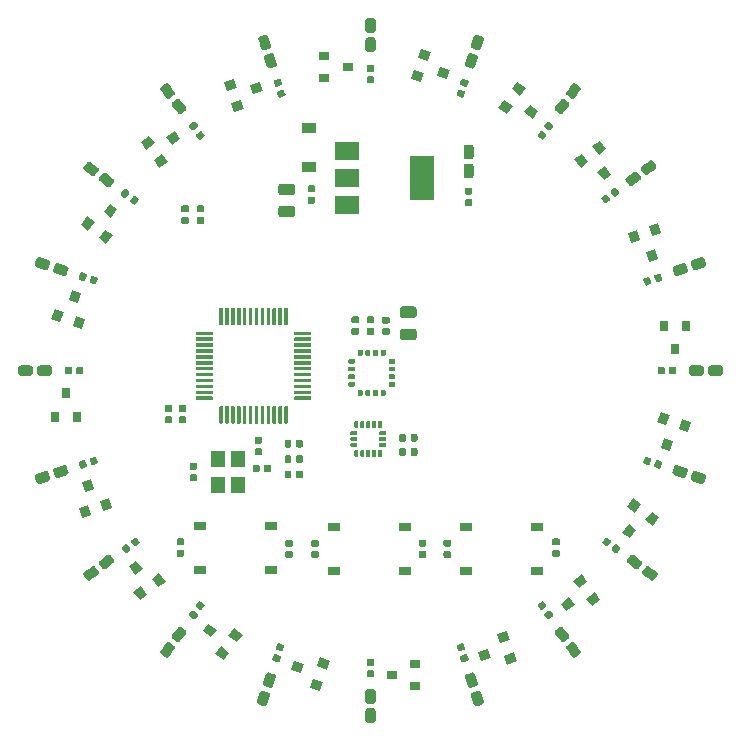
<source format=gbr>
G04 #@! TF.GenerationSoftware,KiCad,Pcbnew,(5.1.5)-3*
G04 #@! TF.CreationDate,2020-09-29T12:27:54-04:00*
G04 #@! TF.ProjectId,LED-Driver-STM,4c45442d-4472-4697-9665-722d53544d2e,rev?*
G04 #@! TF.SameCoordinates,Original*
G04 #@! TF.FileFunction,Paste,Top*
G04 #@! TF.FilePolarity,Positive*
%FSLAX46Y46*%
G04 Gerber Fmt 4.6, Leading zero omitted, Abs format (unit mm)*
G04 Created by KiCad (PCBNEW (5.1.5)-3) date 2020-09-29 12:27:54*
%MOMM*%
%LPD*%
G04 APERTURE LIST*
%ADD10C,0.100000*%
%ADD11R,1.200000X1.400000*%
%ADD12R,2.000000X1.500000*%
%ADD13R,2.000000X3.800000*%
%ADD14R,1.000000X0.750000*%
%ADD15R,0.900000X0.800000*%
%ADD16R,0.800000X0.900000*%
%ADD17R,1.200000X0.900000*%
G04 APERTURE END LIST*
D10*
G36*
X105386958Y-107990710D02*
G01*
X105401276Y-107992834D01*
X105415317Y-107996351D01*
X105428946Y-108001228D01*
X105442031Y-108007417D01*
X105454447Y-108014858D01*
X105466073Y-108023481D01*
X105476798Y-108033202D01*
X105486519Y-108043927D01*
X105495142Y-108055553D01*
X105502583Y-108067969D01*
X105508772Y-108081054D01*
X105513649Y-108094683D01*
X105517166Y-108108724D01*
X105519290Y-108123042D01*
X105520000Y-108137500D01*
X105520000Y-108432500D01*
X105519290Y-108446958D01*
X105517166Y-108461276D01*
X105513649Y-108475317D01*
X105508772Y-108488946D01*
X105502583Y-108502031D01*
X105495142Y-108514447D01*
X105486519Y-108526073D01*
X105476798Y-108536798D01*
X105466073Y-108546519D01*
X105454447Y-108555142D01*
X105442031Y-108562583D01*
X105428946Y-108568772D01*
X105415317Y-108573649D01*
X105401276Y-108577166D01*
X105386958Y-108579290D01*
X105372500Y-108580000D01*
X105027500Y-108580000D01*
X105013042Y-108579290D01*
X104998724Y-108577166D01*
X104984683Y-108573649D01*
X104971054Y-108568772D01*
X104957969Y-108562583D01*
X104945553Y-108555142D01*
X104933927Y-108546519D01*
X104923202Y-108536798D01*
X104913481Y-108526073D01*
X104904858Y-108514447D01*
X104897417Y-108502031D01*
X104891228Y-108488946D01*
X104886351Y-108475317D01*
X104882834Y-108461276D01*
X104880710Y-108446958D01*
X104880000Y-108432500D01*
X104880000Y-108137500D01*
X104880710Y-108123042D01*
X104882834Y-108108724D01*
X104886351Y-108094683D01*
X104891228Y-108081054D01*
X104897417Y-108067969D01*
X104904858Y-108055553D01*
X104913481Y-108043927D01*
X104923202Y-108033202D01*
X104933927Y-108023481D01*
X104945553Y-108014858D01*
X104957969Y-108007417D01*
X104971054Y-108001228D01*
X104984683Y-107996351D01*
X104998724Y-107992834D01*
X105013042Y-107990710D01*
X105027500Y-107990000D01*
X105372500Y-107990000D01*
X105386958Y-107990710D01*
G37*
G36*
X105386958Y-107020710D02*
G01*
X105401276Y-107022834D01*
X105415317Y-107026351D01*
X105428946Y-107031228D01*
X105442031Y-107037417D01*
X105454447Y-107044858D01*
X105466073Y-107053481D01*
X105476798Y-107063202D01*
X105486519Y-107073927D01*
X105495142Y-107085553D01*
X105502583Y-107097969D01*
X105508772Y-107111054D01*
X105513649Y-107124683D01*
X105517166Y-107138724D01*
X105519290Y-107153042D01*
X105520000Y-107167500D01*
X105520000Y-107462500D01*
X105519290Y-107476958D01*
X105517166Y-107491276D01*
X105513649Y-107505317D01*
X105508772Y-107518946D01*
X105502583Y-107532031D01*
X105495142Y-107544447D01*
X105486519Y-107556073D01*
X105476798Y-107566798D01*
X105466073Y-107576519D01*
X105454447Y-107585142D01*
X105442031Y-107592583D01*
X105428946Y-107598772D01*
X105415317Y-107603649D01*
X105401276Y-107607166D01*
X105386958Y-107609290D01*
X105372500Y-107610000D01*
X105027500Y-107610000D01*
X105013042Y-107609290D01*
X104998724Y-107607166D01*
X104984683Y-107603649D01*
X104971054Y-107598772D01*
X104957969Y-107592583D01*
X104945553Y-107585142D01*
X104933927Y-107576519D01*
X104923202Y-107566798D01*
X104913481Y-107556073D01*
X104904858Y-107544447D01*
X104897417Y-107532031D01*
X104891228Y-107518946D01*
X104886351Y-107505317D01*
X104882834Y-107491276D01*
X104880710Y-107476958D01*
X104880000Y-107462500D01*
X104880000Y-107167500D01*
X104880710Y-107153042D01*
X104882834Y-107138724D01*
X104886351Y-107124683D01*
X104891228Y-107111054D01*
X104897417Y-107097969D01*
X104904858Y-107085553D01*
X104913481Y-107073927D01*
X104923202Y-107063202D01*
X104933927Y-107053481D01*
X104945553Y-107044858D01*
X104957969Y-107037417D01*
X104971054Y-107031228D01*
X104984683Y-107026351D01*
X104998724Y-107022834D01*
X105013042Y-107020710D01*
X105027500Y-107020000D01*
X105372500Y-107020000D01*
X105386958Y-107020710D01*
G37*
G36*
X105186958Y-124890710D02*
G01*
X105201276Y-124892834D01*
X105215317Y-124896351D01*
X105228946Y-124901228D01*
X105242031Y-124907417D01*
X105254447Y-124914858D01*
X105266073Y-124923481D01*
X105276798Y-124933202D01*
X105286519Y-124943927D01*
X105295142Y-124955553D01*
X105302583Y-124967969D01*
X105308772Y-124981054D01*
X105313649Y-124994683D01*
X105317166Y-125008724D01*
X105319290Y-125023042D01*
X105320000Y-125037500D01*
X105320000Y-125332500D01*
X105319290Y-125346958D01*
X105317166Y-125361276D01*
X105313649Y-125375317D01*
X105308772Y-125388946D01*
X105302583Y-125402031D01*
X105295142Y-125414447D01*
X105286519Y-125426073D01*
X105276798Y-125436798D01*
X105266073Y-125446519D01*
X105254447Y-125455142D01*
X105242031Y-125462583D01*
X105228946Y-125468772D01*
X105215317Y-125473649D01*
X105201276Y-125477166D01*
X105186958Y-125479290D01*
X105172500Y-125480000D01*
X104827500Y-125480000D01*
X104813042Y-125479290D01*
X104798724Y-125477166D01*
X104784683Y-125473649D01*
X104771054Y-125468772D01*
X104757969Y-125462583D01*
X104745553Y-125455142D01*
X104733927Y-125446519D01*
X104723202Y-125436798D01*
X104713481Y-125426073D01*
X104704858Y-125414447D01*
X104697417Y-125402031D01*
X104691228Y-125388946D01*
X104686351Y-125375317D01*
X104682834Y-125361276D01*
X104680710Y-125346958D01*
X104680000Y-125332500D01*
X104680000Y-125037500D01*
X104680710Y-125023042D01*
X104682834Y-125008724D01*
X104686351Y-124994683D01*
X104691228Y-124981054D01*
X104697417Y-124967969D01*
X104704858Y-124955553D01*
X104713481Y-124943927D01*
X104723202Y-124933202D01*
X104733927Y-124923481D01*
X104745553Y-124914858D01*
X104757969Y-124907417D01*
X104771054Y-124901228D01*
X104784683Y-124896351D01*
X104798724Y-124892834D01*
X104813042Y-124890710D01*
X104827500Y-124890000D01*
X105172500Y-124890000D01*
X105186958Y-124890710D01*
G37*
G36*
X105186958Y-123920710D02*
G01*
X105201276Y-123922834D01*
X105215317Y-123926351D01*
X105228946Y-123931228D01*
X105242031Y-123937417D01*
X105254447Y-123944858D01*
X105266073Y-123953481D01*
X105276798Y-123963202D01*
X105286519Y-123973927D01*
X105295142Y-123985553D01*
X105302583Y-123997969D01*
X105308772Y-124011054D01*
X105313649Y-124024683D01*
X105317166Y-124038724D01*
X105319290Y-124053042D01*
X105320000Y-124067500D01*
X105320000Y-124362500D01*
X105319290Y-124376958D01*
X105317166Y-124391276D01*
X105313649Y-124405317D01*
X105308772Y-124418946D01*
X105302583Y-124432031D01*
X105295142Y-124444447D01*
X105286519Y-124456073D01*
X105276798Y-124466798D01*
X105266073Y-124476519D01*
X105254447Y-124485142D01*
X105242031Y-124492583D01*
X105228946Y-124498772D01*
X105215317Y-124503649D01*
X105201276Y-124507166D01*
X105186958Y-124509290D01*
X105172500Y-124510000D01*
X104827500Y-124510000D01*
X104813042Y-124509290D01*
X104798724Y-124507166D01*
X104784683Y-124503649D01*
X104771054Y-124498772D01*
X104757969Y-124492583D01*
X104745553Y-124485142D01*
X104733927Y-124476519D01*
X104723202Y-124466798D01*
X104713481Y-124456073D01*
X104704858Y-124444447D01*
X104697417Y-124432031D01*
X104691228Y-124418946D01*
X104686351Y-124405317D01*
X104682834Y-124391276D01*
X104680710Y-124376958D01*
X104680000Y-124362500D01*
X104680000Y-124067500D01*
X104680710Y-124053042D01*
X104682834Y-124038724D01*
X104686351Y-124024683D01*
X104691228Y-124011054D01*
X104697417Y-123997969D01*
X104704858Y-123985553D01*
X104713481Y-123973927D01*
X104723202Y-123963202D01*
X104733927Y-123953481D01*
X104745553Y-123944858D01*
X104757969Y-123937417D01*
X104771054Y-123931228D01*
X104784683Y-123926351D01*
X104798724Y-123922834D01*
X104813042Y-123920710D01*
X104827500Y-123920000D01*
X105172500Y-123920000D01*
X105186958Y-123920710D01*
G37*
G36*
X103986958Y-124890710D02*
G01*
X104001276Y-124892834D01*
X104015317Y-124896351D01*
X104028946Y-124901228D01*
X104042031Y-124907417D01*
X104054447Y-124914858D01*
X104066073Y-124923481D01*
X104076798Y-124933202D01*
X104086519Y-124943927D01*
X104095142Y-124955553D01*
X104102583Y-124967969D01*
X104108772Y-124981054D01*
X104113649Y-124994683D01*
X104117166Y-125008724D01*
X104119290Y-125023042D01*
X104120000Y-125037500D01*
X104120000Y-125332500D01*
X104119290Y-125346958D01*
X104117166Y-125361276D01*
X104113649Y-125375317D01*
X104108772Y-125388946D01*
X104102583Y-125402031D01*
X104095142Y-125414447D01*
X104086519Y-125426073D01*
X104076798Y-125436798D01*
X104066073Y-125446519D01*
X104054447Y-125455142D01*
X104042031Y-125462583D01*
X104028946Y-125468772D01*
X104015317Y-125473649D01*
X104001276Y-125477166D01*
X103986958Y-125479290D01*
X103972500Y-125480000D01*
X103627500Y-125480000D01*
X103613042Y-125479290D01*
X103598724Y-125477166D01*
X103584683Y-125473649D01*
X103571054Y-125468772D01*
X103557969Y-125462583D01*
X103545553Y-125455142D01*
X103533927Y-125446519D01*
X103523202Y-125436798D01*
X103513481Y-125426073D01*
X103504858Y-125414447D01*
X103497417Y-125402031D01*
X103491228Y-125388946D01*
X103486351Y-125375317D01*
X103482834Y-125361276D01*
X103480710Y-125346958D01*
X103480000Y-125332500D01*
X103480000Y-125037500D01*
X103480710Y-125023042D01*
X103482834Y-125008724D01*
X103486351Y-124994683D01*
X103491228Y-124981054D01*
X103497417Y-124967969D01*
X103504858Y-124955553D01*
X103513481Y-124943927D01*
X103523202Y-124933202D01*
X103533927Y-124923481D01*
X103545553Y-124914858D01*
X103557969Y-124907417D01*
X103571054Y-124901228D01*
X103584683Y-124896351D01*
X103598724Y-124892834D01*
X103613042Y-124890710D01*
X103627500Y-124890000D01*
X103972500Y-124890000D01*
X103986958Y-124890710D01*
G37*
G36*
X103986958Y-123920710D02*
G01*
X104001276Y-123922834D01*
X104015317Y-123926351D01*
X104028946Y-123931228D01*
X104042031Y-123937417D01*
X104054447Y-123944858D01*
X104066073Y-123953481D01*
X104076798Y-123963202D01*
X104086519Y-123973927D01*
X104095142Y-123985553D01*
X104102583Y-123997969D01*
X104108772Y-124011054D01*
X104113649Y-124024683D01*
X104117166Y-124038724D01*
X104119290Y-124053042D01*
X104120000Y-124067500D01*
X104120000Y-124362500D01*
X104119290Y-124376958D01*
X104117166Y-124391276D01*
X104113649Y-124405317D01*
X104108772Y-124418946D01*
X104102583Y-124432031D01*
X104095142Y-124444447D01*
X104086519Y-124456073D01*
X104076798Y-124466798D01*
X104066073Y-124476519D01*
X104054447Y-124485142D01*
X104042031Y-124492583D01*
X104028946Y-124498772D01*
X104015317Y-124503649D01*
X104001276Y-124507166D01*
X103986958Y-124509290D01*
X103972500Y-124510000D01*
X103627500Y-124510000D01*
X103613042Y-124509290D01*
X103598724Y-124507166D01*
X103584683Y-124503649D01*
X103571054Y-124498772D01*
X103557969Y-124492583D01*
X103545553Y-124485142D01*
X103533927Y-124476519D01*
X103523202Y-124466798D01*
X103513481Y-124456073D01*
X103504858Y-124444447D01*
X103497417Y-124432031D01*
X103491228Y-124418946D01*
X103486351Y-124405317D01*
X103482834Y-124391276D01*
X103480710Y-124376958D01*
X103480000Y-124362500D01*
X103480000Y-124067500D01*
X103480710Y-124053042D01*
X103482834Y-124038724D01*
X103486351Y-124024683D01*
X103491228Y-124011054D01*
X103497417Y-123997969D01*
X103504858Y-123985553D01*
X103513481Y-123973927D01*
X103523202Y-123963202D01*
X103533927Y-123953481D01*
X103545553Y-123944858D01*
X103557969Y-123937417D01*
X103571054Y-123931228D01*
X103584683Y-123926351D01*
X103598724Y-123922834D01*
X103613042Y-123920710D01*
X103627500Y-123920000D01*
X103972500Y-123920000D01*
X103986958Y-123920710D01*
G37*
G36*
X119786958Y-116420710D02*
G01*
X119801276Y-116422834D01*
X119815317Y-116426351D01*
X119828946Y-116431228D01*
X119842031Y-116437417D01*
X119854447Y-116444858D01*
X119866073Y-116453481D01*
X119876798Y-116463202D01*
X119886519Y-116473927D01*
X119895142Y-116485553D01*
X119902583Y-116497969D01*
X119908772Y-116511054D01*
X119913649Y-116524683D01*
X119917166Y-116538724D01*
X119919290Y-116553042D01*
X119920000Y-116567500D01*
X119920000Y-116862500D01*
X119919290Y-116876958D01*
X119917166Y-116891276D01*
X119913649Y-116905317D01*
X119908772Y-116918946D01*
X119902583Y-116932031D01*
X119895142Y-116944447D01*
X119886519Y-116956073D01*
X119876798Y-116966798D01*
X119866073Y-116976519D01*
X119854447Y-116985142D01*
X119842031Y-116992583D01*
X119828946Y-116998772D01*
X119815317Y-117003649D01*
X119801276Y-117007166D01*
X119786958Y-117009290D01*
X119772500Y-117010000D01*
X119427500Y-117010000D01*
X119413042Y-117009290D01*
X119398724Y-117007166D01*
X119384683Y-117003649D01*
X119371054Y-116998772D01*
X119357969Y-116992583D01*
X119345553Y-116985142D01*
X119333927Y-116976519D01*
X119323202Y-116966798D01*
X119313481Y-116956073D01*
X119304858Y-116944447D01*
X119297417Y-116932031D01*
X119291228Y-116918946D01*
X119286351Y-116905317D01*
X119282834Y-116891276D01*
X119280710Y-116876958D01*
X119280000Y-116862500D01*
X119280000Y-116567500D01*
X119280710Y-116553042D01*
X119282834Y-116538724D01*
X119286351Y-116524683D01*
X119291228Y-116511054D01*
X119297417Y-116497969D01*
X119304858Y-116485553D01*
X119313481Y-116473927D01*
X119323202Y-116463202D01*
X119333927Y-116453481D01*
X119345553Y-116444858D01*
X119357969Y-116437417D01*
X119371054Y-116431228D01*
X119384683Y-116426351D01*
X119398724Y-116422834D01*
X119413042Y-116420710D01*
X119427500Y-116420000D01*
X119772500Y-116420000D01*
X119786958Y-116420710D01*
G37*
G36*
X119786958Y-117390710D02*
G01*
X119801276Y-117392834D01*
X119815317Y-117396351D01*
X119828946Y-117401228D01*
X119842031Y-117407417D01*
X119854447Y-117414858D01*
X119866073Y-117423481D01*
X119876798Y-117433202D01*
X119886519Y-117443927D01*
X119895142Y-117455553D01*
X119902583Y-117467969D01*
X119908772Y-117481054D01*
X119913649Y-117494683D01*
X119917166Y-117508724D01*
X119919290Y-117523042D01*
X119920000Y-117537500D01*
X119920000Y-117832500D01*
X119919290Y-117846958D01*
X119917166Y-117861276D01*
X119913649Y-117875317D01*
X119908772Y-117888946D01*
X119902583Y-117902031D01*
X119895142Y-117914447D01*
X119886519Y-117926073D01*
X119876798Y-117936798D01*
X119866073Y-117946519D01*
X119854447Y-117955142D01*
X119842031Y-117962583D01*
X119828946Y-117968772D01*
X119815317Y-117973649D01*
X119801276Y-117977166D01*
X119786958Y-117979290D01*
X119772500Y-117980000D01*
X119427500Y-117980000D01*
X119413042Y-117979290D01*
X119398724Y-117977166D01*
X119384683Y-117973649D01*
X119371054Y-117968772D01*
X119357969Y-117962583D01*
X119345553Y-117955142D01*
X119333927Y-117946519D01*
X119323202Y-117936798D01*
X119313481Y-117926073D01*
X119304858Y-117914447D01*
X119297417Y-117902031D01*
X119291228Y-117888946D01*
X119286351Y-117875317D01*
X119282834Y-117861276D01*
X119280710Y-117846958D01*
X119280000Y-117832500D01*
X119280000Y-117537500D01*
X119280710Y-117523042D01*
X119282834Y-117508724D01*
X119286351Y-117494683D01*
X119291228Y-117481054D01*
X119297417Y-117467969D01*
X119304858Y-117455553D01*
X119313481Y-117443927D01*
X119323202Y-117433202D01*
X119333927Y-117423481D01*
X119345553Y-117414858D01*
X119357969Y-117407417D01*
X119371054Y-117401228D01*
X119384683Y-117396351D01*
X119398724Y-117392834D01*
X119413042Y-117390710D01*
X119427500Y-117390000D01*
X119772500Y-117390000D01*
X119786958Y-117390710D01*
G37*
G36*
X124580142Y-115576174D02*
G01*
X124603803Y-115579684D01*
X124627007Y-115585496D01*
X124649529Y-115593554D01*
X124671153Y-115603782D01*
X124691670Y-115616079D01*
X124710883Y-115630329D01*
X124728607Y-115646393D01*
X124744671Y-115664117D01*
X124758921Y-115683330D01*
X124771218Y-115703847D01*
X124781446Y-115725471D01*
X124789504Y-115747993D01*
X124795316Y-115771197D01*
X124798826Y-115794858D01*
X124800000Y-115818750D01*
X124800000Y-116306250D01*
X124798826Y-116330142D01*
X124795316Y-116353803D01*
X124789504Y-116377007D01*
X124781446Y-116399529D01*
X124771218Y-116421153D01*
X124758921Y-116441670D01*
X124744671Y-116460883D01*
X124728607Y-116478607D01*
X124710883Y-116494671D01*
X124691670Y-116508921D01*
X124671153Y-116521218D01*
X124649529Y-116531446D01*
X124627007Y-116539504D01*
X124603803Y-116545316D01*
X124580142Y-116548826D01*
X124556250Y-116550000D01*
X123643750Y-116550000D01*
X123619858Y-116548826D01*
X123596197Y-116545316D01*
X123572993Y-116539504D01*
X123550471Y-116531446D01*
X123528847Y-116521218D01*
X123508330Y-116508921D01*
X123489117Y-116494671D01*
X123471393Y-116478607D01*
X123455329Y-116460883D01*
X123441079Y-116441670D01*
X123428782Y-116421153D01*
X123418554Y-116399529D01*
X123410496Y-116377007D01*
X123404684Y-116353803D01*
X123401174Y-116330142D01*
X123400000Y-116306250D01*
X123400000Y-115818750D01*
X123401174Y-115794858D01*
X123404684Y-115771197D01*
X123410496Y-115747993D01*
X123418554Y-115725471D01*
X123428782Y-115703847D01*
X123441079Y-115683330D01*
X123455329Y-115664117D01*
X123471393Y-115646393D01*
X123489117Y-115630329D01*
X123508330Y-115616079D01*
X123528847Y-115603782D01*
X123550471Y-115593554D01*
X123572993Y-115585496D01*
X123596197Y-115579684D01*
X123619858Y-115576174D01*
X123643750Y-115575000D01*
X124556250Y-115575000D01*
X124580142Y-115576174D01*
G37*
G36*
X124580142Y-117451174D02*
G01*
X124603803Y-117454684D01*
X124627007Y-117460496D01*
X124649529Y-117468554D01*
X124671153Y-117478782D01*
X124691670Y-117491079D01*
X124710883Y-117505329D01*
X124728607Y-117521393D01*
X124744671Y-117539117D01*
X124758921Y-117558330D01*
X124771218Y-117578847D01*
X124781446Y-117600471D01*
X124789504Y-117622993D01*
X124795316Y-117646197D01*
X124798826Y-117669858D01*
X124800000Y-117693750D01*
X124800000Y-118181250D01*
X124798826Y-118205142D01*
X124795316Y-118228803D01*
X124789504Y-118252007D01*
X124781446Y-118274529D01*
X124771218Y-118296153D01*
X124758921Y-118316670D01*
X124744671Y-118335883D01*
X124728607Y-118353607D01*
X124710883Y-118369671D01*
X124691670Y-118383921D01*
X124671153Y-118396218D01*
X124649529Y-118406446D01*
X124627007Y-118414504D01*
X124603803Y-118420316D01*
X124580142Y-118423826D01*
X124556250Y-118425000D01*
X123643750Y-118425000D01*
X123619858Y-118423826D01*
X123596197Y-118420316D01*
X123572993Y-118414504D01*
X123550471Y-118406446D01*
X123528847Y-118396218D01*
X123508330Y-118383921D01*
X123489117Y-118369671D01*
X123471393Y-118353607D01*
X123455329Y-118335883D01*
X123441079Y-118316670D01*
X123428782Y-118296153D01*
X123418554Y-118274529D01*
X123410496Y-118252007D01*
X123404684Y-118228803D01*
X123401174Y-118205142D01*
X123400000Y-118181250D01*
X123400000Y-117693750D01*
X123401174Y-117669858D01*
X123404684Y-117646197D01*
X123410496Y-117622993D01*
X123418554Y-117600471D01*
X123428782Y-117578847D01*
X123441079Y-117558330D01*
X123455329Y-117539117D01*
X123471393Y-117521393D01*
X123489117Y-117505329D01*
X123508330Y-117491079D01*
X123528847Y-117478782D01*
X123550471Y-117468554D01*
X123572993Y-117460496D01*
X123596197Y-117454684D01*
X123619858Y-117451174D01*
X123643750Y-117450000D01*
X124556250Y-117450000D01*
X124580142Y-117451174D01*
G37*
D11*
X109650000Y-128500000D03*
X109650000Y-130700000D03*
X107950000Y-130700000D03*
X107950000Y-128500000D03*
D10*
G36*
X122121076Y-126125421D02*
G01*
X122129570Y-126126681D01*
X122137900Y-126128768D01*
X122145985Y-126131661D01*
X122153747Y-126135332D01*
X122161112Y-126139746D01*
X122168009Y-126144862D01*
X122174372Y-126150628D01*
X122180138Y-126156991D01*
X122185254Y-126163888D01*
X122189668Y-126171253D01*
X122193339Y-126179015D01*
X122196232Y-126187100D01*
X122198319Y-126195430D01*
X122199579Y-126203924D01*
X122200000Y-126212500D01*
X122200000Y-126387500D01*
X122199579Y-126396076D01*
X122198319Y-126404570D01*
X122196232Y-126412900D01*
X122193339Y-126420985D01*
X122189668Y-126428747D01*
X122185254Y-126436112D01*
X122180138Y-126443009D01*
X122174372Y-126449372D01*
X122168009Y-126455138D01*
X122161112Y-126460254D01*
X122153747Y-126464668D01*
X122145985Y-126468339D01*
X122137900Y-126471232D01*
X122129570Y-126473319D01*
X122121076Y-126474579D01*
X122112500Y-126475000D01*
X121737500Y-126475000D01*
X121728924Y-126474579D01*
X121720430Y-126473319D01*
X121712100Y-126471232D01*
X121704015Y-126468339D01*
X121696253Y-126464668D01*
X121688888Y-126460254D01*
X121681991Y-126455138D01*
X121675628Y-126449372D01*
X121669862Y-126443009D01*
X121664746Y-126436112D01*
X121660332Y-126428747D01*
X121656661Y-126420985D01*
X121653768Y-126412900D01*
X121651681Y-126404570D01*
X121650421Y-126396076D01*
X121650000Y-126387500D01*
X121650000Y-126212500D01*
X121650421Y-126203924D01*
X121651681Y-126195430D01*
X121653768Y-126187100D01*
X121656661Y-126179015D01*
X121660332Y-126171253D01*
X121664746Y-126163888D01*
X121669862Y-126156991D01*
X121675628Y-126150628D01*
X121681991Y-126144862D01*
X121688888Y-126139746D01*
X121696253Y-126135332D01*
X121704015Y-126131661D01*
X121712100Y-126128768D01*
X121720430Y-126126681D01*
X121728924Y-126125421D01*
X121737500Y-126125000D01*
X122112500Y-126125000D01*
X122121076Y-126125421D01*
G37*
G36*
X122121076Y-126625421D02*
G01*
X122129570Y-126626681D01*
X122137900Y-126628768D01*
X122145985Y-126631661D01*
X122153747Y-126635332D01*
X122161112Y-126639746D01*
X122168009Y-126644862D01*
X122174372Y-126650628D01*
X122180138Y-126656991D01*
X122185254Y-126663888D01*
X122189668Y-126671253D01*
X122193339Y-126679015D01*
X122196232Y-126687100D01*
X122198319Y-126695430D01*
X122199579Y-126703924D01*
X122200000Y-126712500D01*
X122200000Y-126887500D01*
X122199579Y-126896076D01*
X122198319Y-126904570D01*
X122196232Y-126912900D01*
X122193339Y-126920985D01*
X122189668Y-126928747D01*
X122185254Y-126936112D01*
X122180138Y-126943009D01*
X122174372Y-126949372D01*
X122168009Y-126955138D01*
X122161112Y-126960254D01*
X122153747Y-126964668D01*
X122145985Y-126968339D01*
X122137900Y-126971232D01*
X122129570Y-126973319D01*
X122121076Y-126974579D01*
X122112500Y-126975000D01*
X121737500Y-126975000D01*
X121728924Y-126974579D01*
X121720430Y-126973319D01*
X121712100Y-126971232D01*
X121704015Y-126968339D01*
X121696253Y-126964668D01*
X121688888Y-126960254D01*
X121681991Y-126955138D01*
X121675628Y-126949372D01*
X121669862Y-126943009D01*
X121664746Y-126936112D01*
X121660332Y-126928747D01*
X121656661Y-126920985D01*
X121653768Y-126912900D01*
X121651681Y-126904570D01*
X121650421Y-126896076D01*
X121650000Y-126887500D01*
X121650000Y-126712500D01*
X121650421Y-126703924D01*
X121651681Y-126695430D01*
X121653768Y-126687100D01*
X121656661Y-126679015D01*
X121660332Y-126671253D01*
X121664746Y-126663888D01*
X121669862Y-126656991D01*
X121675628Y-126650628D01*
X121681991Y-126644862D01*
X121688888Y-126639746D01*
X121696253Y-126635332D01*
X121704015Y-126631661D01*
X121712100Y-126628768D01*
X121720430Y-126626681D01*
X121728924Y-126625421D01*
X121737500Y-126625000D01*
X122112500Y-126625000D01*
X122121076Y-126625421D01*
G37*
G36*
X122121076Y-127125421D02*
G01*
X122129570Y-127126681D01*
X122137900Y-127128768D01*
X122145985Y-127131661D01*
X122153747Y-127135332D01*
X122161112Y-127139746D01*
X122168009Y-127144862D01*
X122174372Y-127150628D01*
X122180138Y-127156991D01*
X122185254Y-127163888D01*
X122189668Y-127171253D01*
X122193339Y-127179015D01*
X122196232Y-127187100D01*
X122198319Y-127195430D01*
X122199579Y-127203924D01*
X122200000Y-127212500D01*
X122200000Y-127387500D01*
X122199579Y-127396076D01*
X122198319Y-127404570D01*
X122196232Y-127412900D01*
X122193339Y-127420985D01*
X122189668Y-127428747D01*
X122185254Y-127436112D01*
X122180138Y-127443009D01*
X122174372Y-127449372D01*
X122168009Y-127455138D01*
X122161112Y-127460254D01*
X122153747Y-127464668D01*
X122145985Y-127468339D01*
X122137900Y-127471232D01*
X122129570Y-127473319D01*
X122121076Y-127474579D01*
X122112500Y-127475000D01*
X121737500Y-127475000D01*
X121728924Y-127474579D01*
X121720430Y-127473319D01*
X121712100Y-127471232D01*
X121704015Y-127468339D01*
X121696253Y-127464668D01*
X121688888Y-127460254D01*
X121681991Y-127455138D01*
X121675628Y-127449372D01*
X121669862Y-127443009D01*
X121664746Y-127436112D01*
X121660332Y-127428747D01*
X121656661Y-127420985D01*
X121653768Y-127412900D01*
X121651681Y-127404570D01*
X121650421Y-127396076D01*
X121650000Y-127387500D01*
X121650000Y-127212500D01*
X121650421Y-127203924D01*
X121651681Y-127195430D01*
X121653768Y-127187100D01*
X121656661Y-127179015D01*
X121660332Y-127171253D01*
X121664746Y-127163888D01*
X121669862Y-127156991D01*
X121675628Y-127150628D01*
X121681991Y-127144862D01*
X121688888Y-127139746D01*
X121696253Y-127135332D01*
X121704015Y-127131661D01*
X121712100Y-127128768D01*
X121720430Y-127126681D01*
X121728924Y-127125421D01*
X121737500Y-127125000D01*
X122112500Y-127125000D01*
X122121076Y-127125421D01*
G37*
G36*
X121796076Y-127750421D02*
G01*
X121804570Y-127751681D01*
X121812900Y-127753768D01*
X121820985Y-127756661D01*
X121828747Y-127760332D01*
X121836112Y-127764746D01*
X121843009Y-127769862D01*
X121849372Y-127775628D01*
X121855138Y-127781991D01*
X121860254Y-127788888D01*
X121864668Y-127796253D01*
X121868339Y-127804015D01*
X121871232Y-127812100D01*
X121873319Y-127820430D01*
X121874579Y-127828924D01*
X121875000Y-127837500D01*
X121875000Y-128212500D01*
X121874579Y-128221076D01*
X121873319Y-128229570D01*
X121871232Y-128237900D01*
X121868339Y-128245985D01*
X121864668Y-128253747D01*
X121860254Y-128261112D01*
X121855138Y-128268009D01*
X121849372Y-128274372D01*
X121843009Y-128280138D01*
X121836112Y-128285254D01*
X121828747Y-128289668D01*
X121820985Y-128293339D01*
X121812900Y-128296232D01*
X121804570Y-128298319D01*
X121796076Y-128299579D01*
X121787500Y-128300000D01*
X121612500Y-128300000D01*
X121603924Y-128299579D01*
X121595430Y-128298319D01*
X121587100Y-128296232D01*
X121579015Y-128293339D01*
X121571253Y-128289668D01*
X121563888Y-128285254D01*
X121556991Y-128280138D01*
X121550628Y-128274372D01*
X121544862Y-128268009D01*
X121539746Y-128261112D01*
X121535332Y-128253747D01*
X121531661Y-128245985D01*
X121528768Y-128237900D01*
X121526681Y-128229570D01*
X121525421Y-128221076D01*
X121525000Y-128212500D01*
X121525000Y-127837500D01*
X121525421Y-127828924D01*
X121526681Y-127820430D01*
X121528768Y-127812100D01*
X121531661Y-127804015D01*
X121535332Y-127796253D01*
X121539746Y-127788888D01*
X121544862Y-127781991D01*
X121550628Y-127775628D01*
X121556991Y-127769862D01*
X121563888Y-127764746D01*
X121571253Y-127760332D01*
X121579015Y-127756661D01*
X121587100Y-127753768D01*
X121595430Y-127751681D01*
X121603924Y-127750421D01*
X121612500Y-127750000D01*
X121787500Y-127750000D01*
X121796076Y-127750421D01*
G37*
G36*
X121296076Y-127750421D02*
G01*
X121304570Y-127751681D01*
X121312900Y-127753768D01*
X121320985Y-127756661D01*
X121328747Y-127760332D01*
X121336112Y-127764746D01*
X121343009Y-127769862D01*
X121349372Y-127775628D01*
X121355138Y-127781991D01*
X121360254Y-127788888D01*
X121364668Y-127796253D01*
X121368339Y-127804015D01*
X121371232Y-127812100D01*
X121373319Y-127820430D01*
X121374579Y-127828924D01*
X121375000Y-127837500D01*
X121375000Y-128212500D01*
X121374579Y-128221076D01*
X121373319Y-128229570D01*
X121371232Y-128237900D01*
X121368339Y-128245985D01*
X121364668Y-128253747D01*
X121360254Y-128261112D01*
X121355138Y-128268009D01*
X121349372Y-128274372D01*
X121343009Y-128280138D01*
X121336112Y-128285254D01*
X121328747Y-128289668D01*
X121320985Y-128293339D01*
X121312900Y-128296232D01*
X121304570Y-128298319D01*
X121296076Y-128299579D01*
X121287500Y-128300000D01*
X121112500Y-128300000D01*
X121103924Y-128299579D01*
X121095430Y-128298319D01*
X121087100Y-128296232D01*
X121079015Y-128293339D01*
X121071253Y-128289668D01*
X121063888Y-128285254D01*
X121056991Y-128280138D01*
X121050628Y-128274372D01*
X121044862Y-128268009D01*
X121039746Y-128261112D01*
X121035332Y-128253747D01*
X121031661Y-128245985D01*
X121028768Y-128237900D01*
X121026681Y-128229570D01*
X121025421Y-128221076D01*
X121025000Y-128212500D01*
X121025000Y-127837500D01*
X121025421Y-127828924D01*
X121026681Y-127820430D01*
X121028768Y-127812100D01*
X121031661Y-127804015D01*
X121035332Y-127796253D01*
X121039746Y-127788888D01*
X121044862Y-127781991D01*
X121050628Y-127775628D01*
X121056991Y-127769862D01*
X121063888Y-127764746D01*
X121071253Y-127760332D01*
X121079015Y-127756661D01*
X121087100Y-127753768D01*
X121095430Y-127751681D01*
X121103924Y-127750421D01*
X121112500Y-127750000D01*
X121287500Y-127750000D01*
X121296076Y-127750421D01*
G37*
G36*
X120796076Y-127750421D02*
G01*
X120804570Y-127751681D01*
X120812900Y-127753768D01*
X120820985Y-127756661D01*
X120828747Y-127760332D01*
X120836112Y-127764746D01*
X120843009Y-127769862D01*
X120849372Y-127775628D01*
X120855138Y-127781991D01*
X120860254Y-127788888D01*
X120864668Y-127796253D01*
X120868339Y-127804015D01*
X120871232Y-127812100D01*
X120873319Y-127820430D01*
X120874579Y-127828924D01*
X120875000Y-127837500D01*
X120875000Y-128212500D01*
X120874579Y-128221076D01*
X120873319Y-128229570D01*
X120871232Y-128237900D01*
X120868339Y-128245985D01*
X120864668Y-128253747D01*
X120860254Y-128261112D01*
X120855138Y-128268009D01*
X120849372Y-128274372D01*
X120843009Y-128280138D01*
X120836112Y-128285254D01*
X120828747Y-128289668D01*
X120820985Y-128293339D01*
X120812900Y-128296232D01*
X120804570Y-128298319D01*
X120796076Y-128299579D01*
X120787500Y-128300000D01*
X120612500Y-128300000D01*
X120603924Y-128299579D01*
X120595430Y-128298319D01*
X120587100Y-128296232D01*
X120579015Y-128293339D01*
X120571253Y-128289668D01*
X120563888Y-128285254D01*
X120556991Y-128280138D01*
X120550628Y-128274372D01*
X120544862Y-128268009D01*
X120539746Y-128261112D01*
X120535332Y-128253747D01*
X120531661Y-128245985D01*
X120528768Y-128237900D01*
X120526681Y-128229570D01*
X120525421Y-128221076D01*
X120525000Y-128212500D01*
X120525000Y-127837500D01*
X120525421Y-127828924D01*
X120526681Y-127820430D01*
X120528768Y-127812100D01*
X120531661Y-127804015D01*
X120535332Y-127796253D01*
X120539746Y-127788888D01*
X120544862Y-127781991D01*
X120550628Y-127775628D01*
X120556991Y-127769862D01*
X120563888Y-127764746D01*
X120571253Y-127760332D01*
X120579015Y-127756661D01*
X120587100Y-127753768D01*
X120595430Y-127751681D01*
X120603924Y-127750421D01*
X120612500Y-127750000D01*
X120787500Y-127750000D01*
X120796076Y-127750421D01*
G37*
G36*
X120296076Y-127750421D02*
G01*
X120304570Y-127751681D01*
X120312900Y-127753768D01*
X120320985Y-127756661D01*
X120328747Y-127760332D01*
X120336112Y-127764746D01*
X120343009Y-127769862D01*
X120349372Y-127775628D01*
X120355138Y-127781991D01*
X120360254Y-127788888D01*
X120364668Y-127796253D01*
X120368339Y-127804015D01*
X120371232Y-127812100D01*
X120373319Y-127820430D01*
X120374579Y-127828924D01*
X120375000Y-127837500D01*
X120375000Y-128212500D01*
X120374579Y-128221076D01*
X120373319Y-128229570D01*
X120371232Y-128237900D01*
X120368339Y-128245985D01*
X120364668Y-128253747D01*
X120360254Y-128261112D01*
X120355138Y-128268009D01*
X120349372Y-128274372D01*
X120343009Y-128280138D01*
X120336112Y-128285254D01*
X120328747Y-128289668D01*
X120320985Y-128293339D01*
X120312900Y-128296232D01*
X120304570Y-128298319D01*
X120296076Y-128299579D01*
X120287500Y-128300000D01*
X120112500Y-128300000D01*
X120103924Y-128299579D01*
X120095430Y-128298319D01*
X120087100Y-128296232D01*
X120079015Y-128293339D01*
X120071253Y-128289668D01*
X120063888Y-128285254D01*
X120056991Y-128280138D01*
X120050628Y-128274372D01*
X120044862Y-128268009D01*
X120039746Y-128261112D01*
X120035332Y-128253747D01*
X120031661Y-128245985D01*
X120028768Y-128237900D01*
X120026681Y-128229570D01*
X120025421Y-128221076D01*
X120025000Y-128212500D01*
X120025000Y-127837500D01*
X120025421Y-127828924D01*
X120026681Y-127820430D01*
X120028768Y-127812100D01*
X120031661Y-127804015D01*
X120035332Y-127796253D01*
X120039746Y-127788888D01*
X120044862Y-127781991D01*
X120050628Y-127775628D01*
X120056991Y-127769862D01*
X120063888Y-127764746D01*
X120071253Y-127760332D01*
X120079015Y-127756661D01*
X120087100Y-127753768D01*
X120095430Y-127751681D01*
X120103924Y-127750421D01*
X120112500Y-127750000D01*
X120287500Y-127750000D01*
X120296076Y-127750421D01*
G37*
G36*
X119796076Y-127750421D02*
G01*
X119804570Y-127751681D01*
X119812900Y-127753768D01*
X119820985Y-127756661D01*
X119828747Y-127760332D01*
X119836112Y-127764746D01*
X119843009Y-127769862D01*
X119849372Y-127775628D01*
X119855138Y-127781991D01*
X119860254Y-127788888D01*
X119864668Y-127796253D01*
X119868339Y-127804015D01*
X119871232Y-127812100D01*
X119873319Y-127820430D01*
X119874579Y-127828924D01*
X119875000Y-127837500D01*
X119875000Y-128212500D01*
X119874579Y-128221076D01*
X119873319Y-128229570D01*
X119871232Y-128237900D01*
X119868339Y-128245985D01*
X119864668Y-128253747D01*
X119860254Y-128261112D01*
X119855138Y-128268009D01*
X119849372Y-128274372D01*
X119843009Y-128280138D01*
X119836112Y-128285254D01*
X119828747Y-128289668D01*
X119820985Y-128293339D01*
X119812900Y-128296232D01*
X119804570Y-128298319D01*
X119796076Y-128299579D01*
X119787500Y-128300000D01*
X119612500Y-128300000D01*
X119603924Y-128299579D01*
X119595430Y-128298319D01*
X119587100Y-128296232D01*
X119579015Y-128293339D01*
X119571253Y-128289668D01*
X119563888Y-128285254D01*
X119556991Y-128280138D01*
X119550628Y-128274372D01*
X119544862Y-128268009D01*
X119539746Y-128261112D01*
X119535332Y-128253747D01*
X119531661Y-128245985D01*
X119528768Y-128237900D01*
X119526681Y-128229570D01*
X119525421Y-128221076D01*
X119525000Y-128212500D01*
X119525000Y-127837500D01*
X119525421Y-127828924D01*
X119526681Y-127820430D01*
X119528768Y-127812100D01*
X119531661Y-127804015D01*
X119535332Y-127796253D01*
X119539746Y-127788888D01*
X119544862Y-127781991D01*
X119550628Y-127775628D01*
X119556991Y-127769862D01*
X119563888Y-127764746D01*
X119571253Y-127760332D01*
X119579015Y-127756661D01*
X119587100Y-127753768D01*
X119595430Y-127751681D01*
X119603924Y-127750421D01*
X119612500Y-127750000D01*
X119787500Y-127750000D01*
X119796076Y-127750421D01*
G37*
G36*
X119671076Y-127125421D02*
G01*
X119679570Y-127126681D01*
X119687900Y-127128768D01*
X119695985Y-127131661D01*
X119703747Y-127135332D01*
X119711112Y-127139746D01*
X119718009Y-127144862D01*
X119724372Y-127150628D01*
X119730138Y-127156991D01*
X119735254Y-127163888D01*
X119739668Y-127171253D01*
X119743339Y-127179015D01*
X119746232Y-127187100D01*
X119748319Y-127195430D01*
X119749579Y-127203924D01*
X119750000Y-127212500D01*
X119750000Y-127387500D01*
X119749579Y-127396076D01*
X119748319Y-127404570D01*
X119746232Y-127412900D01*
X119743339Y-127420985D01*
X119739668Y-127428747D01*
X119735254Y-127436112D01*
X119730138Y-127443009D01*
X119724372Y-127449372D01*
X119718009Y-127455138D01*
X119711112Y-127460254D01*
X119703747Y-127464668D01*
X119695985Y-127468339D01*
X119687900Y-127471232D01*
X119679570Y-127473319D01*
X119671076Y-127474579D01*
X119662500Y-127475000D01*
X119287500Y-127475000D01*
X119278924Y-127474579D01*
X119270430Y-127473319D01*
X119262100Y-127471232D01*
X119254015Y-127468339D01*
X119246253Y-127464668D01*
X119238888Y-127460254D01*
X119231991Y-127455138D01*
X119225628Y-127449372D01*
X119219862Y-127443009D01*
X119214746Y-127436112D01*
X119210332Y-127428747D01*
X119206661Y-127420985D01*
X119203768Y-127412900D01*
X119201681Y-127404570D01*
X119200421Y-127396076D01*
X119200000Y-127387500D01*
X119200000Y-127212500D01*
X119200421Y-127203924D01*
X119201681Y-127195430D01*
X119203768Y-127187100D01*
X119206661Y-127179015D01*
X119210332Y-127171253D01*
X119214746Y-127163888D01*
X119219862Y-127156991D01*
X119225628Y-127150628D01*
X119231991Y-127144862D01*
X119238888Y-127139746D01*
X119246253Y-127135332D01*
X119254015Y-127131661D01*
X119262100Y-127128768D01*
X119270430Y-127126681D01*
X119278924Y-127125421D01*
X119287500Y-127125000D01*
X119662500Y-127125000D01*
X119671076Y-127125421D01*
G37*
G36*
X119671076Y-126625421D02*
G01*
X119679570Y-126626681D01*
X119687900Y-126628768D01*
X119695985Y-126631661D01*
X119703747Y-126635332D01*
X119711112Y-126639746D01*
X119718009Y-126644862D01*
X119724372Y-126650628D01*
X119730138Y-126656991D01*
X119735254Y-126663888D01*
X119739668Y-126671253D01*
X119743339Y-126679015D01*
X119746232Y-126687100D01*
X119748319Y-126695430D01*
X119749579Y-126703924D01*
X119750000Y-126712500D01*
X119750000Y-126887500D01*
X119749579Y-126896076D01*
X119748319Y-126904570D01*
X119746232Y-126912900D01*
X119743339Y-126920985D01*
X119739668Y-126928747D01*
X119735254Y-126936112D01*
X119730138Y-126943009D01*
X119724372Y-126949372D01*
X119718009Y-126955138D01*
X119711112Y-126960254D01*
X119703747Y-126964668D01*
X119695985Y-126968339D01*
X119687900Y-126971232D01*
X119679570Y-126973319D01*
X119671076Y-126974579D01*
X119662500Y-126975000D01*
X119287500Y-126975000D01*
X119278924Y-126974579D01*
X119270430Y-126973319D01*
X119262100Y-126971232D01*
X119254015Y-126968339D01*
X119246253Y-126964668D01*
X119238888Y-126960254D01*
X119231991Y-126955138D01*
X119225628Y-126949372D01*
X119219862Y-126943009D01*
X119214746Y-126936112D01*
X119210332Y-126928747D01*
X119206661Y-126920985D01*
X119203768Y-126912900D01*
X119201681Y-126904570D01*
X119200421Y-126896076D01*
X119200000Y-126887500D01*
X119200000Y-126712500D01*
X119200421Y-126703924D01*
X119201681Y-126695430D01*
X119203768Y-126687100D01*
X119206661Y-126679015D01*
X119210332Y-126671253D01*
X119214746Y-126663888D01*
X119219862Y-126656991D01*
X119225628Y-126650628D01*
X119231991Y-126644862D01*
X119238888Y-126639746D01*
X119246253Y-126635332D01*
X119254015Y-126631661D01*
X119262100Y-126628768D01*
X119270430Y-126626681D01*
X119278924Y-126625421D01*
X119287500Y-126625000D01*
X119662500Y-126625000D01*
X119671076Y-126625421D01*
G37*
G36*
X119671076Y-126125421D02*
G01*
X119679570Y-126126681D01*
X119687900Y-126128768D01*
X119695985Y-126131661D01*
X119703747Y-126135332D01*
X119711112Y-126139746D01*
X119718009Y-126144862D01*
X119724372Y-126150628D01*
X119730138Y-126156991D01*
X119735254Y-126163888D01*
X119739668Y-126171253D01*
X119743339Y-126179015D01*
X119746232Y-126187100D01*
X119748319Y-126195430D01*
X119749579Y-126203924D01*
X119750000Y-126212500D01*
X119750000Y-126387500D01*
X119749579Y-126396076D01*
X119748319Y-126404570D01*
X119746232Y-126412900D01*
X119743339Y-126420985D01*
X119739668Y-126428747D01*
X119735254Y-126436112D01*
X119730138Y-126443009D01*
X119724372Y-126449372D01*
X119718009Y-126455138D01*
X119711112Y-126460254D01*
X119703747Y-126464668D01*
X119695985Y-126468339D01*
X119687900Y-126471232D01*
X119679570Y-126473319D01*
X119671076Y-126474579D01*
X119662500Y-126475000D01*
X119287500Y-126475000D01*
X119278924Y-126474579D01*
X119270430Y-126473319D01*
X119262100Y-126471232D01*
X119254015Y-126468339D01*
X119246253Y-126464668D01*
X119238888Y-126460254D01*
X119231991Y-126455138D01*
X119225628Y-126449372D01*
X119219862Y-126443009D01*
X119214746Y-126436112D01*
X119210332Y-126428747D01*
X119206661Y-126420985D01*
X119203768Y-126412900D01*
X119201681Y-126404570D01*
X119200421Y-126396076D01*
X119200000Y-126387500D01*
X119200000Y-126212500D01*
X119200421Y-126203924D01*
X119201681Y-126195430D01*
X119203768Y-126187100D01*
X119206661Y-126179015D01*
X119210332Y-126171253D01*
X119214746Y-126163888D01*
X119219862Y-126156991D01*
X119225628Y-126150628D01*
X119231991Y-126144862D01*
X119238888Y-126139746D01*
X119246253Y-126135332D01*
X119254015Y-126131661D01*
X119262100Y-126128768D01*
X119270430Y-126126681D01*
X119278924Y-126125421D01*
X119287500Y-126125000D01*
X119662500Y-126125000D01*
X119671076Y-126125421D01*
G37*
G36*
X119796076Y-125300421D02*
G01*
X119804570Y-125301681D01*
X119812900Y-125303768D01*
X119820985Y-125306661D01*
X119828747Y-125310332D01*
X119836112Y-125314746D01*
X119843009Y-125319862D01*
X119849372Y-125325628D01*
X119855138Y-125331991D01*
X119860254Y-125338888D01*
X119864668Y-125346253D01*
X119868339Y-125354015D01*
X119871232Y-125362100D01*
X119873319Y-125370430D01*
X119874579Y-125378924D01*
X119875000Y-125387500D01*
X119875000Y-125762500D01*
X119874579Y-125771076D01*
X119873319Y-125779570D01*
X119871232Y-125787900D01*
X119868339Y-125795985D01*
X119864668Y-125803747D01*
X119860254Y-125811112D01*
X119855138Y-125818009D01*
X119849372Y-125824372D01*
X119843009Y-125830138D01*
X119836112Y-125835254D01*
X119828747Y-125839668D01*
X119820985Y-125843339D01*
X119812900Y-125846232D01*
X119804570Y-125848319D01*
X119796076Y-125849579D01*
X119787500Y-125850000D01*
X119612500Y-125850000D01*
X119603924Y-125849579D01*
X119595430Y-125848319D01*
X119587100Y-125846232D01*
X119579015Y-125843339D01*
X119571253Y-125839668D01*
X119563888Y-125835254D01*
X119556991Y-125830138D01*
X119550628Y-125824372D01*
X119544862Y-125818009D01*
X119539746Y-125811112D01*
X119535332Y-125803747D01*
X119531661Y-125795985D01*
X119528768Y-125787900D01*
X119526681Y-125779570D01*
X119525421Y-125771076D01*
X119525000Y-125762500D01*
X119525000Y-125387500D01*
X119525421Y-125378924D01*
X119526681Y-125370430D01*
X119528768Y-125362100D01*
X119531661Y-125354015D01*
X119535332Y-125346253D01*
X119539746Y-125338888D01*
X119544862Y-125331991D01*
X119550628Y-125325628D01*
X119556991Y-125319862D01*
X119563888Y-125314746D01*
X119571253Y-125310332D01*
X119579015Y-125306661D01*
X119587100Y-125303768D01*
X119595430Y-125301681D01*
X119603924Y-125300421D01*
X119612500Y-125300000D01*
X119787500Y-125300000D01*
X119796076Y-125300421D01*
G37*
G36*
X120296076Y-125300421D02*
G01*
X120304570Y-125301681D01*
X120312900Y-125303768D01*
X120320985Y-125306661D01*
X120328747Y-125310332D01*
X120336112Y-125314746D01*
X120343009Y-125319862D01*
X120349372Y-125325628D01*
X120355138Y-125331991D01*
X120360254Y-125338888D01*
X120364668Y-125346253D01*
X120368339Y-125354015D01*
X120371232Y-125362100D01*
X120373319Y-125370430D01*
X120374579Y-125378924D01*
X120375000Y-125387500D01*
X120375000Y-125762500D01*
X120374579Y-125771076D01*
X120373319Y-125779570D01*
X120371232Y-125787900D01*
X120368339Y-125795985D01*
X120364668Y-125803747D01*
X120360254Y-125811112D01*
X120355138Y-125818009D01*
X120349372Y-125824372D01*
X120343009Y-125830138D01*
X120336112Y-125835254D01*
X120328747Y-125839668D01*
X120320985Y-125843339D01*
X120312900Y-125846232D01*
X120304570Y-125848319D01*
X120296076Y-125849579D01*
X120287500Y-125850000D01*
X120112500Y-125850000D01*
X120103924Y-125849579D01*
X120095430Y-125848319D01*
X120087100Y-125846232D01*
X120079015Y-125843339D01*
X120071253Y-125839668D01*
X120063888Y-125835254D01*
X120056991Y-125830138D01*
X120050628Y-125824372D01*
X120044862Y-125818009D01*
X120039746Y-125811112D01*
X120035332Y-125803747D01*
X120031661Y-125795985D01*
X120028768Y-125787900D01*
X120026681Y-125779570D01*
X120025421Y-125771076D01*
X120025000Y-125762500D01*
X120025000Y-125387500D01*
X120025421Y-125378924D01*
X120026681Y-125370430D01*
X120028768Y-125362100D01*
X120031661Y-125354015D01*
X120035332Y-125346253D01*
X120039746Y-125338888D01*
X120044862Y-125331991D01*
X120050628Y-125325628D01*
X120056991Y-125319862D01*
X120063888Y-125314746D01*
X120071253Y-125310332D01*
X120079015Y-125306661D01*
X120087100Y-125303768D01*
X120095430Y-125301681D01*
X120103924Y-125300421D01*
X120112500Y-125300000D01*
X120287500Y-125300000D01*
X120296076Y-125300421D01*
G37*
G36*
X120796076Y-125300421D02*
G01*
X120804570Y-125301681D01*
X120812900Y-125303768D01*
X120820985Y-125306661D01*
X120828747Y-125310332D01*
X120836112Y-125314746D01*
X120843009Y-125319862D01*
X120849372Y-125325628D01*
X120855138Y-125331991D01*
X120860254Y-125338888D01*
X120864668Y-125346253D01*
X120868339Y-125354015D01*
X120871232Y-125362100D01*
X120873319Y-125370430D01*
X120874579Y-125378924D01*
X120875000Y-125387500D01*
X120875000Y-125762500D01*
X120874579Y-125771076D01*
X120873319Y-125779570D01*
X120871232Y-125787900D01*
X120868339Y-125795985D01*
X120864668Y-125803747D01*
X120860254Y-125811112D01*
X120855138Y-125818009D01*
X120849372Y-125824372D01*
X120843009Y-125830138D01*
X120836112Y-125835254D01*
X120828747Y-125839668D01*
X120820985Y-125843339D01*
X120812900Y-125846232D01*
X120804570Y-125848319D01*
X120796076Y-125849579D01*
X120787500Y-125850000D01*
X120612500Y-125850000D01*
X120603924Y-125849579D01*
X120595430Y-125848319D01*
X120587100Y-125846232D01*
X120579015Y-125843339D01*
X120571253Y-125839668D01*
X120563888Y-125835254D01*
X120556991Y-125830138D01*
X120550628Y-125824372D01*
X120544862Y-125818009D01*
X120539746Y-125811112D01*
X120535332Y-125803747D01*
X120531661Y-125795985D01*
X120528768Y-125787900D01*
X120526681Y-125779570D01*
X120525421Y-125771076D01*
X120525000Y-125762500D01*
X120525000Y-125387500D01*
X120525421Y-125378924D01*
X120526681Y-125370430D01*
X120528768Y-125362100D01*
X120531661Y-125354015D01*
X120535332Y-125346253D01*
X120539746Y-125338888D01*
X120544862Y-125331991D01*
X120550628Y-125325628D01*
X120556991Y-125319862D01*
X120563888Y-125314746D01*
X120571253Y-125310332D01*
X120579015Y-125306661D01*
X120587100Y-125303768D01*
X120595430Y-125301681D01*
X120603924Y-125300421D01*
X120612500Y-125300000D01*
X120787500Y-125300000D01*
X120796076Y-125300421D01*
G37*
G36*
X121296076Y-125300421D02*
G01*
X121304570Y-125301681D01*
X121312900Y-125303768D01*
X121320985Y-125306661D01*
X121328747Y-125310332D01*
X121336112Y-125314746D01*
X121343009Y-125319862D01*
X121349372Y-125325628D01*
X121355138Y-125331991D01*
X121360254Y-125338888D01*
X121364668Y-125346253D01*
X121368339Y-125354015D01*
X121371232Y-125362100D01*
X121373319Y-125370430D01*
X121374579Y-125378924D01*
X121375000Y-125387500D01*
X121375000Y-125762500D01*
X121374579Y-125771076D01*
X121373319Y-125779570D01*
X121371232Y-125787900D01*
X121368339Y-125795985D01*
X121364668Y-125803747D01*
X121360254Y-125811112D01*
X121355138Y-125818009D01*
X121349372Y-125824372D01*
X121343009Y-125830138D01*
X121336112Y-125835254D01*
X121328747Y-125839668D01*
X121320985Y-125843339D01*
X121312900Y-125846232D01*
X121304570Y-125848319D01*
X121296076Y-125849579D01*
X121287500Y-125850000D01*
X121112500Y-125850000D01*
X121103924Y-125849579D01*
X121095430Y-125848319D01*
X121087100Y-125846232D01*
X121079015Y-125843339D01*
X121071253Y-125839668D01*
X121063888Y-125835254D01*
X121056991Y-125830138D01*
X121050628Y-125824372D01*
X121044862Y-125818009D01*
X121039746Y-125811112D01*
X121035332Y-125803747D01*
X121031661Y-125795985D01*
X121028768Y-125787900D01*
X121026681Y-125779570D01*
X121025421Y-125771076D01*
X121025000Y-125762500D01*
X121025000Y-125387500D01*
X121025421Y-125378924D01*
X121026681Y-125370430D01*
X121028768Y-125362100D01*
X121031661Y-125354015D01*
X121035332Y-125346253D01*
X121039746Y-125338888D01*
X121044862Y-125331991D01*
X121050628Y-125325628D01*
X121056991Y-125319862D01*
X121063888Y-125314746D01*
X121071253Y-125310332D01*
X121079015Y-125306661D01*
X121087100Y-125303768D01*
X121095430Y-125301681D01*
X121103924Y-125300421D01*
X121112500Y-125300000D01*
X121287500Y-125300000D01*
X121296076Y-125300421D01*
G37*
G36*
X121796076Y-125300421D02*
G01*
X121804570Y-125301681D01*
X121812900Y-125303768D01*
X121820985Y-125306661D01*
X121828747Y-125310332D01*
X121836112Y-125314746D01*
X121843009Y-125319862D01*
X121849372Y-125325628D01*
X121855138Y-125331991D01*
X121860254Y-125338888D01*
X121864668Y-125346253D01*
X121868339Y-125354015D01*
X121871232Y-125362100D01*
X121873319Y-125370430D01*
X121874579Y-125378924D01*
X121875000Y-125387500D01*
X121875000Y-125762500D01*
X121874579Y-125771076D01*
X121873319Y-125779570D01*
X121871232Y-125787900D01*
X121868339Y-125795985D01*
X121864668Y-125803747D01*
X121860254Y-125811112D01*
X121855138Y-125818009D01*
X121849372Y-125824372D01*
X121843009Y-125830138D01*
X121836112Y-125835254D01*
X121828747Y-125839668D01*
X121820985Y-125843339D01*
X121812900Y-125846232D01*
X121804570Y-125848319D01*
X121796076Y-125849579D01*
X121787500Y-125850000D01*
X121612500Y-125850000D01*
X121603924Y-125849579D01*
X121595430Y-125848319D01*
X121587100Y-125846232D01*
X121579015Y-125843339D01*
X121571253Y-125839668D01*
X121563888Y-125835254D01*
X121556991Y-125830138D01*
X121550628Y-125824372D01*
X121544862Y-125818009D01*
X121539746Y-125811112D01*
X121535332Y-125803747D01*
X121531661Y-125795985D01*
X121528768Y-125787900D01*
X121526681Y-125779570D01*
X121525421Y-125771076D01*
X121525000Y-125762500D01*
X121525000Y-125387500D01*
X121525421Y-125378924D01*
X121526681Y-125370430D01*
X121528768Y-125362100D01*
X121531661Y-125354015D01*
X121535332Y-125346253D01*
X121539746Y-125338888D01*
X121544862Y-125331991D01*
X121550628Y-125325628D01*
X121556991Y-125319862D01*
X121563888Y-125314746D01*
X121571253Y-125310332D01*
X121579015Y-125306661D01*
X121587100Y-125303768D01*
X121595430Y-125301681D01*
X121603924Y-125300421D01*
X121612500Y-125300000D01*
X121787500Y-125300000D01*
X121796076Y-125300421D01*
G37*
G36*
X120134802Y-119225482D02*
G01*
X120144509Y-119226921D01*
X120154028Y-119229306D01*
X120163268Y-119232612D01*
X120172140Y-119236808D01*
X120180557Y-119241853D01*
X120188439Y-119247699D01*
X120195711Y-119254289D01*
X120202301Y-119261561D01*
X120208147Y-119269443D01*
X120213192Y-119277860D01*
X120217388Y-119286732D01*
X120220694Y-119295972D01*
X120223079Y-119305491D01*
X120224518Y-119315198D01*
X120225000Y-119325000D01*
X120225000Y-119675000D01*
X120224518Y-119684802D01*
X120223079Y-119694509D01*
X120220694Y-119704028D01*
X120217388Y-119713268D01*
X120213192Y-119722140D01*
X120208147Y-119730557D01*
X120202301Y-119738439D01*
X120195711Y-119745711D01*
X120188439Y-119752301D01*
X120180557Y-119758147D01*
X120172140Y-119763192D01*
X120163268Y-119767388D01*
X120154028Y-119770694D01*
X120144509Y-119773079D01*
X120134802Y-119774518D01*
X120125000Y-119775000D01*
X119925000Y-119775000D01*
X119915198Y-119774518D01*
X119905491Y-119773079D01*
X119895972Y-119770694D01*
X119886732Y-119767388D01*
X119877860Y-119763192D01*
X119869443Y-119758147D01*
X119861561Y-119752301D01*
X119854289Y-119745711D01*
X119847699Y-119738439D01*
X119841853Y-119730557D01*
X119836808Y-119722140D01*
X119832612Y-119713268D01*
X119829306Y-119704028D01*
X119826921Y-119694509D01*
X119825482Y-119684802D01*
X119825000Y-119675000D01*
X119825000Y-119325000D01*
X119825482Y-119315198D01*
X119826921Y-119305491D01*
X119829306Y-119295972D01*
X119832612Y-119286732D01*
X119836808Y-119277860D01*
X119841853Y-119269443D01*
X119847699Y-119261561D01*
X119854289Y-119254289D01*
X119861561Y-119247699D01*
X119869443Y-119241853D01*
X119877860Y-119236808D01*
X119886732Y-119232612D01*
X119895972Y-119229306D01*
X119905491Y-119226921D01*
X119915198Y-119225482D01*
X119925000Y-119225000D01*
X120125000Y-119225000D01*
X120134802Y-119225482D01*
G37*
G36*
X120784802Y-119225482D02*
G01*
X120794509Y-119226921D01*
X120804028Y-119229306D01*
X120813268Y-119232612D01*
X120822140Y-119236808D01*
X120830557Y-119241853D01*
X120838439Y-119247699D01*
X120845711Y-119254289D01*
X120852301Y-119261561D01*
X120858147Y-119269443D01*
X120863192Y-119277860D01*
X120867388Y-119286732D01*
X120870694Y-119295972D01*
X120873079Y-119305491D01*
X120874518Y-119315198D01*
X120875000Y-119325000D01*
X120875000Y-119675000D01*
X120874518Y-119684802D01*
X120873079Y-119694509D01*
X120870694Y-119704028D01*
X120867388Y-119713268D01*
X120863192Y-119722140D01*
X120858147Y-119730557D01*
X120852301Y-119738439D01*
X120845711Y-119745711D01*
X120838439Y-119752301D01*
X120830557Y-119758147D01*
X120822140Y-119763192D01*
X120813268Y-119767388D01*
X120804028Y-119770694D01*
X120794509Y-119773079D01*
X120784802Y-119774518D01*
X120775000Y-119775000D01*
X120575000Y-119775000D01*
X120565198Y-119774518D01*
X120555491Y-119773079D01*
X120545972Y-119770694D01*
X120536732Y-119767388D01*
X120527860Y-119763192D01*
X120519443Y-119758147D01*
X120511561Y-119752301D01*
X120504289Y-119745711D01*
X120497699Y-119738439D01*
X120491853Y-119730557D01*
X120486808Y-119722140D01*
X120482612Y-119713268D01*
X120479306Y-119704028D01*
X120476921Y-119694509D01*
X120475482Y-119684802D01*
X120475000Y-119675000D01*
X120475000Y-119325000D01*
X120475482Y-119315198D01*
X120476921Y-119305491D01*
X120479306Y-119295972D01*
X120482612Y-119286732D01*
X120486808Y-119277860D01*
X120491853Y-119269443D01*
X120497699Y-119261561D01*
X120504289Y-119254289D01*
X120511561Y-119247699D01*
X120519443Y-119241853D01*
X120527860Y-119236808D01*
X120536732Y-119232612D01*
X120545972Y-119229306D01*
X120555491Y-119226921D01*
X120565198Y-119225482D01*
X120575000Y-119225000D01*
X120775000Y-119225000D01*
X120784802Y-119225482D01*
G37*
G36*
X121434802Y-119225482D02*
G01*
X121444509Y-119226921D01*
X121454028Y-119229306D01*
X121463268Y-119232612D01*
X121472140Y-119236808D01*
X121480557Y-119241853D01*
X121488439Y-119247699D01*
X121495711Y-119254289D01*
X121502301Y-119261561D01*
X121508147Y-119269443D01*
X121513192Y-119277860D01*
X121517388Y-119286732D01*
X121520694Y-119295972D01*
X121523079Y-119305491D01*
X121524518Y-119315198D01*
X121525000Y-119325000D01*
X121525000Y-119675000D01*
X121524518Y-119684802D01*
X121523079Y-119694509D01*
X121520694Y-119704028D01*
X121517388Y-119713268D01*
X121513192Y-119722140D01*
X121508147Y-119730557D01*
X121502301Y-119738439D01*
X121495711Y-119745711D01*
X121488439Y-119752301D01*
X121480557Y-119758147D01*
X121472140Y-119763192D01*
X121463268Y-119767388D01*
X121454028Y-119770694D01*
X121444509Y-119773079D01*
X121434802Y-119774518D01*
X121425000Y-119775000D01*
X121225000Y-119775000D01*
X121215198Y-119774518D01*
X121205491Y-119773079D01*
X121195972Y-119770694D01*
X121186732Y-119767388D01*
X121177860Y-119763192D01*
X121169443Y-119758147D01*
X121161561Y-119752301D01*
X121154289Y-119745711D01*
X121147699Y-119738439D01*
X121141853Y-119730557D01*
X121136808Y-119722140D01*
X121132612Y-119713268D01*
X121129306Y-119704028D01*
X121126921Y-119694509D01*
X121125482Y-119684802D01*
X121125000Y-119675000D01*
X121125000Y-119325000D01*
X121125482Y-119315198D01*
X121126921Y-119305491D01*
X121129306Y-119295972D01*
X121132612Y-119286732D01*
X121136808Y-119277860D01*
X121141853Y-119269443D01*
X121147699Y-119261561D01*
X121154289Y-119254289D01*
X121161561Y-119247699D01*
X121169443Y-119241853D01*
X121177860Y-119236808D01*
X121186732Y-119232612D01*
X121195972Y-119229306D01*
X121205491Y-119226921D01*
X121215198Y-119225482D01*
X121225000Y-119225000D01*
X121425000Y-119225000D01*
X121434802Y-119225482D01*
G37*
G36*
X122084802Y-119225482D02*
G01*
X122094509Y-119226921D01*
X122104028Y-119229306D01*
X122113268Y-119232612D01*
X122122140Y-119236808D01*
X122130557Y-119241853D01*
X122138439Y-119247699D01*
X122145711Y-119254289D01*
X122152301Y-119261561D01*
X122158147Y-119269443D01*
X122163192Y-119277860D01*
X122167388Y-119286732D01*
X122170694Y-119295972D01*
X122173079Y-119305491D01*
X122174518Y-119315198D01*
X122175000Y-119325000D01*
X122175000Y-119675000D01*
X122174518Y-119684802D01*
X122173079Y-119694509D01*
X122170694Y-119704028D01*
X122167388Y-119713268D01*
X122163192Y-119722140D01*
X122158147Y-119730557D01*
X122152301Y-119738439D01*
X122145711Y-119745711D01*
X122138439Y-119752301D01*
X122130557Y-119758147D01*
X122122140Y-119763192D01*
X122113268Y-119767388D01*
X122104028Y-119770694D01*
X122094509Y-119773079D01*
X122084802Y-119774518D01*
X122075000Y-119775000D01*
X121875000Y-119775000D01*
X121865198Y-119774518D01*
X121855491Y-119773079D01*
X121845972Y-119770694D01*
X121836732Y-119767388D01*
X121827860Y-119763192D01*
X121819443Y-119758147D01*
X121811561Y-119752301D01*
X121804289Y-119745711D01*
X121797699Y-119738439D01*
X121791853Y-119730557D01*
X121786808Y-119722140D01*
X121782612Y-119713268D01*
X121779306Y-119704028D01*
X121776921Y-119694509D01*
X121775482Y-119684802D01*
X121775000Y-119675000D01*
X121775000Y-119325000D01*
X121775482Y-119315198D01*
X121776921Y-119305491D01*
X121779306Y-119295972D01*
X121782612Y-119286732D01*
X121786808Y-119277860D01*
X121791853Y-119269443D01*
X121797699Y-119261561D01*
X121804289Y-119254289D01*
X121811561Y-119247699D01*
X121819443Y-119241853D01*
X121827860Y-119236808D01*
X121836732Y-119232612D01*
X121845972Y-119229306D01*
X121855491Y-119226921D01*
X121865198Y-119225482D01*
X121875000Y-119225000D01*
X122075000Y-119225000D01*
X122084802Y-119225482D01*
G37*
G36*
X122884802Y-120025482D02*
G01*
X122894509Y-120026921D01*
X122904028Y-120029306D01*
X122913268Y-120032612D01*
X122922140Y-120036808D01*
X122930557Y-120041853D01*
X122938439Y-120047699D01*
X122945711Y-120054289D01*
X122952301Y-120061561D01*
X122958147Y-120069443D01*
X122963192Y-120077860D01*
X122967388Y-120086732D01*
X122970694Y-120095972D01*
X122973079Y-120105491D01*
X122974518Y-120115198D01*
X122975000Y-120125000D01*
X122975000Y-120325000D01*
X122974518Y-120334802D01*
X122973079Y-120344509D01*
X122970694Y-120354028D01*
X122967388Y-120363268D01*
X122963192Y-120372140D01*
X122958147Y-120380557D01*
X122952301Y-120388439D01*
X122945711Y-120395711D01*
X122938439Y-120402301D01*
X122930557Y-120408147D01*
X122922140Y-120413192D01*
X122913268Y-120417388D01*
X122904028Y-120420694D01*
X122894509Y-120423079D01*
X122884802Y-120424518D01*
X122875000Y-120425000D01*
X122525000Y-120425000D01*
X122515198Y-120424518D01*
X122505491Y-120423079D01*
X122495972Y-120420694D01*
X122486732Y-120417388D01*
X122477860Y-120413192D01*
X122469443Y-120408147D01*
X122461561Y-120402301D01*
X122454289Y-120395711D01*
X122447699Y-120388439D01*
X122441853Y-120380557D01*
X122436808Y-120372140D01*
X122432612Y-120363268D01*
X122429306Y-120354028D01*
X122426921Y-120344509D01*
X122425482Y-120334802D01*
X122425000Y-120325000D01*
X122425000Y-120125000D01*
X122425482Y-120115198D01*
X122426921Y-120105491D01*
X122429306Y-120095972D01*
X122432612Y-120086732D01*
X122436808Y-120077860D01*
X122441853Y-120069443D01*
X122447699Y-120061561D01*
X122454289Y-120054289D01*
X122461561Y-120047699D01*
X122469443Y-120041853D01*
X122477860Y-120036808D01*
X122486732Y-120032612D01*
X122495972Y-120029306D01*
X122505491Y-120026921D01*
X122515198Y-120025482D01*
X122525000Y-120025000D01*
X122875000Y-120025000D01*
X122884802Y-120025482D01*
G37*
G36*
X122884802Y-120675482D02*
G01*
X122894509Y-120676921D01*
X122904028Y-120679306D01*
X122913268Y-120682612D01*
X122922140Y-120686808D01*
X122930557Y-120691853D01*
X122938439Y-120697699D01*
X122945711Y-120704289D01*
X122952301Y-120711561D01*
X122958147Y-120719443D01*
X122963192Y-120727860D01*
X122967388Y-120736732D01*
X122970694Y-120745972D01*
X122973079Y-120755491D01*
X122974518Y-120765198D01*
X122975000Y-120775000D01*
X122975000Y-120975000D01*
X122974518Y-120984802D01*
X122973079Y-120994509D01*
X122970694Y-121004028D01*
X122967388Y-121013268D01*
X122963192Y-121022140D01*
X122958147Y-121030557D01*
X122952301Y-121038439D01*
X122945711Y-121045711D01*
X122938439Y-121052301D01*
X122930557Y-121058147D01*
X122922140Y-121063192D01*
X122913268Y-121067388D01*
X122904028Y-121070694D01*
X122894509Y-121073079D01*
X122884802Y-121074518D01*
X122875000Y-121075000D01*
X122525000Y-121075000D01*
X122515198Y-121074518D01*
X122505491Y-121073079D01*
X122495972Y-121070694D01*
X122486732Y-121067388D01*
X122477860Y-121063192D01*
X122469443Y-121058147D01*
X122461561Y-121052301D01*
X122454289Y-121045711D01*
X122447699Y-121038439D01*
X122441853Y-121030557D01*
X122436808Y-121022140D01*
X122432612Y-121013268D01*
X122429306Y-121004028D01*
X122426921Y-120994509D01*
X122425482Y-120984802D01*
X122425000Y-120975000D01*
X122425000Y-120775000D01*
X122425482Y-120765198D01*
X122426921Y-120755491D01*
X122429306Y-120745972D01*
X122432612Y-120736732D01*
X122436808Y-120727860D01*
X122441853Y-120719443D01*
X122447699Y-120711561D01*
X122454289Y-120704289D01*
X122461561Y-120697699D01*
X122469443Y-120691853D01*
X122477860Y-120686808D01*
X122486732Y-120682612D01*
X122495972Y-120679306D01*
X122505491Y-120676921D01*
X122515198Y-120675482D01*
X122525000Y-120675000D01*
X122875000Y-120675000D01*
X122884802Y-120675482D01*
G37*
G36*
X122884802Y-121325482D02*
G01*
X122894509Y-121326921D01*
X122904028Y-121329306D01*
X122913268Y-121332612D01*
X122922140Y-121336808D01*
X122930557Y-121341853D01*
X122938439Y-121347699D01*
X122945711Y-121354289D01*
X122952301Y-121361561D01*
X122958147Y-121369443D01*
X122963192Y-121377860D01*
X122967388Y-121386732D01*
X122970694Y-121395972D01*
X122973079Y-121405491D01*
X122974518Y-121415198D01*
X122975000Y-121425000D01*
X122975000Y-121625000D01*
X122974518Y-121634802D01*
X122973079Y-121644509D01*
X122970694Y-121654028D01*
X122967388Y-121663268D01*
X122963192Y-121672140D01*
X122958147Y-121680557D01*
X122952301Y-121688439D01*
X122945711Y-121695711D01*
X122938439Y-121702301D01*
X122930557Y-121708147D01*
X122922140Y-121713192D01*
X122913268Y-121717388D01*
X122904028Y-121720694D01*
X122894509Y-121723079D01*
X122884802Y-121724518D01*
X122875000Y-121725000D01*
X122525000Y-121725000D01*
X122515198Y-121724518D01*
X122505491Y-121723079D01*
X122495972Y-121720694D01*
X122486732Y-121717388D01*
X122477860Y-121713192D01*
X122469443Y-121708147D01*
X122461561Y-121702301D01*
X122454289Y-121695711D01*
X122447699Y-121688439D01*
X122441853Y-121680557D01*
X122436808Y-121672140D01*
X122432612Y-121663268D01*
X122429306Y-121654028D01*
X122426921Y-121644509D01*
X122425482Y-121634802D01*
X122425000Y-121625000D01*
X122425000Y-121425000D01*
X122425482Y-121415198D01*
X122426921Y-121405491D01*
X122429306Y-121395972D01*
X122432612Y-121386732D01*
X122436808Y-121377860D01*
X122441853Y-121369443D01*
X122447699Y-121361561D01*
X122454289Y-121354289D01*
X122461561Y-121347699D01*
X122469443Y-121341853D01*
X122477860Y-121336808D01*
X122486732Y-121332612D01*
X122495972Y-121329306D01*
X122505491Y-121326921D01*
X122515198Y-121325482D01*
X122525000Y-121325000D01*
X122875000Y-121325000D01*
X122884802Y-121325482D01*
G37*
G36*
X122884802Y-121975482D02*
G01*
X122894509Y-121976921D01*
X122904028Y-121979306D01*
X122913268Y-121982612D01*
X122922140Y-121986808D01*
X122930557Y-121991853D01*
X122938439Y-121997699D01*
X122945711Y-122004289D01*
X122952301Y-122011561D01*
X122958147Y-122019443D01*
X122963192Y-122027860D01*
X122967388Y-122036732D01*
X122970694Y-122045972D01*
X122973079Y-122055491D01*
X122974518Y-122065198D01*
X122975000Y-122075000D01*
X122975000Y-122275000D01*
X122974518Y-122284802D01*
X122973079Y-122294509D01*
X122970694Y-122304028D01*
X122967388Y-122313268D01*
X122963192Y-122322140D01*
X122958147Y-122330557D01*
X122952301Y-122338439D01*
X122945711Y-122345711D01*
X122938439Y-122352301D01*
X122930557Y-122358147D01*
X122922140Y-122363192D01*
X122913268Y-122367388D01*
X122904028Y-122370694D01*
X122894509Y-122373079D01*
X122884802Y-122374518D01*
X122875000Y-122375000D01*
X122525000Y-122375000D01*
X122515198Y-122374518D01*
X122505491Y-122373079D01*
X122495972Y-122370694D01*
X122486732Y-122367388D01*
X122477860Y-122363192D01*
X122469443Y-122358147D01*
X122461561Y-122352301D01*
X122454289Y-122345711D01*
X122447699Y-122338439D01*
X122441853Y-122330557D01*
X122436808Y-122322140D01*
X122432612Y-122313268D01*
X122429306Y-122304028D01*
X122426921Y-122294509D01*
X122425482Y-122284802D01*
X122425000Y-122275000D01*
X122425000Y-122075000D01*
X122425482Y-122065198D01*
X122426921Y-122055491D01*
X122429306Y-122045972D01*
X122432612Y-122036732D01*
X122436808Y-122027860D01*
X122441853Y-122019443D01*
X122447699Y-122011561D01*
X122454289Y-122004289D01*
X122461561Y-121997699D01*
X122469443Y-121991853D01*
X122477860Y-121986808D01*
X122486732Y-121982612D01*
X122495972Y-121979306D01*
X122505491Y-121976921D01*
X122515198Y-121975482D01*
X122525000Y-121975000D01*
X122875000Y-121975000D01*
X122884802Y-121975482D01*
G37*
G36*
X122084802Y-122625482D02*
G01*
X122094509Y-122626921D01*
X122104028Y-122629306D01*
X122113268Y-122632612D01*
X122122140Y-122636808D01*
X122130557Y-122641853D01*
X122138439Y-122647699D01*
X122145711Y-122654289D01*
X122152301Y-122661561D01*
X122158147Y-122669443D01*
X122163192Y-122677860D01*
X122167388Y-122686732D01*
X122170694Y-122695972D01*
X122173079Y-122705491D01*
X122174518Y-122715198D01*
X122175000Y-122725000D01*
X122175000Y-123075000D01*
X122174518Y-123084802D01*
X122173079Y-123094509D01*
X122170694Y-123104028D01*
X122167388Y-123113268D01*
X122163192Y-123122140D01*
X122158147Y-123130557D01*
X122152301Y-123138439D01*
X122145711Y-123145711D01*
X122138439Y-123152301D01*
X122130557Y-123158147D01*
X122122140Y-123163192D01*
X122113268Y-123167388D01*
X122104028Y-123170694D01*
X122094509Y-123173079D01*
X122084802Y-123174518D01*
X122075000Y-123175000D01*
X121875000Y-123175000D01*
X121865198Y-123174518D01*
X121855491Y-123173079D01*
X121845972Y-123170694D01*
X121836732Y-123167388D01*
X121827860Y-123163192D01*
X121819443Y-123158147D01*
X121811561Y-123152301D01*
X121804289Y-123145711D01*
X121797699Y-123138439D01*
X121791853Y-123130557D01*
X121786808Y-123122140D01*
X121782612Y-123113268D01*
X121779306Y-123104028D01*
X121776921Y-123094509D01*
X121775482Y-123084802D01*
X121775000Y-123075000D01*
X121775000Y-122725000D01*
X121775482Y-122715198D01*
X121776921Y-122705491D01*
X121779306Y-122695972D01*
X121782612Y-122686732D01*
X121786808Y-122677860D01*
X121791853Y-122669443D01*
X121797699Y-122661561D01*
X121804289Y-122654289D01*
X121811561Y-122647699D01*
X121819443Y-122641853D01*
X121827860Y-122636808D01*
X121836732Y-122632612D01*
X121845972Y-122629306D01*
X121855491Y-122626921D01*
X121865198Y-122625482D01*
X121875000Y-122625000D01*
X122075000Y-122625000D01*
X122084802Y-122625482D01*
G37*
G36*
X121434802Y-122625482D02*
G01*
X121444509Y-122626921D01*
X121454028Y-122629306D01*
X121463268Y-122632612D01*
X121472140Y-122636808D01*
X121480557Y-122641853D01*
X121488439Y-122647699D01*
X121495711Y-122654289D01*
X121502301Y-122661561D01*
X121508147Y-122669443D01*
X121513192Y-122677860D01*
X121517388Y-122686732D01*
X121520694Y-122695972D01*
X121523079Y-122705491D01*
X121524518Y-122715198D01*
X121525000Y-122725000D01*
X121525000Y-123075000D01*
X121524518Y-123084802D01*
X121523079Y-123094509D01*
X121520694Y-123104028D01*
X121517388Y-123113268D01*
X121513192Y-123122140D01*
X121508147Y-123130557D01*
X121502301Y-123138439D01*
X121495711Y-123145711D01*
X121488439Y-123152301D01*
X121480557Y-123158147D01*
X121472140Y-123163192D01*
X121463268Y-123167388D01*
X121454028Y-123170694D01*
X121444509Y-123173079D01*
X121434802Y-123174518D01*
X121425000Y-123175000D01*
X121225000Y-123175000D01*
X121215198Y-123174518D01*
X121205491Y-123173079D01*
X121195972Y-123170694D01*
X121186732Y-123167388D01*
X121177860Y-123163192D01*
X121169443Y-123158147D01*
X121161561Y-123152301D01*
X121154289Y-123145711D01*
X121147699Y-123138439D01*
X121141853Y-123130557D01*
X121136808Y-123122140D01*
X121132612Y-123113268D01*
X121129306Y-123104028D01*
X121126921Y-123094509D01*
X121125482Y-123084802D01*
X121125000Y-123075000D01*
X121125000Y-122725000D01*
X121125482Y-122715198D01*
X121126921Y-122705491D01*
X121129306Y-122695972D01*
X121132612Y-122686732D01*
X121136808Y-122677860D01*
X121141853Y-122669443D01*
X121147699Y-122661561D01*
X121154289Y-122654289D01*
X121161561Y-122647699D01*
X121169443Y-122641853D01*
X121177860Y-122636808D01*
X121186732Y-122632612D01*
X121195972Y-122629306D01*
X121205491Y-122626921D01*
X121215198Y-122625482D01*
X121225000Y-122625000D01*
X121425000Y-122625000D01*
X121434802Y-122625482D01*
G37*
G36*
X120784802Y-122625482D02*
G01*
X120794509Y-122626921D01*
X120804028Y-122629306D01*
X120813268Y-122632612D01*
X120822140Y-122636808D01*
X120830557Y-122641853D01*
X120838439Y-122647699D01*
X120845711Y-122654289D01*
X120852301Y-122661561D01*
X120858147Y-122669443D01*
X120863192Y-122677860D01*
X120867388Y-122686732D01*
X120870694Y-122695972D01*
X120873079Y-122705491D01*
X120874518Y-122715198D01*
X120875000Y-122725000D01*
X120875000Y-123075000D01*
X120874518Y-123084802D01*
X120873079Y-123094509D01*
X120870694Y-123104028D01*
X120867388Y-123113268D01*
X120863192Y-123122140D01*
X120858147Y-123130557D01*
X120852301Y-123138439D01*
X120845711Y-123145711D01*
X120838439Y-123152301D01*
X120830557Y-123158147D01*
X120822140Y-123163192D01*
X120813268Y-123167388D01*
X120804028Y-123170694D01*
X120794509Y-123173079D01*
X120784802Y-123174518D01*
X120775000Y-123175000D01*
X120575000Y-123175000D01*
X120565198Y-123174518D01*
X120555491Y-123173079D01*
X120545972Y-123170694D01*
X120536732Y-123167388D01*
X120527860Y-123163192D01*
X120519443Y-123158147D01*
X120511561Y-123152301D01*
X120504289Y-123145711D01*
X120497699Y-123138439D01*
X120491853Y-123130557D01*
X120486808Y-123122140D01*
X120482612Y-123113268D01*
X120479306Y-123104028D01*
X120476921Y-123094509D01*
X120475482Y-123084802D01*
X120475000Y-123075000D01*
X120475000Y-122725000D01*
X120475482Y-122715198D01*
X120476921Y-122705491D01*
X120479306Y-122695972D01*
X120482612Y-122686732D01*
X120486808Y-122677860D01*
X120491853Y-122669443D01*
X120497699Y-122661561D01*
X120504289Y-122654289D01*
X120511561Y-122647699D01*
X120519443Y-122641853D01*
X120527860Y-122636808D01*
X120536732Y-122632612D01*
X120545972Y-122629306D01*
X120555491Y-122626921D01*
X120565198Y-122625482D01*
X120575000Y-122625000D01*
X120775000Y-122625000D01*
X120784802Y-122625482D01*
G37*
G36*
X120134802Y-122625482D02*
G01*
X120144509Y-122626921D01*
X120154028Y-122629306D01*
X120163268Y-122632612D01*
X120172140Y-122636808D01*
X120180557Y-122641853D01*
X120188439Y-122647699D01*
X120195711Y-122654289D01*
X120202301Y-122661561D01*
X120208147Y-122669443D01*
X120213192Y-122677860D01*
X120217388Y-122686732D01*
X120220694Y-122695972D01*
X120223079Y-122705491D01*
X120224518Y-122715198D01*
X120225000Y-122725000D01*
X120225000Y-123075000D01*
X120224518Y-123084802D01*
X120223079Y-123094509D01*
X120220694Y-123104028D01*
X120217388Y-123113268D01*
X120213192Y-123122140D01*
X120208147Y-123130557D01*
X120202301Y-123138439D01*
X120195711Y-123145711D01*
X120188439Y-123152301D01*
X120180557Y-123158147D01*
X120172140Y-123163192D01*
X120163268Y-123167388D01*
X120154028Y-123170694D01*
X120144509Y-123173079D01*
X120134802Y-123174518D01*
X120125000Y-123175000D01*
X119925000Y-123175000D01*
X119915198Y-123174518D01*
X119905491Y-123173079D01*
X119895972Y-123170694D01*
X119886732Y-123167388D01*
X119877860Y-123163192D01*
X119869443Y-123158147D01*
X119861561Y-123152301D01*
X119854289Y-123145711D01*
X119847699Y-123138439D01*
X119841853Y-123130557D01*
X119836808Y-123122140D01*
X119832612Y-123113268D01*
X119829306Y-123104028D01*
X119826921Y-123094509D01*
X119825482Y-123084802D01*
X119825000Y-123075000D01*
X119825000Y-122725000D01*
X119825482Y-122715198D01*
X119826921Y-122705491D01*
X119829306Y-122695972D01*
X119832612Y-122686732D01*
X119836808Y-122677860D01*
X119841853Y-122669443D01*
X119847699Y-122661561D01*
X119854289Y-122654289D01*
X119861561Y-122647699D01*
X119869443Y-122641853D01*
X119877860Y-122636808D01*
X119886732Y-122632612D01*
X119895972Y-122629306D01*
X119905491Y-122626921D01*
X119915198Y-122625482D01*
X119925000Y-122625000D01*
X120125000Y-122625000D01*
X120134802Y-122625482D01*
G37*
G36*
X119484802Y-121975482D02*
G01*
X119494509Y-121976921D01*
X119504028Y-121979306D01*
X119513268Y-121982612D01*
X119522140Y-121986808D01*
X119530557Y-121991853D01*
X119538439Y-121997699D01*
X119545711Y-122004289D01*
X119552301Y-122011561D01*
X119558147Y-122019443D01*
X119563192Y-122027860D01*
X119567388Y-122036732D01*
X119570694Y-122045972D01*
X119573079Y-122055491D01*
X119574518Y-122065198D01*
X119575000Y-122075000D01*
X119575000Y-122275000D01*
X119574518Y-122284802D01*
X119573079Y-122294509D01*
X119570694Y-122304028D01*
X119567388Y-122313268D01*
X119563192Y-122322140D01*
X119558147Y-122330557D01*
X119552301Y-122338439D01*
X119545711Y-122345711D01*
X119538439Y-122352301D01*
X119530557Y-122358147D01*
X119522140Y-122363192D01*
X119513268Y-122367388D01*
X119504028Y-122370694D01*
X119494509Y-122373079D01*
X119484802Y-122374518D01*
X119475000Y-122375000D01*
X119125000Y-122375000D01*
X119115198Y-122374518D01*
X119105491Y-122373079D01*
X119095972Y-122370694D01*
X119086732Y-122367388D01*
X119077860Y-122363192D01*
X119069443Y-122358147D01*
X119061561Y-122352301D01*
X119054289Y-122345711D01*
X119047699Y-122338439D01*
X119041853Y-122330557D01*
X119036808Y-122322140D01*
X119032612Y-122313268D01*
X119029306Y-122304028D01*
X119026921Y-122294509D01*
X119025482Y-122284802D01*
X119025000Y-122275000D01*
X119025000Y-122075000D01*
X119025482Y-122065198D01*
X119026921Y-122055491D01*
X119029306Y-122045972D01*
X119032612Y-122036732D01*
X119036808Y-122027860D01*
X119041853Y-122019443D01*
X119047699Y-122011561D01*
X119054289Y-122004289D01*
X119061561Y-121997699D01*
X119069443Y-121991853D01*
X119077860Y-121986808D01*
X119086732Y-121982612D01*
X119095972Y-121979306D01*
X119105491Y-121976921D01*
X119115198Y-121975482D01*
X119125000Y-121975000D01*
X119475000Y-121975000D01*
X119484802Y-121975482D01*
G37*
G36*
X119484802Y-121325482D02*
G01*
X119494509Y-121326921D01*
X119504028Y-121329306D01*
X119513268Y-121332612D01*
X119522140Y-121336808D01*
X119530557Y-121341853D01*
X119538439Y-121347699D01*
X119545711Y-121354289D01*
X119552301Y-121361561D01*
X119558147Y-121369443D01*
X119563192Y-121377860D01*
X119567388Y-121386732D01*
X119570694Y-121395972D01*
X119573079Y-121405491D01*
X119574518Y-121415198D01*
X119575000Y-121425000D01*
X119575000Y-121625000D01*
X119574518Y-121634802D01*
X119573079Y-121644509D01*
X119570694Y-121654028D01*
X119567388Y-121663268D01*
X119563192Y-121672140D01*
X119558147Y-121680557D01*
X119552301Y-121688439D01*
X119545711Y-121695711D01*
X119538439Y-121702301D01*
X119530557Y-121708147D01*
X119522140Y-121713192D01*
X119513268Y-121717388D01*
X119504028Y-121720694D01*
X119494509Y-121723079D01*
X119484802Y-121724518D01*
X119475000Y-121725000D01*
X119125000Y-121725000D01*
X119115198Y-121724518D01*
X119105491Y-121723079D01*
X119095972Y-121720694D01*
X119086732Y-121717388D01*
X119077860Y-121713192D01*
X119069443Y-121708147D01*
X119061561Y-121702301D01*
X119054289Y-121695711D01*
X119047699Y-121688439D01*
X119041853Y-121680557D01*
X119036808Y-121672140D01*
X119032612Y-121663268D01*
X119029306Y-121654028D01*
X119026921Y-121644509D01*
X119025482Y-121634802D01*
X119025000Y-121625000D01*
X119025000Y-121425000D01*
X119025482Y-121415198D01*
X119026921Y-121405491D01*
X119029306Y-121395972D01*
X119032612Y-121386732D01*
X119036808Y-121377860D01*
X119041853Y-121369443D01*
X119047699Y-121361561D01*
X119054289Y-121354289D01*
X119061561Y-121347699D01*
X119069443Y-121341853D01*
X119077860Y-121336808D01*
X119086732Y-121332612D01*
X119095972Y-121329306D01*
X119105491Y-121326921D01*
X119115198Y-121325482D01*
X119125000Y-121325000D01*
X119475000Y-121325000D01*
X119484802Y-121325482D01*
G37*
G36*
X119484802Y-120675482D02*
G01*
X119494509Y-120676921D01*
X119504028Y-120679306D01*
X119513268Y-120682612D01*
X119522140Y-120686808D01*
X119530557Y-120691853D01*
X119538439Y-120697699D01*
X119545711Y-120704289D01*
X119552301Y-120711561D01*
X119558147Y-120719443D01*
X119563192Y-120727860D01*
X119567388Y-120736732D01*
X119570694Y-120745972D01*
X119573079Y-120755491D01*
X119574518Y-120765198D01*
X119575000Y-120775000D01*
X119575000Y-120975000D01*
X119574518Y-120984802D01*
X119573079Y-120994509D01*
X119570694Y-121004028D01*
X119567388Y-121013268D01*
X119563192Y-121022140D01*
X119558147Y-121030557D01*
X119552301Y-121038439D01*
X119545711Y-121045711D01*
X119538439Y-121052301D01*
X119530557Y-121058147D01*
X119522140Y-121063192D01*
X119513268Y-121067388D01*
X119504028Y-121070694D01*
X119494509Y-121073079D01*
X119484802Y-121074518D01*
X119475000Y-121075000D01*
X119125000Y-121075000D01*
X119115198Y-121074518D01*
X119105491Y-121073079D01*
X119095972Y-121070694D01*
X119086732Y-121067388D01*
X119077860Y-121063192D01*
X119069443Y-121058147D01*
X119061561Y-121052301D01*
X119054289Y-121045711D01*
X119047699Y-121038439D01*
X119041853Y-121030557D01*
X119036808Y-121022140D01*
X119032612Y-121013268D01*
X119029306Y-121004028D01*
X119026921Y-120994509D01*
X119025482Y-120984802D01*
X119025000Y-120975000D01*
X119025000Y-120775000D01*
X119025482Y-120765198D01*
X119026921Y-120755491D01*
X119029306Y-120745972D01*
X119032612Y-120736732D01*
X119036808Y-120727860D01*
X119041853Y-120719443D01*
X119047699Y-120711561D01*
X119054289Y-120704289D01*
X119061561Y-120697699D01*
X119069443Y-120691853D01*
X119077860Y-120686808D01*
X119086732Y-120682612D01*
X119095972Y-120679306D01*
X119105491Y-120676921D01*
X119115198Y-120675482D01*
X119125000Y-120675000D01*
X119475000Y-120675000D01*
X119484802Y-120675482D01*
G37*
G36*
X119484802Y-120025482D02*
G01*
X119494509Y-120026921D01*
X119504028Y-120029306D01*
X119513268Y-120032612D01*
X119522140Y-120036808D01*
X119530557Y-120041853D01*
X119538439Y-120047699D01*
X119545711Y-120054289D01*
X119552301Y-120061561D01*
X119558147Y-120069443D01*
X119563192Y-120077860D01*
X119567388Y-120086732D01*
X119570694Y-120095972D01*
X119573079Y-120105491D01*
X119574518Y-120115198D01*
X119575000Y-120125000D01*
X119575000Y-120325000D01*
X119574518Y-120334802D01*
X119573079Y-120344509D01*
X119570694Y-120354028D01*
X119567388Y-120363268D01*
X119563192Y-120372140D01*
X119558147Y-120380557D01*
X119552301Y-120388439D01*
X119545711Y-120395711D01*
X119538439Y-120402301D01*
X119530557Y-120408147D01*
X119522140Y-120413192D01*
X119513268Y-120417388D01*
X119504028Y-120420694D01*
X119494509Y-120423079D01*
X119484802Y-120424518D01*
X119475000Y-120425000D01*
X119125000Y-120425000D01*
X119115198Y-120424518D01*
X119105491Y-120423079D01*
X119095972Y-120420694D01*
X119086732Y-120417388D01*
X119077860Y-120413192D01*
X119069443Y-120408147D01*
X119061561Y-120402301D01*
X119054289Y-120395711D01*
X119047699Y-120388439D01*
X119041853Y-120380557D01*
X119036808Y-120372140D01*
X119032612Y-120363268D01*
X119029306Y-120354028D01*
X119026921Y-120344509D01*
X119025482Y-120334802D01*
X119025000Y-120325000D01*
X119025000Y-120125000D01*
X119025482Y-120115198D01*
X119026921Y-120105491D01*
X119029306Y-120095972D01*
X119032612Y-120086732D01*
X119036808Y-120077860D01*
X119041853Y-120069443D01*
X119047699Y-120061561D01*
X119054289Y-120054289D01*
X119061561Y-120047699D01*
X119069443Y-120041853D01*
X119077860Y-120036808D01*
X119086732Y-120032612D01*
X119095972Y-120029306D01*
X119105491Y-120026921D01*
X119115198Y-120025482D01*
X119125000Y-120025000D01*
X119475000Y-120025000D01*
X119484802Y-120025482D01*
G37*
D12*
X118950000Y-102400000D03*
X118950000Y-107000000D03*
X118950000Y-104700000D03*
D13*
X125250000Y-104700000D03*
D10*
G36*
X107507351Y-123200361D02*
G01*
X107514632Y-123201441D01*
X107521771Y-123203229D01*
X107528701Y-123205709D01*
X107535355Y-123208856D01*
X107541668Y-123212640D01*
X107547579Y-123217024D01*
X107553033Y-123221967D01*
X107557976Y-123227421D01*
X107562360Y-123233332D01*
X107566144Y-123239645D01*
X107569291Y-123246299D01*
X107571771Y-123253229D01*
X107573559Y-123260368D01*
X107574639Y-123267649D01*
X107575000Y-123275000D01*
X107575000Y-123425000D01*
X107574639Y-123432351D01*
X107573559Y-123439632D01*
X107571771Y-123446771D01*
X107569291Y-123453701D01*
X107566144Y-123460355D01*
X107562360Y-123466668D01*
X107557976Y-123472579D01*
X107553033Y-123478033D01*
X107547579Y-123482976D01*
X107541668Y-123487360D01*
X107535355Y-123491144D01*
X107528701Y-123494291D01*
X107521771Y-123496771D01*
X107514632Y-123498559D01*
X107507351Y-123499639D01*
X107500000Y-123500000D01*
X106175000Y-123500000D01*
X106167649Y-123499639D01*
X106160368Y-123498559D01*
X106153229Y-123496771D01*
X106146299Y-123494291D01*
X106139645Y-123491144D01*
X106133332Y-123487360D01*
X106127421Y-123482976D01*
X106121967Y-123478033D01*
X106117024Y-123472579D01*
X106112640Y-123466668D01*
X106108856Y-123460355D01*
X106105709Y-123453701D01*
X106103229Y-123446771D01*
X106101441Y-123439632D01*
X106100361Y-123432351D01*
X106100000Y-123425000D01*
X106100000Y-123275000D01*
X106100361Y-123267649D01*
X106101441Y-123260368D01*
X106103229Y-123253229D01*
X106105709Y-123246299D01*
X106108856Y-123239645D01*
X106112640Y-123233332D01*
X106117024Y-123227421D01*
X106121967Y-123221967D01*
X106127421Y-123217024D01*
X106133332Y-123212640D01*
X106139645Y-123208856D01*
X106146299Y-123205709D01*
X106153229Y-123203229D01*
X106160368Y-123201441D01*
X106167649Y-123200361D01*
X106175000Y-123200000D01*
X107500000Y-123200000D01*
X107507351Y-123200361D01*
G37*
G36*
X107507351Y-122700361D02*
G01*
X107514632Y-122701441D01*
X107521771Y-122703229D01*
X107528701Y-122705709D01*
X107535355Y-122708856D01*
X107541668Y-122712640D01*
X107547579Y-122717024D01*
X107553033Y-122721967D01*
X107557976Y-122727421D01*
X107562360Y-122733332D01*
X107566144Y-122739645D01*
X107569291Y-122746299D01*
X107571771Y-122753229D01*
X107573559Y-122760368D01*
X107574639Y-122767649D01*
X107575000Y-122775000D01*
X107575000Y-122925000D01*
X107574639Y-122932351D01*
X107573559Y-122939632D01*
X107571771Y-122946771D01*
X107569291Y-122953701D01*
X107566144Y-122960355D01*
X107562360Y-122966668D01*
X107557976Y-122972579D01*
X107553033Y-122978033D01*
X107547579Y-122982976D01*
X107541668Y-122987360D01*
X107535355Y-122991144D01*
X107528701Y-122994291D01*
X107521771Y-122996771D01*
X107514632Y-122998559D01*
X107507351Y-122999639D01*
X107500000Y-123000000D01*
X106175000Y-123000000D01*
X106167649Y-122999639D01*
X106160368Y-122998559D01*
X106153229Y-122996771D01*
X106146299Y-122994291D01*
X106139645Y-122991144D01*
X106133332Y-122987360D01*
X106127421Y-122982976D01*
X106121967Y-122978033D01*
X106117024Y-122972579D01*
X106112640Y-122966668D01*
X106108856Y-122960355D01*
X106105709Y-122953701D01*
X106103229Y-122946771D01*
X106101441Y-122939632D01*
X106100361Y-122932351D01*
X106100000Y-122925000D01*
X106100000Y-122775000D01*
X106100361Y-122767649D01*
X106101441Y-122760368D01*
X106103229Y-122753229D01*
X106105709Y-122746299D01*
X106108856Y-122739645D01*
X106112640Y-122733332D01*
X106117024Y-122727421D01*
X106121967Y-122721967D01*
X106127421Y-122717024D01*
X106133332Y-122712640D01*
X106139645Y-122708856D01*
X106146299Y-122705709D01*
X106153229Y-122703229D01*
X106160368Y-122701441D01*
X106167649Y-122700361D01*
X106175000Y-122700000D01*
X107500000Y-122700000D01*
X107507351Y-122700361D01*
G37*
G36*
X107507351Y-122200361D02*
G01*
X107514632Y-122201441D01*
X107521771Y-122203229D01*
X107528701Y-122205709D01*
X107535355Y-122208856D01*
X107541668Y-122212640D01*
X107547579Y-122217024D01*
X107553033Y-122221967D01*
X107557976Y-122227421D01*
X107562360Y-122233332D01*
X107566144Y-122239645D01*
X107569291Y-122246299D01*
X107571771Y-122253229D01*
X107573559Y-122260368D01*
X107574639Y-122267649D01*
X107575000Y-122275000D01*
X107575000Y-122425000D01*
X107574639Y-122432351D01*
X107573559Y-122439632D01*
X107571771Y-122446771D01*
X107569291Y-122453701D01*
X107566144Y-122460355D01*
X107562360Y-122466668D01*
X107557976Y-122472579D01*
X107553033Y-122478033D01*
X107547579Y-122482976D01*
X107541668Y-122487360D01*
X107535355Y-122491144D01*
X107528701Y-122494291D01*
X107521771Y-122496771D01*
X107514632Y-122498559D01*
X107507351Y-122499639D01*
X107500000Y-122500000D01*
X106175000Y-122500000D01*
X106167649Y-122499639D01*
X106160368Y-122498559D01*
X106153229Y-122496771D01*
X106146299Y-122494291D01*
X106139645Y-122491144D01*
X106133332Y-122487360D01*
X106127421Y-122482976D01*
X106121967Y-122478033D01*
X106117024Y-122472579D01*
X106112640Y-122466668D01*
X106108856Y-122460355D01*
X106105709Y-122453701D01*
X106103229Y-122446771D01*
X106101441Y-122439632D01*
X106100361Y-122432351D01*
X106100000Y-122425000D01*
X106100000Y-122275000D01*
X106100361Y-122267649D01*
X106101441Y-122260368D01*
X106103229Y-122253229D01*
X106105709Y-122246299D01*
X106108856Y-122239645D01*
X106112640Y-122233332D01*
X106117024Y-122227421D01*
X106121967Y-122221967D01*
X106127421Y-122217024D01*
X106133332Y-122212640D01*
X106139645Y-122208856D01*
X106146299Y-122205709D01*
X106153229Y-122203229D01*
X106160368Y-122201441D01*
X106167649Y-122200361D01*
X106175000Y-122200000D01*
X107500000Y-122200000D01*
X107507351Y-122200361D01*
G37*
G36*
X107507351Y-121700361D02*
G01*
X107514632Y-121701441D01*
X107521771Y-121703229D01*
X107528701Y-121705709D01*
X107535355Y-121708856D01*
X107541668Y-121712640D01*
X107547579Y-121717024D01*
X107553033Y-121721967D01*
X107557976Y-121727421D01*
X107562360Y-121733332D01*
X107566144Y-121739645D01*
X107569291Y-121746299D01*
X107571771Y-121753229D01*
X107573559Y-121760368D01*
X107574639Y-121767649D01*
X107575000Y-121775000D01*
X107575000Y-121925000D01*
X107574639Y-121932351D01*
X107573559Y-121939632D01*
X107571771Y-121946771D01*
X107569291Y-121953701D01*
X107566144Y-121960355D01*
X107562360Y-121966668D01*
X107557976Y-121972579D01*
X107553033Y-121978033D01*
X107547579Y-121982976D01*
X107541668Y-121987360D01*
X107535355Y-121991144D01*
X107528701Y-121994291D01*
X107521771Y-121996771D01*
X107514632Y-121998559D01*
X107507351Y-121999639D01*
X107500000Y-122000000D01*
X106175000Y-122000000D01*
X106167649Y-121999639D01*
X106160368Y-121998559D01*
X106153229Y-121996771D01*
X106146299Y-121994291D01*
X106139645Y-121991144D01*
X106133332Y-121987360D01*
X106127421Y-121982976D01*
X106121967Y-121978033D01*
X106117024Y-121972579D01*
X106112640Y-121966668D01*
X106108856Y-121960355D01*
X106105709Y-121953701D01*
X106103229Y-121946771D01*
X106101441Y-121939632D01*
X106100361Y-121932351D01*
X106100000Y-121925000D01*
X106100000Y-121775000D01*
X106100361Y-121767649D01*
X106101441Y-121760368D01*
X106103229Y-121753229D01*
X106105709Y-121746299D01*
X106108856Y-121739645D01*
X106112640Y-121733332D01*
X106117024Y-121727421D01*
X106121967Y-121721967D01*
X106127421Y-121717024D01*
X106133332Y-121712640D01*
X106139645Y-121708856D01*
X106146299Y-121705709D01*
X106153229Y-121703229D01*
X106160368Y-121701441D01*
X106167649Y-121700361D01*
X106175000Y-121700000D01*
X107500000Y-121700000D01*
X107507351Y-121700361D01*
G37*
G36*
X107507351Y-121200361D02*
G01*
X107514632Y-121201441D01*
X107521771Y-121203229D01*
X107528701Y-121205709D01*
X107535355Y-121208856D01*
X107541668Y-121212640D01*
X107547579Y-121217024D01*
X107553033Y-121221967D01*
X107557976Y-121227421D01*
X107562360Y-121233332D01*
X107566144Y-121239645D01*
X107569291Y-121246299D01*
X107571771Y-121253229D01*
X107573559Y-121260368D01*
X107574639Y-121267649D01*
X107575000Y-121275000D01*
X107575000Y-121425000D01*
X107574639Y-121432351D01*
X107573559Y-121439632D01*
X107571771Y-121446771D01*
X107569291Y-121453701D01*
X107566144Y-121460355D01*
X107562360Y-121466668D01*
X107557976Y-121472579D01*
X107553033Y-121478033D01*
X107547579Y-121482976D01*
X107541668Y-121487360D01*
X107535355Y-121491144D01*
X107528701Y-121494291D01*
X107521771Y-121496771D01*
X107514632Y-121498559D01*
X107507351Y-121499639D01*
X107500000Y-121500000D01*
X106175000Y-121500000D01*
X106167649Y-121499639D01*
X106160368Y-121498559D01*
X106153229Y-121496771D01*
X106146299Y-121494291D01*
X106139645Y-121491144D01*
X106133332Y-121487360D01*
X106127421Y-121482976D01*
X106121967Y-121478033D01*
X106117024Y-121472579D01*
X106112640Y-121466668D01*
X106108856Y-121460355D01*
X106105709Y-121453701D01*
X106103229Y-121446771D01*
X106101441Y-121439632D01*
X106100361Y-121432351D01*
X106100000Y-121425000D01*
X106100000Y-121275000D01*
X106100361Y-121267649D01*
X106101441Y-121260368D01*
X106103229Y-121253229D01*
X106105709Y-121246299D01*
X106108856Y-121239645D01*
X106112640Y-121233332D01*
X106117024Y-121227421D01*
X106121967Y-121221967D01*
X106127421Y-121217024D01*
X106133332Y-121212640D01*
X106139645Y-121208856D01*
X106146299Y-121205709D01*
X106153229Y-121203229D01*
X106160368Y-121201441D01*
X106167649Y-121200361D01*
X106175000Y-121200000D01*
X107500000Y-121200000D01*
X107507351Y-121200361D01*
G37*
G36*
X107507351Y-120700361D02*
G01*
X107514632Y-120701441D01*
X107521771Y-120703229D01*
X107528701Y-120705709D01*
X107535355Y-120708856D01*
X107541668Y-120712640D01*
X107547579Y-120717024D01*
X107553033Y-120721967D01*
X107557976Y-120727421D01*
X107562360Y-120733332D01*
X107566144Y-120739645D01*
X107569291Y-120746299D01*
X107571771Y-120753229D01*
X107573559Y-120760368D01*
X107574639Y-120767649D01*
X107575000Y-120775000D01*
X107575000Y-120925000D01*
X107574639Y-120932351D01*
X107573559Y-120939632D01*
X107571771Y-120946771D01*
X107569291Y-120953701D01*
X107566144Y-120960355D01*
X107562360Y-120966668D01*
X107557976Y-120972579D01*
X107553033Y-120978033D01*
X107547579Y-120982976D01*
X107541668Y-120987360D01*
X107535355Y-120991144D01*
X107528701Y-120994291D01*
X107521771Y-120996771D01*
X107514632Y-120998559D01*
X107507351Y-120999639D01*
X107500000Y-121000000D01*
X106175000Y-121000000D01*
X106167649Y-120999639D01*
X106160368Y-120998559D01*
X106153229Y-120996771D01*
X106146299Y-120994291D01*
X106139645Y-120991144D01*
X106133332Y-120987360D01*
X106127421Y-120982976D01*
X106121967Y-120978033D01*
X106117024Y-120972579D01*
X106112640Y-120966668D01*
X106108856Y-120960355D01*
X106105709Y-120953701D01*
X106103229Y-120946771D01*
X106101441Y-120939632D01*
X106100361Y-120932351D01*
X106100000Y-120925000D01*
X106100000Y-120775000D01*
X106100361Y-120767649D01*
X106101441Y-120760368D01*
X106103229Y-120753229D01*
X106105709Y-120746299D01*
X106108856Y-120739645D01*
X106112640Y-120733332D01*
X106117024Y-120727421D01*
X106121967Y-120721967D01*
X106127421Y-120717024D01*
X106133332Y-120712640D01*
X106139645Y-120708856D01*
X106146299Y-120705709D01*
X106153229Y-120703229D01*
X106160368Y-120701441D01*
X106167649Y-120700361D01*
X106175000Y-120700000D01*
X107500000Y-120700000D01*
X107507351Y-120700361D01*
G37*
G36*
X107507351Y-120200361D02*
G01*
X107514632Y-120201441D01*
X107521771Y-120203229D01*
X107528701Y-120205709D01*
X107535355Y-120208856D01*
X107541668Y-120212640D01*
X107547579Y-120217024D01*
X107553033Y-120221967D01*
X107557976Y-120227421D01*
X107562360Y-120233332D01*
X107566144Y-120239645D01*
X107569291Y-120246299D01*
X107571771Y-120253229D01*
X107573559Y-120260368D01*
X107574639Y-120267649D01*
X107575000Y-120275000D01*
X107575000Y-120425000D01*
X107574639Y-120432351D01*
X107573559Y-120439632D01*
X107571771Y-120446771D01*
X107569291Y-120453701D01*
X107566144Y-120460355D01*
X107562360Y-120466668D01*
X107557976Y-120472579D01*
X107553033Y-120478033D01*
X107547579Y-120482976D01*
X107541668Y-120487360D01*
X107535355Y-120491144D01*
X107528701Y-120494291D01*
X107521771Y-120496771D01*
X107514632Y-120498559D01*
X107507351Y-120499639D01*
X107500000Y-120500000D01*
X106175000Y-120500000D01*
X106167649Y-120499639D01*
X106160368Y-120498559D01*
X106153229Y-120496771D01*
X106146299Y-120494291D01*
X106139645Y-120491144D01*
X106133332Y-120487360D01*
X106127421Y-120482976D01*
X106121967Y-120478033D01*
X106117024Y-120472579D01*
X106112640Y-120466668D01*
X106108856Y-120460355D01*
X106105709Y-120453701D01*
X106103229Y-120446771D01*
X106101441Y-120439632D01*
X106100361Y-120432351D01*
X106100000Y-120425000D01*
X106100000Y-120275000D01*
X106100361Y-120267649D01*
X106101441Y-120260368D01*
X106103229Y-120253229D01*
X106105709Y-120246299D01*
X106108856Y-120239645D01*
X106112640Y-120233332D01*
X106117024Y-120227421D01*
X106121967Y-120221967D01*
X106127421Y-120217024D01*
X106133332Y-120212640D01*
X106139645Y-120208856D01*
X106146299Y-120205709D01*
X106153229Y-120203229D01*
X106160368Y-120201441D01*
X106167649Y-120200361D01*
X106175000Y-120200000D01*
X107500000Y-120200000D01*
X107507351Y-120200361D01*
G37*
G36*
X107507351Y-119700361D02*
G01*
X107514632Y-119701441D01*
X107521771Y-119703229D01*
X107528701Y-119705709D01*
X107535355Y-119708856D01*
X107541668Y-119712640D01*
X107547579Y-119717024D01*
X107553033Y-119721967D01*
X107557976Y-119727421D01*
X107562360Y-119733332D01*
X107566144Y-119739645D01*
X107569291Y-119746299D01*
X107571771Y-119753229D01*
X107573559Y-119760368D01*
X107574639Y-119767649D01*
X107575000Y-119775000D01*
X107575000Y-119925000D01*
X107574639Y-119932351D01*
X107573559Y-119939632D01*
X107571771Y-119946771D01*
X107569291Y-119953701D01*
X107566144Y-119960355D01*
X107562360Y-119966668D01*
X107557976Y-119972579D01*
X107553033Y-119978033D01*
X107547579Y-119982976D01*
X107541668Y-119987360D01*
X107535355Y-119991144D01*
X107528701Y-119994291D01*
X107521771Y-119996771D01*
X107514632Y-119998559D01*
X107507351Y-119999639D01*
X107500000Y-120000000D01*
X106175000Y-120000000D01*
X106167649Y-119999639D01*
X106160368Y-119998559D01*
X106153229Y-119996771D01*
X106146299Y-119994291D01*
X106139645Y-119991144D01*
X106133332Y-119987360D01*
X106127421Y-119982976D01*
X106121967Y-119978033D01*
X106117024Y-119972579D01*
X106112640Y-119966668D01*
X106108856Y-119960355D01*
X106105709Y-119953701D01*
X106103229Y-119946771D01*
X106101441Y-119939632D01*
X106100361Y-119932351D01*
X106100000Y-119925000D01*
X106100000Y-119775000D01*
X106100361Y-119767649D01*
X106101441Y-119760368D01*
X106103229Y-119753229D01*
X106105709Y-119746299D01*
X106108856Y-119739645D01*
X106112640Y-119733332D01*
X106117024Y-119727421D01*
X106121967Y-119721967D01*
X106127421Y-119717024D01*
X106133332Y-119712640D01*
X106139645Y-119708856D01*
X106146299Y-119705709D01*
X106153229Y-119703229D01*
X106160368Y-119701441D01*
X106167649Y-119700361D01*
X106175000Y-119700000D01*
X107500000Y-119700000D01*
X107507351Y-119700361D01*
G37*
G36*
X107507351Y-119200361D02*
G01*
X107514632Y-119201441D01*
X107521771Y-119203229D01*
X107528701Y-119205709D01*
X107535355Y-119208856D01*
X107541668Y-119212640D01*
X107547579Y-119217024D01*
X107553033Y-119221967D01*
X107557976Y-119227421D01*
X107562360Y-119233332D01*
X107566144Y-119239645D01*
X107569291Y-119246299D01*
X107571771Y-119253229D01*
X107573559Y-119260368D01*
X107574639Y-119267649D01*
X107575000Y-119275000D01*
X107575000Y-119425000D01*
X107574639Y-119432351D01*
X107573559Y-119439632D01*
X107571771Y-119446771D01*
X107569291Y-119453701D01*
X107566144Y-119460355D01*
X107562360Y-119466668D01*
X107557976Y-119472579D01*
X107553033Y-119478033D01*
X107547579Y-119482976D01*
X107541668Y-119487360D01*
X107535355Y-119491144D01*
X107528701Y-119494291D01*
X107521771Y-119496771D01*
X107514632Y-119498559D01*
X107507351Y-119499639D01*
X107500000Y-119500000D01*
X106175000Y-119500000D01*
X106167649Y-119499639D01*
X106160368Y-119498559D01*
X106153229Y-119496771D01*
X106146299Y-119494291D01*
X106139645Y-119491144D01*
X106133332Y-119487360D01*
X106127421Y-119482976D01*
X106121967Y-119478033D01*
X106117024Y-119472579D01*
X106112640Y-119466668D01*
X106108856Y-119460355D01*
X106105709Y-119453701D01*
X106103229Y-119446771D01*
X106101441Y-119439632D01*
X106100361Y-119432351D01*
X106100000Y-119425000D01*
X106100000Y-119275000D01*
X106100361Y-119267649D01*
X106101441Y-119260368D01*
X106103229Y-119253229D01*
X106105709Y-119246299D01*
X106108856Y-119239645D01*
X106112640Y-119233332D01*
X106117024Y-119227421D01*
X106121967Y-119221967D01*
X106127421Y-119217024D01*
X106133332Y-119212640D01*
X106139645Y-119208856D01*
X106146299Y-119205709D01*
X106153229Y-119203229D01*
X106160368Y-119201441D01*
X106167649Y-119200361D01*
X106175000Y-119200000D01*
X107500000Y-119200000D01*
X107507351Y-119200361D01*
G37*
G36*
X107507351Y-118700361D02*
G01*
X107514632Y-118701441D01*
X107521771Y-118703229D01*
X107528701Y-118705709D01*
X107535355Y-118708856D01*
X107541668Y-118712640D01*
X107547579Y-118717024D01*
X107553033Y-118721967D01*
X107557976Y-118727421D01*
X107562360Y-118733332D01*
X107566144Y-118739645D01*
X107569291Y-118746299D01*
X107571771Y-118753229D01*
X107573559Y-118760368D01*
X107574639Y-118767649D01*
X107575000Y-118775000D01*
X107575000Y-118925000D01*
X107574639Y-118932351D01*
X107573559Y-118939632D01*
X107571771Y-118946771D01*
X107569291Y-118953701D01*
X107566144Y-118960355D01*
X107562360Y-118966668D01*
X107557976Y-118972579D01*
X107553033Y-118978033D01*
X107547579Y-118982976D01*
X107541668Y-118987360D01*
X107535355Y-118991144D01*
X107528701Y-118994291D01*
X107521771Y-118996771D01*
X107514632Y-118998559D01*
X107507351Y-118999639D01*
X107500000Y-119000000D01*
X106175000Y-119000000D01*
X106167649Y-118999639D01*
X106160368Y-118998559D01*
X106153229Y-118996771D01*
X106146299Y-118994291D01*
X106139645Y-118991144D01*
X106133332Y-118987360D01*
X106127421Y-118982976D01*
X106121967Y-118978033D01*
X106117024Y-118972579D01*
X106112640Y-118966668D01*
X106108856Y-118960355D01*
X106105709Y-118953701D01*
X106103229Y-118946771D01*
X106101441Y-118939632D01*
X106100361Y-118932351D01*
X106100000Y-118925000D01*
X106100000Y-118775000D01*
X106100361Y-118767649D01*
X106101441Y-118760368D01*
X106103229Y-118753229D01*
X106105709Y-118746299D01*
X106108856Y-118739645D01*
X106112640Y-118733332D01*
X106117024Y-118727421D01*
X106121967Y-118721967D01*
X106127421Y-118717024D01*
X106133332Y-118712640D01*
X106139645Y-118708856D01*
X106146299Y-118705709D01*
X106153229Y-118703229D01*
X106160368Y-118701441D01*
X106167649Y-118700361D01*
X106175000Y-118700000D01*
X107500000Y-118700000D01*
X107507351Y-118700361D01*
G37*
G36*
X107507351Y-118200361D02*
G01*
X107514632Y-118201441D01*
X107521771Y-118203229D01*
X107528701Y-118205709D01*
X107535355Y-118208856D01*
X107541668Y-118212640D01*
X107547579Y-118217024D01*
X107553033Y-118221967D01*
X107557976Y-118227421D01*
X107562360Y-118233332D01*
X107566144Y-118239645D01*
X107569291Y-118246299D01*
X107571771Y-118253229D01*
X107573559Y-118260368D01*
X107574639Y-118267649D01*
X107575000Y-118275000D01*
X107575000Y-118425000D01*
X107574639Y-118432351D01*
X107573559Y-118439632D01*
X107571771Y-118446771D01*
X107569291Y-118453701D01*
X107566144Y-118460355D01*
X107562360Y-118466668D01*
X107557976Y-118472579D01*
X107553033Y-118478033D01*
X107547579Y-118482976D01*
X107541668Y-118487360D01*
X107535355Y-118491144D01*
X107528701Y-118494291D01*
X107521771Y-118496771D01*
X107514632Y-118498559D01*
X107507351Y-118499639D01*
X107500000Y-118500000D01*
X106175000Y-118500000D01*
X106167649Y-118499639D01*
X106160368Y-118498559D01*
X106153229Y-118496771D01*
X106146299Y-118494291D01*
X106139645Y-118491144D01*
X106133332Y-118487360D01*
X106127421Y-118482976D01*
X106121967Y-118478033D01*
X106117024Y-118472579D01*
X106112640Y-118466668D01*
X106108856Y-118460355D01*
X106105709Y-118453701D01*
X106103229Y-118446771D01*
X106101441Y-118439632D01*
X106100361Y-118432351D01*
X106100000Y-118425000D01*
X106100000Y-118275000D01*
X106100361Y-118267649D01*
X106101441Y-118260368D01*
X106103229Y-118253229D01*
X106105709Y-118246299D01*
X106108856Y-118239645D01*
X106112640Y-118233332D01*
X106117024Y-118227421D01*
X106121967Y-118221967D01*
X106127421Y-118217024D01*
X106133332Y-118212640D01*
X106139645Y-118208856D01*
X106146299Y-118205709D01*
X106153229Y-118203229D01*
X106160368Y-118201441D01*
X106167649Y-118200361D01*
X106175000Y-118200000D01*
X107500000Y-118200000D01*
X107507351Y-118200361D01*
G37*
G36*
X107507351Y-117700361D02*
G01*
X107514632Y-117701441D01*
X107521771Y-117703229D01*
X107528701Y-117705709D01*
X107535355Y-117708856D01*
X107541668Y-117712640D01*
X107547579Y-117717024D01*
X107553033Y-117721967D01*
X107557976Y-117727421D01*
X107562360Y-117733332D01*
X107566144Y-117739645D01*
X107569291Y-117746299D01*
X107571771Y-117753229D01*
X107573559Y-117760368D01*
X107574639Y-117767649D01*
X107575000Y-117775000D01*
X107575000Y-117925000D01*
X107574639Y-117932351D01*
X107573559Y-117939632D01*
X107571771Y-117946771D01*
X107569291Y-117953701D01*
X107566144Y-117960355D01*
X107562360Y-117966668D01*
X107557976Y-117972579D01*
X107553033Y-117978033D01*
X107547579Y-117982976D01*
X107541668Y-117987360D01*
X107535355Y-117991144D01*
X107528701Y-117994291D01*
X107521771Y-117996771D01*
X107514632Y-117998559D01*
X107507351Y-117999639D01*
X107500000Y-118000000D01*
X106175000Y-118000000D01*
X106167649Y-117999639D01*
X106160368Y-117998559D01*
X106153229Y-117996771D01*
X106146299Y-117994291D01*
X106139645Y-117991144D01*
X106133332Y-117987360D01*
X106127421Y-117982976D01*
X106121967Y-117978033D01*
X106117024Y-117972579D01*
X106112640Y-117966668D01*
X106108856Y-117960355D01*
X106105709Y-117953701D01*
X106103229Y-117946771D01*
X106101441Y-117939632D01*
X106100361Y-117932351D01*
X106100000Y-117925000D01*
X106100000Y-117775000D01*
X106100361Y-117767649D01*
X106101441Y-117760368D01*
X106103229Y-117753229D01*
X106105709Y-117746299D01*
X106108856Y-117739645D01*
X106112640Y-117733332D01*
X106117024Y-117727421D01*
X106121967Y-117721967D01*
X106127421Y-117717024D01*
X106133332Y-117712640D01*
X106139645Y-117708856D01*
X106146299Y-117705709D01*
X106153229Y-117703229D01*
X106160368Y-117701441D01*
X106167649Y-117700361D01*
X106175000Y-117700000D01*
X107500000Y-117700000D01*
X107507351Y-117700361D01*
G37*
G36*
X108332351Y-115700361D02*
G01*
X108339632Y-115701441D01*
X108346771Y-115703229D01*
X108353701Y-115705709D01*
X108360355Y-115708856D01*
X108366668Y-115712640D01*
X108372579Y-115717024D01*
X108378033Y-115721967D01*
X108382976Y-115727421D01*
X108387360Y-115733332D01*
X108391144Y-115739645D01*
X108394291Y-115746299D01*
X108396771Y-115753229D01*
X108398559Y-115760368D01*
X108399639Y-115767649D01*
X108400000Y-115775000D01*
X108400000Y-117100000D01*
X108399639Y-117107351D01*
X108398559Y-117114632D01*
X108396771Y-117121771D01*
X108394291Y-117128701D01*
X108391144Y-117135355D01*
X108387360Y-117141668D01*
X108382976Y-117147579D01*
X108378033Y-117153033D01*
X108372579Y-117157976D01*
X108366668Y-117162360D01*
X108360355Y-117166144D01*
X108353701Y-117169291D01*
X108346771Y-117171771D01*
X108339632Y-117173559D01*
X108332351Y-117174639D01*
X108325000Y-117175000D01*
X108175000Y-117175000D01*
X108167649Y-117174639D01*
X108160368Y-117173559D01*
X108153229Y-117171771D01*
X108146299Y-117169291D01*
X108139645Y-117166144D01*
X108133332Y-117162360D01*
X108127421Y-117157976D01*
X108121967Y-117153033D01*
X108117024Y-117147579D01*
X108112640Y-117141668D01*
X108108856Y-117135355D01*
X108105709Y-117128701D01*
X108103229Y-117121771D01*
X108101441Y-117114632D01*
X108100361Y-117107351D01*
X108100000Y-117100000D01*
X108100000Y-115775000D01*
X108100361Y-115767649D01*
X108101441Y-115760368D01*
X108103229Y-115753229D01*
X108105709Y-115746299D01*
X108108856Y-115739645D01*
X108112640Y-115733332D01*
X108117024Y-115727421D01*
X108121967Y-115721967D01*
X108127421Y-115717024D01*
X108133332Y-115712640D01*
X108139645Y-115708856D01*
X108146299Y-115705709D01*
X108153229Y-115703229D01*
X108160368Y-115701441D01*
X108167649Y-115700361D01*
X108175000Y-115700000D01*
X108325000Y-115700000D01*
X108332351Y-115700361D01*
G37*
G36*
X108832351Y-115700361D02*
G01*
X108839632Y-115701441D01*
X108846771Y-115703229D01*
X108853701Y-115705709D01*
X108860355Y-115708856D01*
X108866668Y-115712640D01*
X108872579Y-115717024D01*
X108878033Y-115721967D01*
X108882976Y-115727421D01*
X108887360Y-115733332D01*
X108891144Y-115739645D01*
X108894291Y-115746299D01*
X108896771Y-115753229D01*
X108898559Y-115760368D01*
X108899639Y-115767649D01*
X108900000Y-115775000D01*
X108900000Y-117100000D01*
X108899639Y-117107351D01*
X108898559Y-117114632D01*
X108896771Y-117121771D01*
X108894291Y-117128701D01*
X108891144Y-117135355D01*
X108887360Y-117141668D01*
X108882976Y-117147579D01*
X108878033Y-117153033D01*
X108872579Y-117157976D01*
X108866668Y-117162360D01*
X108860355Y-117166144D01*
X108853701Y-117169291D01*
X108846771Y-117171771D01*
X108839632Y-117173559D01*
X108832351Y-117174639D01*
X108825000Y-117175000D01*
X108675000Y-117175000D01*
X108667649Y-117174639D01*
X108660368Y-117173559D01*
X108653229Y-117171771D01*
X108646299Y-117169291D01*
X108639645Y-117166144D01*
X108633332Y-117162360D01*
X108627421Y-117157976D01*
X108621967Y-117153033D01*
X108617024Y-117147579D01*
X108612640Y-117141668D01*
X108608856Y-117135355D01*
X108605709Y-117128701D01*
X108603229Y-117121771D01*
X108601441Y-117114632D01*
X108600361Y-117107351D01*
X108600000Y-117100000D01*
X108600000Y-115775000D01*
X108600361Y-115767649D01*
X108601441Y-115760368D01*
X108603229Y-115753229D01*
X108605709Y-115746299D01*
X108608856Y-115739645D01*
X108612640Y-115733332D01*
X108617024Y-115727421D01*
X108621967Y-115721967D01*
X108627421Y-115717024D01*
X108633332Y-115712640D01*
X108639645Y-115708856D01*
X108646299Y-115705709D01*
X108653229Y-115703229D01*
X108660368Y-115701441D01*
X108667649Y-115700361D01*
X108675000Y-115700000D01*
X108825000Y-115700000D01*
X108832351Y-115700361D01*
G37*
G36*
X109332351Y-115700361D02*
G01*
X109339632Y-115701441D01*
X109346771Y-115703229D01*
X109353701Y-115705709D01*
X109360355Y-115708856D01*
X109366668Y-115712640D01*
X109372579Y-115717024D01*
X109378033Y-115721967D01*
X109382976Y-115727421D01*
X109387360Y-115733332D01*
X109391144Y-115739645D01*
X109394291Y-115746299D01*
X109396771Y-115753229D01*
X109398559Y-115760368D01*
X109399639Y-115767649D01*
X109400000Y-115775000D01*
X109400000Y-117100000D01*
X109399639Y-117107351D01*
X109398559Y-117114632D01*
X109396771Y-117121771D01*
X109394291Y-117128701D01*
X109391144Y-117135355D01*
X109387360Y-117141668D01*
X109382976Y-117147579D01*
X109378033Y-117153033D01*
X109372579Y-117157976D01*
X109366668Y-117162360D01*
X109360355Y-117166144D01*
X109353701Y-117169291D01*
X109346771Y-117171771D01*
X109339632Y-117173559D01*
X109332351Y-117174639D01*
X109325000Y-117175000D01*
X109175000Y-117175000D01*
X109167649Y-117174639D01*
X109160368Y-117173559D01*
X109153229Y-117171771D01*
X109146299Y-117169291D01*
X109139645Y-117166144D01*
X109133332Y-117162360D01*
X109127421Y-117157976D01*
X109121967Y-117153033D01*
X109117024Y-117147579D01*
X109112640Y-117141668D01*
X109108856Y-117135355D01*
X109105709Y-117128701D01*
X109103229Y-117121771D01*
X109101441Y-117114632D01*
X109100361Y-117107351D01*
X109100000Y-117100000D01*
X109100000Y-115775000D01*
X109100361Y-115767649D01*
X109101441Y-115760368D01*
X109103229Y-115753229D01*
X109105709Y-115746299D01*
X109108856Y-115739645D01*
X109112640Y-115733332D01*
X109117024Y-115727421D01*
X109121967Y-115721967D01*
X109127421Y-115717024D01*
X109133332Y-115712640D01*
X109139645Y-115708856D01*
X109146299Y-115705709D01*
X109153229Y-115703229D01*
X109160368Y-115701441D01*
X109167649Y-115700361D01*
X109175000Y-115700000D01*
X109325000Y-115700000D01*
X109332351Y-115700361D01*
G37*
G36*
X109832351Y-115700361D02*
G01*
X109839632Y-115701441D01*
X109846771Y-115703229D01*
X109853701Y-115705709D01*
X109860355Y-115708856D01*
X109866668Y-115712640D01*
X109872579Y-115717024D01*
X109878033Y-115721967D01*
X109882976Y-115727421D01*
X109887360Y-115733332D01*
X109891144Y-115739645D01*
X109894291Y-115746299D01*
X109896771Y-115753229D01*
X109898559Y-115760368D01*
X109899639Y-115767649D01*
X109900000Y-115775000D01*
X109900000Y-117100000D01*
X109899639Y-117107351D01*
X109898559Y-117114632D01*
X109896771Y-117121771D01*
X109894291Y-117128701D01*
X109891144Y-117135355D01*
X109887360Y-117141668D01*
X109882976Y-117147579D01*
X109878033Y-117153033D01*
X109872579Y-117157976D01*
X109866668Y-117162360D01*
X109860355Y-117166144D01*
X109853701Y-117169291D01*
X109846771Y-117171771D01*
X109839632Y-117173559D01*
X109832351Y-117174639D01*
X109825000Y-117175000D01*
X109675000Y-117175000D01*
X109667649Y-117174639D01*
X109660368Y-117173559D01*
X109653229Y-117171771D01*
X109646299Y-117169291D01*
X109639645Y-117166144D01*
X109633332Y-117162360D01*
X109627421Y-117157976D01*
X109621967Y-117153033D01*
X109617024Y-117147579D01*
X109612640Y-117141668D01*
X109608856Y-117135355D01*
X109605709Y-117128701D01*
X109603229Y-117121771D01*
X109601441Y-117114632D01*
X109600361Y-117107351D01*
X109600000Y-117100000D01*
X109600000Y-115775000D01*
X109600361Y-115767649D01*
X109601441Y-115760368D01*
X109603229Y-115753229D01*
X109605709Y-115746299D01*
X109608856Y-115739645D01*
X109612640Y-115733332D01*
X109617024Y-115727421D01*
X109621967Y-115721967D01*
X109627421Y-115717024D01*
X109633332Y-115712640D01*
X109639645Y-115708856D01*
X109646299Y-115705709D01*
X109653229Y-115703229D01*
X109660368Y-115701441D01*
X109667649Y-115700361D01*
X109675000Y-115700000D01*
X109825000Y-115700000D01*
X109832351Y-115700361D01*
G37*
G36*
X110332351Y-115700361D02*
G01*
X110339632Y-115701441D01*
X110346771Y-115703229D01*
X110353701Y-115705709D01*
X110360355Y-115708856D01*
X110366668Y-115712640D01*
X110372579Y-115717024D01*
X110378033Y-115721967D01*
X110382976Y-115727421D01*
X110387360Y-115733332D01*
X110391144Y-115739645D01*
X110394291Y-115746299D01*
X110396771Y-115753229D01*
X110398559Y-115760368D01*
X110399639Y-115767649D01*
X110400000Y-115775000D01*
X110400000Y-117100000D01*
X110399639Y-117107351D01*
X110398559Y-117114632D01*
X110396771Y-117121771D01*
X110394291Y-117128701D01*
X110391144Y-117135355D01*
X110387360Y-117141668D01*
X110382976Y-117147579D01*
X110378033Y-117153033D01*
X110372579Y-117157976D01*
X110366668Y-117162360D01*
X110360355Y-117166144D01*
X110353701Y-117169291D01*
X110346771Y-117171771D01*
X110339632Y-117173559D01*
X110332351Y-117174639D01*
X110325000Y-117175000D01*
X110175000Y-117175000D01*
X110167649Y-117174639D01*
X110160368Y-117173559D01*
X110153229Y-117171771D01*
X110146299Y-117169291D01*
X110139645Y-117166144D01*
X110133332Y-117162360D01*
X110127421Y-117157976D01*
X110121967Y-117153033D01*
X110117024Y-117147579D01*
X110112640Y-117141668D01*
X110108856Y-117135355D01*
X110105709Y-117128701D01*
X110103229Y-117121771D01*
X110101441Y-117114632D01*
X110100361Y-117107351D01*
X110100000Y-117100000D01*
X110100000Y-115775000D01*
X110100361Y-115767649D01*
X110101441Y-115760368D01*
X110103229Y-115753229D01*
X110105709Y-115746299D01*
X110108856Y-115739645D01*
X110112640Y-115733332D01*
X110117024Y-115727421D01*
X110121967Y-115721967D01*
X110127421Y-115717024D01*
X110133332Y-115712640D01*
X110139645Y-115708856D01*
X110146299Y-115705709D01*
X110153229Y-115703229D01*
X110160368Y-115701441D01*
X110167649Y-115700361D01*
X110175000Y-115700000D01*
X110325000Y-115700000D01*
X110332351Y-115700361D01*
G37*
G36*
X110832351Y-115700361D02*
G01*
X110839632Y-115701441D01*
X110846771Y-115703229D01*
X110853701Y-115705709D01*
X110860355Y-115708856D01*
X110866668Y-115712640D01*
X110872579Y-115717024D01*
X110878033Y-115721967D01*
X110882976Y-115727421D01*
X110887360Y-115733332D01*
X110891144Y-115739645D01*
X110894291Y-115746299D01*
X110896771Y-115753229D01*
X110898559Y-115760368D01*
X110899639Y-115767649D01*
X110900000Y-115775000D01*
X110900000Y-117100000D01*
X110899639Y-117107351D01*
X110898559Y-117114632D01*
X110896771Y-117121771D01*
X110894291Y-117128701D01*
X110891144Y-117135355D01*
X110887360Y-117141668D01*
X110882976Y-117147579D01*
X110878033Y-117153033D01*
X110872579Y-117157976D01*
X110866668Y-117162360D01*
X110860355Y-117166144D01*
X110853701Y-117169291D01*
X110846771Y-117171771D01*
X110839632Y-117173559D01*
X110832351Y-117174639D01*
X110825000Y-117175000D01*
X110675000Y-117175000D01*
X110667649Y-117174639D01*
X110660368Y-117173559D01*
X110653229Y-117171771D01*
X110646299Y-117169291D01*
X110639645Y-117166144D01*
X110633332Y-117162360D01*
X110627421Y-117157976D01*
X110621967Y-117153033D01*
X110617024Y-117147579D01*
X110612640Y-117141668D01*
X110608856Y-117135355D01*
X110605709Y-117128701D01*
X110603229Y-117121771D01*
X110601441Y-117114632D01*
X110600361Y-117107351D01*
X110600000Y-117100000D01*
X110600000Y-115775000D01*
X110600361Y-115767649D01*
X110601441Y-115760368D01*
X110603229Y-115753229D01*
X110605709Y-115746299D01*
X110608856Y-115739645D01*
X110612640Y-115733332D01*
X110617024Y-115727421D01*
X110621967Y-115721967D01*
X110627421Y-115717024D01*
X110633332Y-115712640D01*
X110639645Y-115708856D01*
X110646299Y-115705709D01*
X110653229Y-115703229D01*
X110660368Y-115701441D01*
X110667649Y-115700361D01*
X110675000Y-115700000D01*
X110825000Y-115700000D01*
X110832351Y-115700361D01*
G37*
G36*
X111332351Y-115700361D02*
G01*
X111339632Y-115701441D01*
X111346771Y-115703229D01*
X111353701Y-115705709D01*
X111360355Y-115708856D01*
X111366668Y-115712640D01*
X111372579Y-115717024D01*
X111378033Y-115721967D01*
X111382976Y-115727421D01*
X111387360Y-115733332D01*
X111391144Y-115739645D01*
X111394291Y-115746299D01*
X111396771Y-115753229D01*
X111398559Y-115760368D01*
X111399639Y-115767649D01*
X111400000Y-115775000D01*
X111400000Y-117100000D01*
X111399639Y-117107351D01*
X111398559Y-117114632D01*
X111396771Y-117121771D01*
X111394291Y-117128701D01*
X111391144Y-117135355D01*
X111387360Y-117141668D01*
X111382976Y-117147579D01*
X111378033Y-117153033D01*
X111372579Y-117157976D01*
X111366668Y-117162360D01*
X111360355Y-117166144D01*
X111353701Y-117169291D01*
X111346771Y-117171771D01*
X111339632Y-117173559D01*
X111332351Y-117174639D01*
X111325000Y-117175000D01*
X111175000Y-117175000D01*
X111167649Y-117174639D01*
X111160368Y-117173559D01*
X111153229Y-117171771D01*
X111146299Y-117169291D01*
X111139645Y-117166144D01*
X111133332Y-117162360D01*
X111127421Y-117157976D01*
X111121967Y-117153033D01*
X111117024Y-117147579D01*
X111112640Y-117141668D01*
X111108856Y-117135355D01*
X111105709Y-117128701D01*
X111103229Y-117121771D01*
X111101441Y-117114632D01*
X111100361Y-117107351D01*
X111100000Y-117100000D01*
X111100000Y-115775000D01*
X111100361Y-115767649D01*
X111101441Y-115760368D01*
X111103229Y-115753229D01*
X111105709Y-115746299D01*
X111108856Y-115739645D01*
X111112640Y-115733332D01*
X111117024Y-115727421D01*
X111121967Y-115721967D01*
X111127421Y-115717024D01*
X111133332Y-115712640D01*
X111139645Y-115708856D01*
X111146299Y-115705709D01*
X111153229Y-115703229D01*
X111160368Y-115701441D01*
X111167649Y-115700361D01*
X111175000Y-115700000D01*
X111325000Y-115700000D01*
X111332351Y-115700361D01*
G37*
G36*
X111832351Y-115700361D02*
G01*
X111839632Y-115701441D01*
X111846771Y-115703229D01*
X111853701Y-115705709D01*
X111860355Y-115708856D01*
X111866668Y-115712640D01*
X111872579Y-115717024D01*
X111878033Y-115721967D01*
X111882976Y-115727421D01*
X111887360Y-115733332D01*
X111891144Y-115739645D01*
X111894291Y-115746299D01*
X111896771Y-115753229D01*
X111898559Y-115760368D01*
X111899639Y-115767649D01*
X111900000Y-115775000D01*
X111900000Y-117100000D01*
X111899639Y-117107351D01*
X111898559Y-117114632D01*
X111896771Y-117121771D01*
X111894291Y-117128701D01*
X111891144Y-117135355D01*
X111887360Y-117141668D01*
X111882976Y-117147579D01*
X111878033Y-117153033D01*
X111872579Y-117157976D01*
X111866668Y-117162360D01*
X111860355Y-117166144D01*
X111853701Y-117169291D01*
X111846771Y-117171771D01*
X111839632Y-117173559D01*
X111832351Y-117174639D01*
X111825000Y-117175000D01*
X111675000Y-117175000D01*
X111667649Y-117174639D01*
X111660368Y-117173559D01*
X111653229Y-117171771D01*
X111646299Y-117169291D01*
X111639645Y-117166144D01*
X111633332Y-117162360D01*
X111627421Y-117157976D01*
X111621967Y-117153033D01*
X111617024Y-117147579D01*
X111612640Y-117141668D01*
X111608856Y-117135355D01*
X111605709Y-117128701D01*
X111603229Y-117121771D01*
X111601441Y-117114632D01*
X111600361Y-117107351D01*
X111600000Y-117100000D01*
X111600000Y-115775000D01*
X111600361Y-115767649D01*
X111601441Y-115760368D01*
X111603229Y-115753229D01*
X111605709Y-115746299D01*
X111608856Y-115739645D01*
X111612640Y-115733332D01*
X111617024Y-115727421D01*
X111621967Y-115721967D01*
X111627421Y-115717024D01*
X111633332Y-115712640D01*
X111639645Y-115708856D01*
X111646299Y-115705709D01*
X111653229Y-115703229D01*
X111660368Y-115701441D01*
X111667649Y-115700361D01*
X111675000Y-115700000D01*
X111825000Y-115700000D01*
X111832351Y-115700361D01*
G37*
G36*
X112332351Y-115700361D02*
G01*
X112339632Y-115701441D01*
X112346771Y-115703229D01*
X112353701Y-115705709D01*
X112360355Y-115708856D01*
X112366668Y-115712640D01*
X112372579Y-115717024D01*
X112378033Y-115721967D01*
X112382976Y-115727421D01*
X112387360Y-115733332D01*
X112391144Y-115739645D01*
X112394291Y-115746299D01*
X112396771Y-115753229D01*
X112398559Y-115760368D01*
X112399639Y-115767649D01*
X112400000Y-115775000D01*
X112400000Y-117100000D01*
X112399639Y-117107351D01*
X112398559Y-117114632D01*
X112396771Y-117121771D01*
X112394291Y-117128701D01*
X112391144Y-117135355D01*
X112387360Y-117141668D01*
X112382976Y-117147579D01*
X112378033Y-117153033D01*
X112372579Y-117157976D01*
X112366668Y-117162360D01*
X112360355Y-117166144D01*
X112353701Y-117169291D01*
X112346771Y-117171771D01*
X112339632Y-117173559D01*
X112332351Y-117174639D01*
X112325000Y-117175000D01*
X112175000Y-117175000D01*
X112167649Y-117174639D01*
X112160368Y-117173559D01*
X112153229Y-117171771D01*
X112146299Y-117169291D01*
X112139645Y-117166144D01*
X112133332Y-117162360D01*
X112127421Y-117157976D01*
X112121967Y-117153033D01*
X112117024Y-117147579D01*
X112112640Y-117141668D01*
X112108856Y-117135355D01*
X112105709Y-117128701D01*
X112103229Y-117121771D01*
X112101441Y-117114632D01*
X112100361Y-117107351D01*
X112100000Y-117100000D01*
X112100000Y-115775000D01*
X112100361Y-115767649D01*
X112101441Y-115760368D01*
X112103229Y-115753229D01*
X112105709Y-115746299D01*
X112108856Y-115739645D01*
X112112640Y-115733332D01*
X112117024Y-115727421D01*
X112121967Y-115721967D01*
X112127421Y-115717024D01*
X112133332Y-115712640D01*
X112139645Y-115708856D01*
X112146299Y-115705709D01*
X112153229Y-115703229D01*
X112160368Y-115701441D01*
X112167649Y-115700361D01*
X112175000Y-115700000D01*
X112325000Y-115700000D01*
X112332351Y-115700361D01*
G37*
G36*
X112832351Y-115700361D02*
G01*
X112839632Y-115701441D01*
X112846771Y-115703229D01*
X112853701Y-115705709D01*
X112860355Y-115708856D01*
X112866668Y-115712640D01*
X112872579Y-115717024D01*
X112878033Y-115721967D01*
X112882976Y-115727421D01*
X112887360Y-115733332D01*
X112891144Y-115739645D01*
X112894291Y-115746299D01*
X112896771Y-115753229D01*
X112898559Y-115760368D01*
X112899639Y-115767649D01*
X112900000Y-115775000D01*
X112900000Y-117100000D01*
X112899639Y-117107351D01*
X112898559Y-117114632D01*
X112896771Y-117121771D01*
X112894291Y-117128701D01*
X112891144Y-117135355D01*
X112887360Y-117141668D01*
X112882976Y-117147579D01*
X112878033Y-117153033D01*
X112872579Y-117157976D01*
X112866668Y-117162360D01*
X112860355Y-117166144D01*
X112853701Y-117169291D01*
X112846771Y-117171771D01*
X112839632Y-117173559D01*
X112832351Y-117174639D01*
X112825000Y-117175000D01*
X112675000Y-117175000D01*
X112667649Y-117174639D01*
X112660368Y-117173559D01*
X112653229Y-117171771D01*
X112646299Y-117169291D01*
X112639645Y-117166144D01*
X112633332Y-117162360D01*
X112627421Y-117157976D01*
X112621967Y-117153033D01*
X112617024Y-117147579D01*
X112612640Y-117141668D01*
X112608856Y-117135355D01*
X112605709Y-117128701D01*
X112603229Y-117121771D01*
X112601441Y-117114632D01*
X112600361Y-117107351D01*
X112600000Y-117100000D01*
X112600000Y-115775000D01*
X112600361Y-115767649D01*
X112601441Y-115760368D01*
X112603229Y-115753229D01*
X112605709Y-115746299D01*
X112608856Y-115739645D01*
X112612640Y-115733332D01*
X112617024Y-115727421D01*
X112621967Y-115721967D01*
X112627421Y-115717024D01*
X112633332Y-115712640D01*
X112639645Y-115708856D01*
X112646299Y-115705709D01*
X112653229Y-115703229D01*
X112660368Y-115701441D01*
X112667649Y-115700361D01*
X112675000Y-115700000D01*
X112825000Y-115700000D01*
X112832351Y-115700361D01*
G37*
G36*
X113332351Y-115700361D02*
G01*
X113339632Y-115701441D01*
X113346771Y-115703229D01*
X113353701Y-115705709D01*
X113360355Y-115708856D01*
X113366668Y-115712640D01*
X113372579Y-115717024D01*
X113378033Y-115721967D01*
X113382976Y-115727421D01*
X113387360Y-115733332D01*
X113391144Y-115739645D01*
X113394291Y-115746299D01*
X113396771Y-115753229D01*
X113398559Y-115760368D01*
X113399639Y-115767649D01*
X113400000Y-115775000D01*
X113400000Y-117100000D01*
X113399639Y-117107351D01*
X113398559Y-117114632D01*
X113396771Y-117121771D01*
X113394291Y-117128701D01*
X113391144Y-117135355D01*
X113387360Y-117141668D01*
X113382976Y-117147579D01*
X113378033Y-117153033D01*
X113372579Y-117157976D01*
X113366668Y-117162360D01*
X113360355Y-117166144D01*
X113353701Y-117169291D01*
X113346771Y-117171771D01*
X113339632Y-117173559D01*
X113332351Y-117174639D01*
X113325000Y-117175000D01*
X113175000Y-117175000D01*
X113167649Y-117174639D01*
X113160368Y-117173559D01*
X113153229Y-117171771D01*
X113146299Y-117169291D01*
X113139645Y-117166144D01*
X113133332Y-117162360D01*
X113127421Y-117157976D01*
X113121967Y-117153033D01*
X113117024Y-117147579D01*
X113112640Y-117141668D01*
X113108856Y-117135355D01*
X113105709Y-117128701D01*
X113103229Y-117121771D01*
X113101441Y-117114632D01*
X113100361Y-117107351D01*
X113100000Y-117100000D01*
X113100000Y-115775000D01*
X113100361Y-115767649D01*
X113101441Y-115760368D01*
X113103229Y-115753229D01*
X113105709Y-115746299D01*
X113108856Y-115739645D01*
X113112640Y-115733332D01*
X113117024Y-115727421D01*
X113121967Y-115721967D01*
X113127421Y-115717024D01*
X113133332Y-115712640D01*
X113139645Y-115708856D01*
X113146299Y-115705709D01*
X113153229Y-115703229D01*
X113160368Y-115701441D01*
X113167649Y-115700361D01*
X113175000Y-115700000D01*
X113325000Y-115700000D01*
X113332351Y-115700361D01*
G37*
G36*
X113832351Y-115700361D02*
G01*
X113839632Y-115701441D01*
X113846771Y-115703229D01*
X113853701Y-115705709D01*
X113860355Y-115708856D01*
X113866668Y-115712640D01*
X113872579Y-115717024D01*
X113878033Y-115721967D01*
X113882976Y-115727421D01*
X113887360Y-115733332D01*
X113891144Y-115739645D01*
X113894291Y-115746299D01*
X113896771Y-115753229D01*
X113898559Y-115760368D01*
X113899639Y-115767649D01*
X113900000Y-115775000D01*
X113900000Y-117100000D01*
X113899639Y-117107351D01*
X113898559Y-117114632D01*
X113896771Y-117121771D01*
X113894291Y-117128701D01*
X113891144Y-117135355D01*
X113887360Y-117141668D01*
X113882976Y-117147579D01*
X113878033Y-117153033D01*
X113872579Y-117157976D01*
X113866668Y-117162360D01*
X113860355Y-117166144D01*
X113853701Y-117169291D01*
X113846771Y-117171771D01*
X113839632Y-117173559D01*
X113832351Y-117174639D01*
X113825000Y-117175000D01*
X113675000Y-117175000D01*
X113667649Y-117174639D01*
X113660368Y-117173559D01*
X113653229Y-117171771D01*
X113646299Y-117169291D01*
X113639645Y-117166144D01*
X113633332Y-117162360D01*
X113627421Y-117157976D01*
X113621967Y-117153033D01*
X113617024Y-117147579D01*
X113612640Y-117141668D01*
X113608856Y-117135355D01*
X113605709Y-117128701D01*
X113603229Y-117121771D01*
X113601441Y-117114632D01*
X113600361Y-117107351D01*
X113600000Y-117100000D01*
X113600000Y-115775000D01*
X113600361Y-115767649D01*
X113601441Y-115760368D01*
X113603229Y-115753229D01*
X113605709Y-115746299D01*
X113608856Y-115739645D01*
X113612640Y-115733332D01*
X113617024Y-115727421D01*
X113621967Y-115721967D01*
X113627421Y-115717024D01*
X113633332Y-115712640D01*
X113639645Y-115708856D01*
X113646299Y-115705709D01*
X113653229Y-115703229D01*
X113660368Y-115701441D01*
X113667649Y-115700361D01*
X113675000Y-115700000D01*
X113825000Y-115700000D01*
X113832351Y-115700361D01*
G37*
G36*
X115832351Y-117700361D02*
G01*
X115839632Y-117701441D01*
X115846771Y-117703229D01*
X115853701Y-117705709D01*
X115860355Y-117708856D01*
X115866668Y-117712640D01*
X115872579Y-117717024D01*
X115878033Y-117721967D01*
X115882976Y-117727421D01*
X115887360Y-117733332D01*
X115891144Y-117739645D01*
X115894291Y-117746299D01*
X115896771Y-117753229D01*
X115898559Y-117760368D01*
X115899639Y-117767649D01*
X115900000Y-117775000D01*
X115900000Y-117925000D01*
X115899639Y-117932351D01*
X115898559Y-117939632D01*
X115896771Y-117946771D01*
X115894291Y-117953701D01*
X115891144Y-117960355D01*
X115887360Y-117966668D01*
X115882976Y-117972579D01*
X115878033Y-117978033D01*
X115872579Y-117982976D01*
X115866668Y-117987360D01*
X115860355Y-117991144D01*
X115853701Y-117994291D01*
X115846771Y-117996771D01*
X115839632Y-117998559D01*
X115832351Y-117999639D01*
X115825000Y-118000000D01*
X114500000Y-118000000D01*
X114492649Y-117999639D01*
X114485368Y-117998559D01*
X114478229Y-117996771D01*
X114471299Y-117994291D01*
X114464645Y-117991144D01*
X114458332Y-117987360D01*
X114452421Y-117982976D01*
X114446967Y-117978033D01*
X114442024Y-117972579D01*
X114437640Y-117966668D01*
X114433856Y-117960355D01*
X114430709Y-117953701D01*
X114428229Y-117946771D01*
X114426441Y-117939632D01*
X114425361Y-117932351D01*
X114425000Y-117925000D01*
X114425000Y-117775000D01*
X114425361Y-117767649D01*
X114426441Y-117760368D01*
X114428229Y-117753229D01*
X114430709Y-117746299D01*
X114433856Y-117739645D01*
X114437640Y-117733332D01*
X114442024Y-117727421D01*
X114446967Y-117721967D01*
X114452421Y-117717024D01*
X114458332Y-117712640D01*
X114464645Y-117708856D01*
X114471299Y-117705709D01*
X114478229Y-117703229D01*
X114485368Y-117701441D01*
X114492649Y-117700361D01*
X114500000Y-117700000D01*
X115825000Y-117700000D01*
X115832351Y-117700361D01*
G37*
G36*
X115832351Y-118200361D02*
G01*
X115839632Y-118201441D01*
X115846771Y-118203229D01*
X115853701Y-118205709D01*
X115860355Y-118208856D01*
X115866668Y-118212640D01*
X115872579Y-118217024D01*
X115878033Y-118221967D01*
X115882976Y-118227421D01*
X115887360Y-118233332D01*
X115891144Y-118239645D01*
X115894291Y-118246299D01*
X115896771Y-118253229D01*
X115898559Y-118260368D01*
X115899639Y-118267649D01*
X115900000Y-118275000D01*
X115900000Y-118425000D01*
X115899639Y-118432351D01*
X115898559Y-118439632D01*
X115896771Y-118446771D01*
X115894291Y-118453701D01*
X115891144Y-118460355D01*
X115887360Y-118466668D01*
X115882976Y-118472579D01*
X115878033Y-118478033D01*
X115872579Y-118482976D01*
X115866668Y-118487360D01*
X115860355Y-118491144D01*
X115853701Y-118494291D01*
X115846771Y-118496771D01*
X115839632Y-118498559D01*
X115832351Y-118499639D01*
X115825000Y-118500000D01*
X114500000Y-118500000D01*
X114492649Y-118499639D01*
X114485368Y-118498559D01*
X114478229Y-118496771D01*
X114471299Y-118494291D01*
X114464645Y-118491144D01*
X114458332Y-118487360D01*
X114452421Y-118482976D01*
X114446967Y-118478033D01*
X114442024Y-118472579D01*
X114437640Y-118466668D01*
X114433856Y-118460355D01*
X114430709Y-118453701D01*
X114428229Y-118446771D01*
X114426441Y-118439632D01*
X114425361Y-118432351D01*
X114425000Y-118425000D01*
X114425000Y-118275000D01*
X114425361Y-118267649D01*
X114426441Y-118260368D01*
X114428229Y-118253229D01*
X114430709Y-118246299D01*
X114433856Y-118239645D01*
X114437640Y-118233332D01*
X114442024Y-118227421D01*
X114446967Y-118221967D01*
X114452421Y-118217024D01*
X114458332Y-118212640D01*
X114464645Y-118208856D01*
X114471299Y-118205709D01*
X114478229Y-118203229D01*
X114485368Y-118201441D01*
X114492649Y-118200361D01*
X114500000Y-118200000D01*
X115825000Y-118200000D01*
X115832351Y-118200361D01*
G37*
G36*
X115832351Y-118700361D02*
G01*
X115839632Y-118701441D01*
X115846771Y-118703229D01*
X115853701Y-118705709D01*
X115860355Y-118708856D01*
X115866668Y-118712640D01*
X115872579Y-118717024D01*
X115878033Y-118721967D01*
X115882976Y-118727421D01*
X115887360Y-118733332D01*
X115891144Y-118739645D01*
X115894291Y-118746299D01*
X115896771Y-118753229D01*
X115898559Y-118760368D01*
X115899639Y-118767649D01*
X115900000Y-118775000D01*
X115900000Y-118925000D01*
X115899639Y-118932351D01*
X115898559Y-118939632D01*
X115896771Y-118946771D01*
X115894291Y-118953701D01*
X115891144Y-118960355D01*
X115887360Y-118966668D01*
X115882976Y-118972579D01*
X115878033Y-118978033D01*
X115872579Y-118982976D01*
X115866668Y-118987360D01*
X115860355Y-118991144D01*
X115853701Y-118994291D01*
X115846771Y-118996771D01*
X115839632Y-118998559D01*
X115832351Y-118999639D01*
X115825000Y-119000000D01*
X114500000Y-119000000D01*
X114492649Y-118999639D01*
X114485368Y-118998559D01*
X114478229Y-118996771D01*
X114471299Y-118994291D01*
X114464645Y-118991144D01*
X114458332Y-118987360D01*
X114452421Y-118982976D01*
X114446967Y-118978033D01*
X114442024Y-118972579D01*
X114437640Y-118966668D01*
X114433856Y-118960355D01*
X114430709Y-118953701D01*
X114428229Y-118946771D01*
X114426441Y-118939632D01*
X114425361Y-118932351D01*
X114425000Y-118925000D01*
X114425000Y-118775000D01*
X114425361Y-118767649D01*
X114426441Y-118760368D01*
X114428229Y-118753229D01*
X114430709Y-118746299D01*
X114433856Y-118739645D01*
X114437640Y-118733332D01*
X114442024Y-118727421D01*
X114446967Y-118721967D01*
X114452421Y-118717024D01*
X114458332Y-118712640D01*
X114464645Y-118708856D01*
X114471299Y-118705709D01*
X114478229Y-118703229D01*
X114485368Y-118701441D01*
X114492649Y-118700361D01*
X114500000Y-118700000D01*
X115825000Y-118700000D01*
X115832351Y-118700361D01*
G37*
G36*
X115832351Y-119200361D02*
G01*
X115839632Y-119201441D01*
X115846771Y-119203229D01*
X115853701Y-119205709D01*
X115860355Y-119208856D01*
X115866668Y-119212640D01*
X115872579Y-119217024D01*
X115878033Y-119221967D01*
X115882976Y-119227421D01*
X115887360Y-119233332D01*
X115891144Y-119239645D01*
X115894291Y-119246299D01*
X115896771Y-119253229D01*
X115898559Y-119260368D01*
X115899639Y-119267649D01*
X115900000Y-119275000D01*
X115900000Y-119425000D01*
X115899639Y-119432351D01*
X115898559Y-119439632D01*
X115896771Y-119446771D01*
X115894291Y-119453701D01*
X115891144Y-119460355D01*
X115887360Y-119466668D01*
X115882976Y-119472579D01*
X115878033Y-119478033D01*
X115872579Y-119482976D01*
X115866668Y-119487360D01*
X115860355Y-119491144D01*
X115853701Y-119494291D01*
X115846771Y-119496771D01*
X115839632Y-119498559D01*
X115832351Y-119499639D01*
X115825000Y-119500000D01*
X114500000Y-119500000D01*
X114492649Y-119499639D01*
X114485368Y-119498559D01*
X114478229Y-119496771D01*
X114471299Y-119494291D01*
X114464645Y-119491144D01*
X114458332Y-119487360D01*
X114452421Y-119482976D01*
X114446967Y-119478033D01*
X114442024Y-119472579D01*
X114437640Y-119466668D01*
X114433856Y-119460355D01*
X114430709Y-119453701D01*
X114428229Y-119446771D01*
X114426441Y-119439632D01*
X114425361Y-119432351D01*
X114425000Y-119425000D01*
X114425000Y-119275000D01*
X114425361Y-119267649D01*
X114426441Y-119260368D01*
X114428229Y-119253229D01*
X114430709Y-119246299D01*
X114433856Y-119239645D01*
X114437640Y-119233332D01*
X114442024Y-119227421D01*
X114446967Y-119221967D01*
X114452421Y-119217024D01*
X114458332Y-119212640D01*
X114464645Y-119208856D01*
X114471299Y-119205709D01*
X114478229Y-119203229D01*
X114485368Y-119201441D01*
X114492649Y-119200361D01*
X114500000Y-119200000D01*
X115825000Y-119200000D01*
X115832351Y-119200361D01*
G37*
G36*
X115832351Y-119700361D02*
G01*
X115839632Y-119701441D01*
X115846771Y-119703229D01*
X115853701Y-119705709D01*
X115860355Y-119708856D01*
X115866668Y-119712640D01*
X115872579Y-119717024D01*
X115878033Y-119721967D01*
X115882976Y-119727421D01*
X115887360Y-119733332D01*
X115891144Y-119739645D01*
X115894291Y-119746299D01*
X115896771Y-119753229D01*
X115898559Y-119760368D01*
X115899639Y-119767649D01*
X115900000Y-119775000D01*
X115900000Y-119925000D01*
X115899639Y-119932351D01*
X115898559Y-119939632D01*
X115896771Y-119946771D01*
X115894291Y-119953701D01*
X115891144Y-119960355D01*
X115887360Y-119966668D01*
X115882976Y-119972579D01*
X115878033Y-119978033D01*
X115872579Y-119982976D01*
X115866668Y-119987360D01*
X115860355Y-119991144D01*
X115853701Y-119994291D01*
X115846771Y-119996771D01*
X115839632Y-119998559D01*
X115832351Y-119999639D01*
X115825000Y-120000000D01*
X114500000Y-120000000D01*
X114492649Y-119999639D01*
X114485368Y-119998559D01*
X114478229Y-119996771D01*
X114471299Y-119994291D01*
X114464645Y-119991144D01*
X114458332Y-119987360D01*
X114452421Y-119982976D01*
X114446967Y-119978033D01*
X114442024Y-119972579D01*
X114437640Y-119966668D01*
X114433856Y-119960355D01*
X114430709Y-119953701D01*
X114428229Y-119946771D01*
X114426441Y-119939632D01*
X114425361Y-119932351D01*
X114425000Y-119925000D01*
X114425000Y-119775000D01*
X114425361Y-119767649D01*
X114426441Y-119760368D01*
X114428229Y-119753229D01*
X114430709Y-119746299D01*
X114433856Y-119739645D01*
X114437640Y-119733332D01*
X114442024Y-119727421D01*
X114446967Y-119721967D01*
X114452421Y-119717024D01*
X114458332Y-119712640D01*
X114464645Y-119708856D01*
X114471299Y-119705709D01*
X114478229Y-119703229D01*
X114485368Y-119701441D01*
X114492649Y-119700361D01*
X114500000Y-119700000D01*
X115825000Y-119700000D01*
X115832351Y-119700361D01*
G37*
G36*
X115832351Y-120200361D02*
G01*
X115839632Y-120201441D01*
X115846771Y-120203229D01*
X115853701Y-120205709D01*
X115860355Y-120208856D01*
X115866668Y-120212640D01*
X115872579Y-120217024D01*
X115878033Y-120221967D01*
X115882976Y-120227421D01*
X115887360Y-120233332D01*
X115891144Y-120239645D01*
X115894291Y-120246299D01*
X115896771Y-120253229D01*
X115898559Y-120260368D01*
X115899639Y-120267649D01*
X115900000Y-120275000D01*
X115900000Y-120425000D01*
X115899639Y-120432351D01*
X115898559Y-120439632D01*
X115896771Y-120446771D01*
X115894291Y-120453701D01*
X115891144Y-120460355D01*
X115887360Y-120466668D01*
X115882976Y-120472579D01*
X115878033Y-120478033D01*
X115872579Y-120482976D01*
X115866668Y-120487360D01*
X115860355Y-120491144D01*
X115853701Y-120494291D01*
X115846771Y-120496771D01*
X115839632Y-120498559D01*
X115832351Y-120499639D01*
X115825000Y-120500000D01*
X114500000Y-120500000D01*
X114492649Y-120499639D01*
X114485368Y-120498559D01*
X114478229Y-120496771D01*
X114471299Y-120494291D01*
X114464645Y-120491144D01*
X114458332Y-120487360D01*
X114452421Y-120482976D01*
X114446967Y-120478033D01*
X114442024Y-120472579D01*
X114437640Y-120466668D01*
X114433856Y-120460355D01*
X114430709Y-120453701D01*
X114428229Y-120446771D01*
X114426441Y-120439632D01*
X114425361Y-120432351D01*
X114425000Y-120425000D01*
X114425000Y-120275000D01*
X114425361Y-120267649D01*
X114426441Y-120260368D01*
X114428229Y-120253229D01*
X114430709Y-120246299D01*
X114433856Y-120239645D01*
X114437640Y-120233332D01*
X114442024Y-120227421D01*
X114446967Y-120221967D01*
X114452421Y-120217024D01*
X114458332Y-120212640D01*
X114464645Y-120208856D01*
X114471299Y-120205709D01*
X114478229Y-120203229D01*
X114485368Y-120201441D01*
X114492649Y-120200361D01*
X114500000Y-120200000D01*
X115825000Y-120200000D01*
X115832351Y-120200361D01*
G37*
G36*
X115832351Y-120700361D02*
G01*
X115839632Y-120701441D01*
X115846771Y-120703229D01*
X115853701Y-120705709D01*
X115860355Y-120708856D01*
X115866668Y-120712640D01*
X115872579Y-120717024D01*
X115878033Y-120721967D01*
X115882976Y-120727421D01*
X115887360Y-120733332D01*
X115891144Y-120739645D01*
X115894291Y-120746299D01*
X115896771Y-120753229D01*
X115898559Y-120760368D01*
X115899639Y-120767649D01*
X115900000Y-120775000D01*
X115900000Y-120925000D01*
X115899639Y-120932351D01*
X115898559Y-120939632D01*
X115896771Y-120946771D01*
X115894291Y-120953701D01*
X115891144Y-120960355D01*
X115887360Y-120966668D01*
X115882976Y-120972579D01*
X115878033Y-120978033D01*
X115872579Y-120982976D01*
X115866668Y-120987360D01*
X115860355Y-120991144D01*
X115853701Y-120994291D01*
X115846771Y-120996771D01*
X115839632Y-120998559D01*
X115832351Y-120999639D01*
X115825000Y-121000000D01*
X114500000Y-121000000D01*
X114492649Y-120999639D01*
X114485368Y-120998559D01*
X114478229Y-120996771D01*
X114471299Y-120994291D01*
X114464645Y-120991144D01*
X114458332Y-120987360D01*
X114452421Y-120982976D01*
X114446967Y-120978033D01*
X114442024Y-120972579D01*
X114437640Y-120966668D01*
X114433856Y-120960355D01*
X114430709Y-120953701D01*
X114428229Y-120946771D01*
X114426441Y-120939632D01*
X114425361Y-120932351D01*
X114425000Y-120925000D01*
X114425000Y-120775000D01*
X114425361Y-120767649D01*
X114426441Y-120760368D01*
X114428229Y-120753229D01*
X114430709Y-120746299D01*
X114433856Y-120739645D01*
X114437640Y-120733332D01*
X114442024Y-120727421D01*
X114446967Y-120721967D01*
X114452421Y-120717024D01*
X114458332Y-120712640D01*
X114464645Y-120708856D01*
X114471299Y-120705709D01*
X114478229Y-120703229D01*
X114485368Y-120701441D01*
X114492649Y-120700361D01*
X114500000Y-120700000D01*
X115825000Y-120700000D01*
X115832351Y-120700361D01*
G37*
G36*
X115832351Y-121200361D02*
G01*
X115839632Y-121201441D01*
X115846771Y-121203229D01*
X115853701Y-121205709D01*
X115860355Y-121208856D01*
X115866668Y-121212640D01*
X115872579Y-121217024D01*
X115878033Y-121221967D01*
X115882976Y-121227421D01*
X115887360Y-121233332D01*
X115891144Y-121239645D01*
X115894291Y-121246299D01*
X115896771Y-121253229D01*
X115898559Y-121260368D01*
X115899639Y-121267649D01*
X115900000Y-121275000D01*
X115900000Y-121425000D01*
X115899639Y-121432351D01*
X115898559Y-121439632D01*
X115896771Y-121446771D01*
X115894291Y-121453701D01*
X115891144Y-121460355D01*
X115887360Y-121466668D01*
X115882976Y-121472579D01*
X115878033Y-121478033D01*
X115872579Y-121482976D01*
X115866668Y-121487360D01*
X115860355Y-121491144D01*
X115853701Y-121494291D01*
X115846771Y-121496771D01*
X115839632Y-121498559D01*
X115832351Y-121499639D01*
X115825000Y-121500000D01*
X114500000Y-121500000D01*
X114492649Y-121499639D01*
X114485368Y-121498559D01*
X114478229Y-121496771D01*
X114471299Y-121494291D01*
X114464645Y-121491144D01*
X114458332Y-121487360D01*
X114452421Y-121482976D01*
X114446967Y-121478033D01*
X114442024Y-121472579D01*
X114437640Y-121466668D01*
X114433856Y-121460355D01*
X114430709Y-121453701D01*
X114428229Y-121446771D01*
X114426441Y-121439632D01*
X114425361Y-121432351D01*
X114425000Y-121425000D01*
X114425000Y-121275000D01*
X114425361Y-121267649D01*
X114426441Y-121260368D01*
X114428229Y-121253229D01*
X114430709Y-121246299D01*
X114433856Y-121239645D01*
X114437640Y-121233332D01*
X114442024Y-121227421D01*
X114446967Y-121221967D01*
X114452421Y-121217024D01*
X114458332Y-121212640D01*
X114464645Y-121208856D01*
X114471299Y-121205709D01*
X114478229Y-121203229D01*
X114485368Y-121201441D01*
X114492649Y-121200361D01*
X114500000Y-121200000D01*
X115825000Y-121200000D01*
X115832351Y-121200361D01*
G37*
G36*
X115832351Y-121700361D02*
G01*
X115839632Y-121701441D01*
X115846771Y-121703229D01*
X115853701Y-121705709D01*
X115860355Y-121708856D01*
X115866668Y-121712640D01*
X115872579Y-121717024D01*
X115878033Y-121721967D01*
X115882976Y-121727421D01*
X115887360Y-121733332D01*
X115891144Y-121739645D01*
X115894291Y-121746299D01*
X115896771Y-121753229D01*
X115898559Y-121760368D01*
X115899639Y-121767649D01*
X115900000Y-121775000D01*
X115900000Y-121925000D01*
X115899639Y-121932351D01*
X115898559Y-121939632D01*
X115896771Y-121946771D01*
X115894291Y-121953701D01*
X115891144Y-121960355D01*
X115887360Y-121966668D01*
X115882976Y-121972579D01*
X115878033Y-121978033D01*
X115872579Y-121982976D01*
X115866668Y-121987360D01*
X115860355Y-121991144D01*
X115853701Y-121994291D01*
X115846771Y-121996771D01*
X115839632Y-121998559D01*
X115832351Y-121999639D01*
X115825000Y-122000000D01*
X114500000Y-122000000D01*
X114492649Y-121999639D01*
X114485368Y-121998559D01*
X114478229Y-121996771D01*
X114471299Y-121994291D01*
X114464645Y-121991144D01*
X114458332Y-121987360D01*
X114452421Y-121982976D01*
X114446967Y-121978033D01*
X114442024Y-121972579D01*
X114437640Y-121966668D01*
X114433856Y-121960355D01*
X114430709Y-121953701D01*
X114428229Y-121946771D01*
X114426441Y-121939632D01*
X114425361Y-121932351D01*
X114425000Y-121925000D01*
X114425000Y-121775000D01*
X114425361Y-121767649D01*
X114426441Y-121760368D01*
X114428229Y-121753229D01*
X114430709Y-121746299D01*
X114433856Y-121739645D01*
X114437640Y-121733332D01*
X114442024Y-121727421D01*
X114446967Y-121721967D01*
X114452421Y-121717024D01*
X114458332Y-121712640D01*
X114464645Y-121708856D01*
X114471299Y-121705709D01*
X114478229Y-121703229D01*
X114485368Y-121701441D01*
X114492649Y-121700361D01*
X114500000Y-121700000D01*
X115825000Y-121700000D01*
X115832351Y-121700361D01*
G37*
G36*
X115832351Y-122200361D02*
G01*
X115839632Y-122201441D01*
X115846771Y-122203229D01*
X115853701Y-122205709D01*
X115860355Y-122208856D01*
X115866668Y-122212640D01*
X115872579Y-122217024D01*
X115878033Y-122221967D01*
X115882976Y-122227421D01*
X115887360Y-122233332D01*
X115891144Y-122239645D01*
X115894291Y-122246299D01*
X115896771Y-122253229D01*
X115898559Y-122260368D01*
X115899639Y-122267649D01*
X115900000Y-122275000D01*
X115900000Y-122425000D01*
X115899639Y-122432351D01*
X115898559Y-122439632D01*
X115896771Y-122446771D01*
X115894291Y-122453701D01*
X115891144Y-122460355D01*
X115887360Y-122466668D01*
X115882976Y-122472579D01*
X115878033Y-122478033D01*
X115872579Y-122482976D01*
X115866668Y-122487360D01*
X115860355Y-122491144D01*
X115853701Y-122494291D01*
X115846771Y-122496771D01*
X115839632Y-122498559D01*
X115832351Y-122499639D01*
X115825000Y-122500000D01*
X114500000Y-122500000D01*
X114492649Y-122499639D01*
X114485368Y-122498559D01*
X114478229Y-122496771D01*
X114471299Y-122494291D01*
X114464645Y-122491144D01*
X114458332Y-122487360D01*
X114452421Y-122482976D01*
X114446967Y-122478033D01*
X114442024Y-122472579D01*
X114437640Y-122466668D01*
X114433856Y-122460355D01*
X114430709Y-122453701D01*
X114428229Y-122446771D01*
X114426441Y-122439632D01*
X114425361Y-122432351D01*
X114425000Y-122425000D01*
X114425000Y-122275000D01*
X114425361Y-122267649D01*
X114426441Y-122260368D01*
X114428229Y-122253229D01*
X114430709Y-122246299D01*
X114433856Y-122239645D01*
X114437640Y-122233332D01*
X114442024Y-122227421D01*
X114446967Y-122221967D01*
X114452421Y-122217024D01*
X114458332Y-122212640D01*
X114464645Y-122208856D01*
X114471299Y-122205709D01*
X114478229Y-122203229D01*
X114485368Y-122201441D01*
X114492649Y-122200361D01*
X114500000Y-122200000D01*
X115825000Y-122200000D01*
X115832351Y-122200361D01*
G37*
G36*
X115832351Y-122700361D02*
G01*
X115839632Y-122701441D01*
X115846771Y-122703229D01*
X115853701Y-122705709D01*
X115860355Y-122708856D01*
X115866668Y-122712640D01*
X115872579Y-122717024D01*
X115878033Y-122721967D01*
X115882976Y-122727421D01*
X115887360Y-122733332D01*
X115891144Y-122739645D01*
X115894291Y-122746299D01*
X115896771Y-122753229D01*
X115898559Y-122760368D01*
X115899639Y-122767649D01*
X115900000Y-122775000D01*
X115900000Y-122925000D01*
X115899639Y-122932351D01*
X115898559Y-122939632D01*
X115896771Y-122946771D01*
X115894291Y-122953701D01*
X115891144Y-122960355D01*
X115887360Y-122966668D01*
X115882976Y-122972579D01*
X115878033Y-122978033D01*
X115872579Y-122982976D01*
X115866668Y-122987360D01*
X115860355Y-122991144D01*
X115853701Y-122994291D01*
X115846771Y-122996771D01*
X115839632Y-122998559D01*
X115832351Y-122999639D01*
X115825000Y-123000000D01*
X114500000Y-123000000D01*
X114492649Y-122999639D01*
X114485368Y-122998559D01*
X114478229Y-122996771D01*
X114471299Y-122994291D01*
X114464645Y-122991144D01*
X114458332Y-122987360D01*
X114452421Y-122982976D01*
X114446967Y-122978033D01*
X114442024Y-122972579D01*
X114437640Y-122966668D01*
X114433856Y-122960355D01*
X114430709Y-122953701D01*
X114428229Y-122946771D01*
X114426441Y-122939632D01*
X114425361Y-122932351D01*
X114425000Y-122925000D01*
X114425000Y-122775000D01*
X114425361Y-122767649D01*
X114426441Y-122760368D01*
X114428229Y-122753229D01*
X114430709Y-122746299D01*
X114433856Y-122739645D01*
X114437640Y-122733332D01*
X114442024Y-122727421D01*
X114446967Y-122721967D01*
X114452421Y-122717024D01*
X114458332Y-122712640D01*
X114464645Y-122708856D01*
X114471299Y-122705709D01*
X114478229Y-122703229D01*
X114485368Y-122701441D01*
X114492649Y-122700361D01*
X114500000Y-122700000D01*
X115825000Y-122700000D01*
X115832351Y-122700361D01*
G37*
G36*
X115832351Y-123200361D02*
G01*
X115839632Y-123201441D01*
X115846771Y-123203229D01*
X115853701Y-123205709D01*
X115860355Y-123208856D01*
X115866668Y-123212640D01*
X115872579Y-123217024D01*
X115878033Y-123221967D01*
X115882976Y-123227421D01*
X115887360Y-123233332D01*
X115891144Y-123239645D01*
X115894291Y-123246299D01*
X115896771Y-123253229D01*
X115898559Y-123260368D01*
X115899639Y-123267649D01*
X115900000Y-123275000D01*
X115900000Y-123425000D01*
X115899639Y-123432351D01*
X115898559Y-123439632D01*
X115896771Y-123446771D01*
X115894291Y-123453701D01*
X115891144Y-123460355D01*
X115887360Y-123466668D01*
X115882976Y-123472579D01*
X115878033Y-123478033D01*
X115872579Y-123482976D01*
X115866668Y-123487360D01*
X115860355Y-123491144D01*
X115853701Y-123494291D01*
X115846771Y-123496771D01*
X115839632Y-123498559D01*
X115832351Y-123499639D01*
X115825000Y-123500000D01*
X114500000Y-123500000D01*
X114492649Y-123499639D01*
X114485368Y-123498559D01*
X114478229Y-123496771D01*
X114471299Y-123494291D01*
X114464645Y-123491144D01*
X114458332Y-123487360D01*
X114452421Y-123482976D01*
X114446967Y-123478033D01*
X114442024Y-123472579D01*
X114437640Y-123466668D01*
X114433856Y-123460355D01*
X114430709Y-123453701D01*
X114428229Y-123446771D01*
X114426441Y-123439632D01*
X114425361Y-123432351D01*
X114425000Y-123425000D01*
X114425000Y-123275000D01*
X114425361Y-123267649D01*
X114426441Y-123260368D01*
X114428229Y-123253229D01*
X114430709Y-123246299D01*
X114433856Y-123239645D01*
X114437640Y-123233332D01*
X114442024Y-123227421D01*
X114446967Y-123221967D01*
X114452421Y-123217024D01*
X114458332Y-123212640D01*
X114464645Y-123208856D01*
X114471299Y-123205709D01*
X114478229Y-123203229D01*
X114485368Y-123201441D01*
X114492649Y-123200361D01*
X114500000Y-123200000D01*
X115825000Y-123200000D01*
X115832351Y-123200361D01*
G37*
G36*
X113832351Y-124025361D02*
G01*
X113839632Y-124026441D01*
X113846771Y-124028229D01*
X113853701Y-124030709D01*
X113860355Y-124033856D01*
X113866668Y-124037640D01*
X113872579Y-124042024D01*
X113878033Y-124046967D01*
X113882976Y-124052421D01*
X113887360Y-124058332D01*
X113891144Y-124064645D01*
X113894291Y-124071299D01*
X113896771Y-124078229D01*
X113898559Y-124085368D01*
X113899639Y-124092649D01*
X113900000Y-124100000D01*
X113900000Y-125425000D01*
X113899639Y-125432351D01*
X113898559Y-125439632D01*
X113896771Y-125446771D01*
X113894291Y-125453701D01*
X113891144Y-125460355D01*
X113887360Y-125466668D01*
X113882976Y-125472579D01*
X113878033Y-125478033D01*
X113872579Y-125482976D01*
X113866668Y-125487360D01*
X113860355Y-125491144D01*
X113853701Y-125494291D01*
X113846771Y-125496771D01*
X113839632Y-125498559D01*
X113832351Y-125499639D01*
X113825000Y-125500000D01*
X113675000Y-125500000D01*
X113667649Y-125499639D01*
X113660368Y-125498559D01*
X113653229Y-125496771D01*
X113646299Y-125494291D01*
X113639645Y-125491144D01*
X113633332Y-125487360D01*
X113627421Y-125482976D01*
X113621967Y-125478033D01*
X113617024Y-125472579D01*
X113612640Y-125466668D01*
X113608856Y-125460355D01*
X113605709Y-125453701D01*
X113603229Y-125446771D01*
X113601441Y-125439632D01*
X113600361Y-125432351D01*
X113600000Y-125425000D01*
X113600000Y-124100000D01*
X113600361Y-124092649D01*
X113601441Y-124085368D01*
X113603229Y-124078229D01*
X113605709Y-124071299D01*
X113608856Y-124064645D01*
X113612640Y-124058332D01*
X113617024Y-124052421D01*
X113621967Y-124046967D01*
X113627421Y-124042024D01*
X113633332Y-124037640D01*
X113639645Y-124033856D01*
X113646299Y-124030709D01*
X113653229Y-124028229D01*
X113660368Y-124026441D01*
X113667649Y-124025361D01*
X113675000Y-124025000D01*
X113825000Y-124025000D01*
X113832351Y-124025361D01*
G37*
G36*
X113332351Y-124025361D02*
G01*
X113339632Y-124026441D01*
X113346771Y-124028229D01*
X113353701Y-124030709D01*
X113360355Y-124033856D01*
X113366668Y-124037640D01*
X113372579Y-124042024D01*
X113378033Y-124046967D01*
X113382976Y-124052421D01*
X113387360Y-124058332D01*
X113391144Y-124064645D01*
X113394291Y-124071299D01*
X113396771Y-124078229D01*
X113398559Y-124085368D01*
X113399639Y-124092649D01*
X113400000Y-124100000D01*
X113400000Y-125425000D01*
X113399639Y-125432351D01*
X113398559Y-125439632D01*
X113396771Y-125446771D01*
X113394291Y-125453701D01*
X113391144Y-125460355D01*
X113387360Y-125466668D01*
X113382976Y-125472579D01*
X113378033Y-125478033D01*
X113372579Y-125482976D01*
X113366668Y-125487360D01*
X113360355Y-125491144D01*
X113353701Y-125494291D01*
X113346771Y-125496771D01*
X113339632Y-125498559D01*
X113332351Y-125499639D01*
X113325000Y-125500000D01*
X113175000Y-125500000D01*
X113167649Y-125499639D01*
X113160368Y-125498559D01*
X113153229Y-125496771D01*
X113146299Y-125494291D01*
X113139645Y-125491144D01*
X113133332Y-125487360D01*
X113127421Y-125482976D01*
X113121967Y-125478033D01*
X113117024Y-125472579D01*
X113112640Y-125466668D01*
X113108856Y-125460355D01*
X113105709Y-125453701D01*
X113103229Y-125446771D01*
X113101441Y-125439632D01*
X113100361Y-125432351D01*
X113100000Y-125425000D01*
X113100000Y-124100000D01*
X113100361Y-124092649D01*
X113101441Y-124085368D01*
X113103229Y-124078229D01*
X113105709Y-124071299D01*
X113108856Y-124064645D01*
X113112640Y-124058332D01*
X113117024Y-124052421D01*
X113121967Y-124046967D01*
X113127421Y-124042024D01*
X113133332Y-124037640D01*
X113139645Y-124033856D01*
X113146299Y-124030709D01*
X113153229Y-124028229D01*
X113160368Y-124026441D01*
X113167649Y-124025361D01*
X113175000Y-124025000D01*
X113325000Y-124025000D01*
X113332351Y-124025361D01*
G37*
G36*
X112832351Y-124025361D02*
G01*
X112839632Y-124026441D01*
X112846771Y-124028229D01*
X112853701Y-124030709D01*
X112860355Y-124033856D01*
X112866668Y-124037640D01*
X112872579Y-124042024D01*
X112878033Y-124046967D01*
X112882976Y-124052421D01*
X112887360Y-124058332D01*
X112891144Y-124064645D01*
X112894291Y-124071299D01*
X112896771Y-124078229D01*
X112898559Y-124085368D01*
X112899639Y-124092649D01*
X112900000Y-124100000D01*
X112900000Y-125425000D01*
X112899639Y-125432351D01*
X112898559Y-125439632D01*
X112896771Y-125446771D01*
X112894291Y-125453701D01*
X112891144Y-125460355D01*
X112887360Y-125466668D01*
X112882976Y-125472579D01*
X112878033Y-125478033D01*
X112872579Y-125482976D01*
X112866668Y-125487360D01*
X112860355Y-125491144D01*
X112853701Y-125494291D01*
X112846771Y-125496771D01*
X112839632Y-125498559D01*
X112832351Y-125499639D01*
X112825000Y-125500000D01*
X112675000Y-125500000D01*
X112667649Y-125499639D01*
X112660368Y-125498559D01*
X112653229Y-125496771D01*
X112646299Y-125494291D01*
X112639645Y-125491144D01*
X112633332Y-125487360D01*
X112627421Y-125482976D01*
X112621967Y-125478033D01*
X112617024Y-125472579D01*
X112612640Y-125466668D01*
X112608856Y-125460355D01*
X112605709Y-125453701D01*
X112603229Y-125446771D01*
X112601441Y-125439632D01*
X112600361Y-125432351D01*
X112600000Y-125425000D01*
X112600000Y-124100000D01*
X112600361Y-124092649D01*
X112601441Y-124085368D01*
X112603229Y-124078229D01*
X112605709Y-124071299D01*
X112608856Y-124064645D01*
X112612640Y-124058332D01*
X112617024Y-124052421D01*
X112621967Y-124046967D01*
X112627421Y-124042024D01*
X112633332Y-124037640D01*
X112639645Y-124033856D01*
X112646299Y-124030709D01*
X112653229Y-124028229D01*
X112660368Y-124026441D01*
X112667649Y-124025361D01*
X112675000Y-124025000D01*
X112825000Y-124025000D01*
X112832351Y-124025361D01*
G37*
G36*
X112332351Y-124025361D02*
G01*
X112339632Y-124026441D01*
X112346771Y-124028229D01*
X112353701Y-124030709D01*
X112360355Y-124033856D01*
X112366668Y-124037640D01*
X112372579Y-124042024D01*
X112378033Y-124046967D01*
X112382976Y-124052421D01*
X112387360Y-124058332D01*
X112391144Y-124064645D01*
X112394291Y-124071299D01*
X112396771Y-124078229D01*
X112398559Y-124085368D01*
X112399639Y-124092649D01*
X112400000Y-124100000D01*
X112400000Y-125425000D01*
X112399639Y-125432351D01*
X112398559Y-125439632D01*
X112396771Y-125446771D01*
X112394291Y-125453701D01*
X112391144Y-125460355D01*
X112387360Y-125466668D01*
X112382976Y-125472579D01*
X112378033Y-125478033D01*
X112372579Y-125482976D01*
X112366668Y-125487360D01*
X112360355Y-125491144D01*
X112353701Y-125494291D01*
X112346771Y-125496771D01*
X112339632Y-125498559D01*
X112332351Y-125499639D01*
X112325000Y-125500000D01*
X112175000Y-125500000D01*
X112167649Y-125499639D01*
X112160368Y-125498559D01*
X112153229Y-125496771D01*
X112146299Y-125494291D01*
X112139645Y-125491144D01*
X112133332Y-125487360D01*
X112127421Y-125482976D01*
X112121967Y-125478033D01*
X112117024Y-125472579D01*
X112112640Y-125466668D01*
X112108856Y-125460355D01*
X112105709Y-125453701D01*
X112103229Y-125446771D01*
X112101441Y-125439632D01*
X112100361Y-125432351D01*
X112100000Y-125425000D01*
X112100000Y-124100000D01*
X112100361Y-124092649D01*
X112101441Y-124085368D01*
X112103229Y-124078229D01*
X112105709Y-124071299D01*
X112108856Y-124064645D01*
X112112640Y-124058332D01*
X112117024Y-124052421D01*
X112121967Y-124046967D01*
X112127421Y-124042024D01*
X112133332Y-124037640D01*
X112139645Y-124033856D01*
X112146299Y-124030709D01*
X112153229Y-124028229D01*
X112160368Y-124026441D01*
X112167649Y-124025361D01*
X112175000Y-124025000D01*
X112325000Y-124025000D01*
X112332351Y-124025361D01*
G37*
G36*
X111832351Y-124025361D02*
G01*
X111839632Y-124026441D01*
X111846771Y-124028229D01*
X111853701Y-124030709D01*
X111860355Y-124033856D01*
X111866668Y-124037640D01*
X111872579Y-124042024D01*
X111878033Y-124046967D01*
X111882976Y-124052421D01*
X111887360Y-124058332D01*
X111891144Y-124064645D01*
X111894291Y-124071299D01*
X111896771Y-124078229D01*
X111898559Y-124085368D01*
X111899639Y-124092649D01*
X111900000Y-124100000D01*
X111900000Y-125425000D01*
X111899639Y-125432351D01*
X111898559Y-125439632D01*
X111896771Y-125446771D01*
X111894291Y-125453701D01*
X111891144Y-125460355D01*
X111887360Y-125466668D01*
X111882976Y-125472579D01*
X111878033Y-125478033D01*
X111872579Y-125482976D01*
X111866668Y-125487360D01*
X111860355Y-125491144D01*
X111853701Y-125494291D01*
X111846771Y-125496771D01*
X111839632Y-125498559D01*
X111832351Y-125499639D01*
X111825000Y-125500000D01*
X111675000Y-125500000D01*
X111667649Y-125499639D01*
X111660368Y-125498559D01*
X111653229Y-125496771D01*
X111646299Y-125494291D01*
X111639645Y-125491144D01*
X111633332Y-125487360D01*
X111627421Y-125482976D01*
X111621967Y-125478033D01*
X111617024Y-125472579D01*
X111612640Y-125466668D01*
X111608856Y-125460355D01*
X111605709Y-125453701D01*
X111603229Y-125446771D01*
X111601441Y-125439632D01*
X111600361Y-125432351D01*
X111600000Y-125425000D01*
X111600000Y-124100000D01*
X111600361Y-124092649D01*
X111601441Y-124085368D01*
X111603229Y-124078229D01*
X111605709Y-124071299D01*
X111608856Y-124064645D01*
X111612640Y-124058332D01*
X111617024Y-124052421D01*
X111621967Y-124046967D01*
X111627421Y-124042024D01*
X111633332Y-124037640D01*
X111639645Y-124033856D01*
X111646299Y-124030709D01*
X111653229Y-124028229D01*
X111660368Y-124026441D01*
X111667649Y-124025361D01*
X111675000Y-124025000D01*
X111825000Y-124025000D01*
X111832351Y-124025361D01*
G37*
G36*
X111332351Y-124025361D02*
G01*
X111339632Y-124026441D01*
X111346771Y-124028229D01*
X111353701Y-124030709D01*
X111360355Y-124033856D01*
X111366668Y-124037640D01*
X111372579Y-124042024D01*
X111378033Y-124046967D01*
X111382976Y-124052421D01*
X111387360Y-124058332D01*
X111391144Y-124064645D01*
X111394291Y-124071299D01*
X111396771Y-124078229D01*
X111398559Y-124085368D01*
X111399639Y-124092649D01*
X111400000Y-124100000D01*
X111400000Y-125425000D01*
X111399639Y-125432351D01*
X111398559Y-125439632D01*
X111396771Y-125446771D01*
X111394291Y-125453701D01*
X111391144Y-125460355D01*
X111387360Y-125466668D01*
X111382976Y-125472579D01*
X111378033Y-125478033D01*
X111372579Y-125482976D01*
X111366668Y-125487360D01*
X111360355Y-125491144D01*
X111353701Y-125494291D01*
X111346771Y-125496771D01*
X111339632Y-125498559D01*
X111332351Y-125499639D01*
X111325000Y-125500000D01*
X111175000Y-125500000D01*
X111167649Y-125499639D01*
X111160368Y-125498559D01*
X111153229Y-125496771D01*
X111146299Y-125494291D01*
X111139645Y-125491144D01*
X111133332Y-125487360D01*
X111127421Y-125482976D01*
X111121967Y-125478033D01*
X111117024Y-125472579D01*
X111112640Y-125466668D01*
X111108856Y-125460355D01*
X111105709Y-125453701D01*
X111103229Y-125446771D01*
X111101441Y-125439632D01*
X111100361Y-125432351D01*
X111100000Y-125425000D01*
X111100000Y-124100000D01*
X111100361Y-124092649D01*
X111101441Y-124085368D01*
X111103229Y-124078229D01*
X111105709Y-124071299D01*
X111108856Y-124064645D01*
X111112640Y-124058332D01*
X111117024Y-124052421D01*
X111121967Y-124046967D01*
X111127421Y-124042024D01*
X111133332Y-124037640D01*
X111139645Y-124033856D01*
X111146299Y-124030709D01*
X111153229Y-124028229D01*
X111160368Y-124026441D01*
X111167649Y-124025361D01*
X111175000Y-124025000D01*
X111325000Y-124025000D01*
X111332351Y-124025361D01*
G37*
G36*
X110832351Y-124025361D02*
G01*
X110839632Y-124026441D01*
X110846771Y-124028229D01*
X110853701Y-124030709D01*
X110860355Y-124033856D01*
X110866668Y-124037640D01*
X110872579Y-124042024D01*
X110878033Y-124046967D01*
X110882976Y-124052421D01*
X110887360Y-124058332D01*
X110891144Y-124064645D01*
X110894291Y-124071299D01*
X110896771Y-124078229D01*
X110898559Y-124085368D01*
X110899639Y-124092649D01*
X110900000Y-124100000D01*
X110900000Y-125425000D01*
X110899639Y-125432351D01*
X110898559Y-125439632D01*
X110896771Y-125446771D01*
X110894291Y-125453701D01*
X110891144Y-125460355D01*
X110887360Y-125466668D01*
X110882976Y-125472579D01*
X110878033Y-125478033D01*
X110872579Y-125482976D01*
X110866668Y-125487360D01*
X110860355Y-125491144D01*
X110853701Y-125494291D01*
X110846771Y-125496771D01*
X110839632Y-125498559D01*
X110832351Y-125499639D01*
X110825000Y-125500000D01*
X110675000Y-125500000D01*
X110667649Y-125499639D01*
X110660368Y-125498559D01*
X110653229Y-125496771D01*
X110646299Y-125494291D01*
X110639645Y-125491144D01*
X110633332Y-125487360D01*
X110627421Y-125482976D01*
X110621967Y-125478033D01*
X110617024Y-125472579D01*
X110612640Y-125466668D01*
X110608856Y-125460355D01*
X110605709Y-125453701D01*
X110603229Y-125446771D01*
X110601441Y-125439632D01*
X110600361Y-125432351D01*
X110600000Y-125425000D01*
X110600000Y-124100000D01*
X110600361Y-124092649D01*
X110601441Y-124085368D01*
X110603229Y-124078229D01*
X110605709Y-124071299D01*
X110608856Y-124064645D01*
X110612640Y-124058332D01*
X110617024Y-124052421D01*
X110621967Y-124046967D01*
X110627421Y-124042024D01*
X110633332Y-124037640D01*
X110639645Y-124033856D01*
X110646299Y-124030709D01*
X110653229Y-124028229D01*
X110660368Y-124026441D01*
X110667649Y-124025361D01*
X110675000Y-124025000D01*
X110825000Y-124025000D01*
X110832351Y-124025361D01*
G37*
G36*
X110332351Y-124025361D02*
G01*
X110339632Y-124026441D01*
X110346771Y-124028229D01*
X110353701Y-124030709D01*
X110360355Y-124033856D01*
X110366668Y-124037640D01*
X110372579Y-124042024D01*
X110378033Y-124046967D01*
X110382976Y-124052421D01*
X110387360Y-124058332D01*
X110391144Y-124064645D01*
X110394291Y-124071299D01*
X110396771Y-124078229D01*
X110398559Y-124085368D01*
X110399639Y-124092649D01*
X110400000Y-124100000D01*
X110400000Y-125425000D01*
X110399639Y-125432351D01*
X110398559Y-125439632D01*
X110396771Y-125446771D01*
X110394291Y-125453701D01*
X110391144Y-125460355D01*
X110387360Y-125466668D01*
X110382976Y-125472579D01*
X110378033Y-125478033D01*
X110372579Y-125482976D01*
X110366668Y-125487360D01*
X110360355Y-125491144D01*
X110353701Y-125494291D01*
X110346771Y-125496771D01*
X110339632Y-125498559D01*
X110332351Y-125499639D01*
X110325000Y-125500000D01*
X110175000Y-125500000D01*
X110167649Y-125499639D01*
X110160368Y-125498559D01*
X110153229Y-125496771D01*
X110146299Y-125494291D01*
X110139645Y-125491144D01*
X110133332Y-125487360D01*
X110127421Y-125482976D01*
X110121967Y-125478033D01*
X110117024Y-125472579D01*
X110112640Y-125466668D01*
X110108856Y-125460355D01*
X110105709Y-125453701D01*
X110103229Y-125446771D01*
X110101441Y-125439632D01*
X110100361Y-125432351D01*
X110100000Y-125425000D01*
X110100000Y-124100000D01*
X110100361Y-124092649D01*
X110101441Y-124085368D01*
X110103229Y-124078229D01*
X110105709Y-124071299D01*
X110108856Y-124064645D01*
X110112640Y-124058332D01*
X110117024Y-124052421D01*
X110121967Y-124046967D01*
X110127421Y-124042024D01*
X110133332Y-124037640D01*
X110139645Y-124033856D01*
X110146299Y-124030709D01*
X110153229Y-124028229D01*
X110160368Y-124026441D01*
X110167649Y-124025361D01*
X110175000Y-124025000D01*
X110325000Y-124025000D01*
X110332351Y-124025361D01*
G37*
G36*
X109832351Y-124025361D02*
G01*
X109839632Y-124026441D01*
X109846771Y-124028229D01*
X109853701Y-124030709D01*
X109860355Y-124033856D01*
X109866668Y-124037640D01*
X109872579Y-124042024D01*
X109878033Y-124046967D01*
X109882976Y-124052421D01*
X109887360Y-124058332D01*
X109891144Y-124064645D01*
X109894291Y-124071299D01*
X109896771Y-124078229D01*
X109898559Y-124085368D01*
X109899639Y-124092649D01*
X109900000Y-124100000D01*
X109900000Y-125425000D01*
X109899639Y-125432351D01*
X109898559Y-125439632D01*
X109896771Y-125446771D01*
X109894291Y-125453701D01*
X109891144Y-125460355D01*
X109887360Y-125466668D01*
X109882976Y-125472579D01*
X109878033Y-125478033D01*
X109872579Y-125482976D01*
X109866668Y-125487360D01*
X109860355Y-125491144D01*
X109853701Y-125494291D01*
X109846771Y-125496771D01*
X109839632Y-125498559D01*
X109832351Y-125499639D01*
X109825000Y-125500000D01*
X109675000Y-125500000D01*
X109667649Y-125499639D01*
X109660368Y-125498559D01*
X109653229Y-125496771D01*
X109646299Y-125494291D01*
X109639645Y-125491144D01*
X109633332Y-125487360D01*
X109627421Y-125482976D01*
X109621967Y-125478033D01*
X109617024Y-125472579D01*
X109612640Y-125466668D01*
X109608856Y-125460355D01*
X109605709Y-125453701D01*
X109603229Y-125446771D01*
X109601441Y-125439632D01*
X109600361Y-125432351D01*
X109600000Y-125425000D01*
X109600000Y-124100000D01*
X109600361Y-124092649D01*
X109601441Y-124085368D01*
X109603229Y-124078229D01*
X109605709Y-124071299D01*
X109608856Y-124064645D01*
X109612640Y-124058332D01*
X109617024Y-124052421D01*
X109621967Y-124046967D01*
X109627421Y-124042024D01*
X109633332Y-124037640D01*
X109639645Y-124033856D01*
X109646299Y-124030709D01*
X109653229Y-124028229D01*
X109660368Y-124026441D01*
X109667649Y-124025361D01*
X109675000Y-124025000D01*
X109825000Y-124025000D01*
X109832351Y-124025361D01*
G37*
G36*
X109332351Y-124025361D02*
G01*
X109339632Y-124026441D01*
X109346771Y-124028229D01*
X109353701Y-124030709D01*
X109360355Y-124033856D01*
X109366668Y-124037640D01*
X109372579Y-124042024D01*
X109378033Y-124046967D01*
X109382976Y-124052421D01*
X109387360Y-124058332D01*
X109391144Y-124064645D01*
X109394291Y-124071299D01*
X109396771Y-124078229D01*
X109398559Y-124085368D01*
X109399639Y-124092649D01*
X109400000Y-124100000D01*
X109400000Y-125425000D01*
X109399639Y-125432351D01*
X109398559Y-125439632D01*
X109396771Y-125446771D01*
X109394291Y-125453701D01*
X109391144Y-125460355D01*
X109387360Y-125466668D01*
X109382976Y-125472579D01*
X109378033Y-125478033D01*
X109372579Y-125482976D01*
X109366668Y-125487360D01*
X109360355Y-125491144D01*
X109353701Y-125494291D01*
X109346771Y-125496771D01*
X109339632Y-125498559D01*
X109332351Y-125499639D01*
X109325000Y-125500000D01*
X109175000Y-125500000D01*
X109167649Y-125499639D01*
X109160368Y-125498559D01*
X109153229Y-125496771D01*
X109146299Y-125494291D01*
X109139645Y-125491144D01*
X109133332Y-125487360D01*
X109127421Y-125482976D01*
X109121967Y-125478033D01*
X109117024Y-125472579D01*
X109112640Y-125466668D01*
X109108856Y-125460355D01*
X109105709Y-125453701D01*
X109103229Y-125446771D01*
X109101441Y-125439632D01*
X109100361Y-125432351D01*
X109100000Y-125425000D01*
X109100000Y-124100000D01*
X109100361Y-124092649D01*
X109101441Y-124085368D01*
X109103229Y-124078229D01*
X109105709Y-124071299D01*
X109108856Y-124064645D01*
X109112640Y-124058332D01*
X109117024Y-124052421D01*
X109121967Y-124046967D01*
X109127421Y-124042024D01*
X109133332Y-124037640D01*
X109139645Y-124033856D01*
X109146299Y-124030709D01*
X109153229Y-124028229D01*
X109160368Y-124026441D01*
X109167649Y-124025361D01*
X109175000Y-124025000D01*
X109325000Y-124025000D01*
X109332351Y-124025361D01*
G37*
G36*
X108832351Y-124025361D02*
G01*
X108839632Y-124026441D01*
X108846771Y-124028229D01*
X108853701Y-124030709D01*
X108860355Y-124033856D01*
X108866668Y-124037640D01*
X108872579Y-124042024D01*
X108878033Y-124046967D01*
X108882976Y-124052421D01*
X108887360Y-124058332D01*
X108891144Y-124064645D01*
X108894291Y-124071299D01*
X108896771Y-124078229D01*
X108898559Y-124085368D01*
X108899639Y-124092649D01*
X108900000Y-124100000D01*
X108900000Y-125425000D01*
X108899639Y-125432351D01*
X108898559Y-125439632D01*
X108896771Y-125446771D01*
X108894291Y-125453701D01*
X108891144Y-125460355D01*
X108887360Y-125466668D01*
X108882976Y-125472579D01*
X108878033Y-125478033D01*
X108872579Y-125482976D01*
X108866668Y-125487360D01*
X108860355Y-125491144D01*
X108853701Y-125494291D01*
X108846771Y-125496771D01*
X108839632Y-125498559D01*
X108832351Y-125499639D01*
X108825000Y-125500000D01*
X108675000Y-125500000D01*
X108667649Y-125499639D01*
X108660368Y-125498559D01*
X108653229Y-125496771D01*
X108646299Y-125494291D01*
X108639645Y-125491144D01*
X108633332Y-125487360D01*
X108627421Y-125482976D01*
X108621967Y-125478033D01*
X108617024Y-125472579D01*
X108612640Y-125466668D01*
X108608856Y-125460355D01*
X108605709Y-125453701D01*
X108603229Y-125446771D01*
X108601441Y-125439632D01*
X108600361Y-125432351D01*
X108600000Y-125425000D01*
X108600000Y-124100000D01*
X108600361Y-124092649D01*
X108601441Y-124085368D01*
X108603229Y-124078229D01*
X108605709Y-124071299D01*
X108608856Y-124064645D01*
X108612640Y-124058332D01*
X108617024Y-124052421D01*
X108621967Y-124046967D01*
X108627421Y-124042024D01*
X108633332Y-124037640D01*
X108639645Y-124033856D01*
X108646299Y-124030709D01*
X108653229Y-124028229D01*
X108660368Y-124026441D01*
X108667649Y-124025361D01*
X108675000Y-124025000D01*
X108825000Y-124025000D01*
X108832351Y-124025361D01*
G37*
G36*
X108332351Y-124025361D02*
G01*
X108339632Y-124026441D01*
X108346771Y-124028229D01*
X108353701Y-124030709D01*
X108360355Y-124033856D01*
X108366668Y-124037640D01*
X108372579Y-124042024D01*
X108378033Y-124046967D01*
X108382976Y-124052421D01*
X108387360Y-124058332D01*
X108391144Y-124064645D01*
X108394291Y-124071299D01*
X108396771Y-124078229D01*
X108398559Y-124085368D01*
X108399639Y-124092649D01*
X108400000Y-124100000D01*
X108400000Y-125425000D01*
X108399639Y-125432351D01*
X108398559Y-125439632D01*
X108396771Y-125446771D01*
X108394291Y-125453701D01*
X108391144Y-125460355D01*
X108387360Y-125466668D01*
X108382976Y-125472579D01*
X108378033Y-125478033D01*
X108372579Y-125482976D01*
X108366668Y-125487360D01*
X108360355Y-125491144D01*
X108353701Y-125494291D01*
X108346771Y-125496771D01*
X108339632Y-125498559D01*
X108332351Y-125499639D01*
X108325000Y-125500000D01*
X108175000Y-125500000D01*
X108167649Y-125499639D01*
X108160368Y-125498559D01*
X108153229Y-125496771D01*
X108146299Y-125494291D01*
X108139645Y-125491144D01*
X108133332Y-125487360D01*
X108127421Y-125482976D01*
X108121967Y-125478033D01*
X108117024Y-125472579D01*
X108112640Y-125466668D01*
X108108856Y-125460355D01*
X108105709Y-125453701D01*
X108103229Y-125446771D01*
X108101441Y-125439632D01*
X108100361Y-125432351D01*
X108100000Y-125425000D01*
X108100000Y-124100000D01*
X108100361Y-124092649D01*
X108101441Y-124085368D01*
X108103229Y-124078229D01*
X108105709Y-124071299D01*
X108108856Y-124064645D01*
X108112640Y-124058332D01*
X108117024Y-124052421D01*
X108121967Y-124046967D01*
X108127421Y-124042024D01*
X108133332Y-124037640D01*
X108139645Y-124033856D01*
X108146299Y-124030709D01*
X108153229Y-124028229D01*
X108160368Y-124026441D01*
X108167649Y-124025361D01*
X108175000Y-124025000D01*
X108325000Y-124025000D01*
X108332351Y-124025361D01*
G37*
D14*
X129000000Y-134225000D03*
X135000000Y-134225000D03*
X129000000Y-137975000D03*
X135000000Y-137975000D03*
X106500000Y-134125000D03*
X112500000Y-134125000D03*
X106500000Y-137875000D03*
X112500000Y-137875000D03*
X117800000Y-134225000D03*
X123800000Y-134225000D03*
X117800000Y-137975000D03*
X123800000Y-137975000D03*
D10*
G36*
X121086958Y-96090710D02*
G01*
X121101276Y-96092834D01*
X121115317Y-96096351D01*
X121128946Y-96101228D01*
X121142031Y-96107417D01*
X121154447Y-96114858D01*
X121166073Y-96123481D01*
X121176798Y-96133202D01*
X121186519Y-96143927D01*
X121195142Y-96155553D01*
X121202583Y-96167969D01*
X121208772Y-96181054D01*
X121213649Y-96194683D01*
X121217166Y-96208724D01*
X121219290Y-96223042D01*
X121220000Y-96237500D01*
X121220000Y-96532500D01*
X121219290Y-96546958D01*
X121217166Y-96561276D01*
X121213649Y-96575317D01*
X121208772Y-96588946D01*
X121202583Y-96602031D01*
X121195142Y-96614447D01*
X121186519Y-96626073D01*
X121176798Y-96636798D01*
X121166073Y-96646519D01*
X121154447Y-96655142D01*
X121142031Y-96662583D01*
X121128946Y-96668772D01*
X121115317Y-96673649D01*
X121101276Y-96677166D01*
X121086958Y-96679290D01*
X121072500Y-96680000D01*
X120727500Y-96680000D01*
X120713042Y-96679290D01*
X120698724Y-96677166D01*
X120684683Y-96673649D01*
X120671054Y-96668772D01*
X120657969Y-96662583D01*
X120645553Y-96655142D01*
X120633927Y-96646519D01*
X120623202Y-96636798D01*
X120613481Y-96626073D01*
X120604858Y-96614447D01*
X120597417Y-96602031D01*
X120591228Y-96588946D01*
X120586351Y-96575317D01*
X120582834Y-96561276D01*
X120580710Y-96546958D01*
X120580000Y-96532500D01*
X120580000Y-96237500D01*
X120580710Y-96223042D01*
X120582834Y-96208724D01*
X120586351Y-96194683D01*
X120591228Y-96181054D01*
X120597417Y-96167969D01*
X120604858Y-96155553D01*
X120613481Y-96143927D01*
X120623202Y-96133202D01*
X120633927Y-96123481D01*
X120645553Y-96114858D01*
X120657969Y-96107417D01*
X120671054Y-96101228D01*
X120684683Y-96096351D01*
X120698724Y-96092834D01*
X120713042Y-96090710D01*
X120727500Y-96090000D01*
X121072500Y-96090000D01*
X121086958Y-96090710D01*
G37*
G36*
X121086958Y-95120710D02*
G01*
X121101276Y-95122834D01*
X121115317Y-95126351D01*
X121128946Y-95131228D01*
X121142031Y-95137417D01*
X121154447Y-95144858D01*
X121166073Y-95153481D01*
X121176798Y-95163202D01*
X121186519Y-95173927D01*
X121195142Y-95185553D01*
X121202583Y-95197969D01*
X121208772Y-95211054D01*
X121213649Y-95224683D01*
X121217166Y-95238724D01*
X121219290Y-95253042D01*
X121220000Y-95267500D01*
X121220000Y-95562500D01*
X121219290Y-95576958D01*
X121217166Y-95591276D01*
X121213649Y-95605317D01*
X121208772Y-95618946D01*
X121202583Y-95632031D01*
X121195142Y-95644447D01*
X121186519Y-95656073D01*
X121176798Y-95666798D01*
X121166073Y-95676519D01*
X121154447Y-95685142D01*
X121142031Y-95692583D01*
X121128946Y-95698772D01*
X121115317Y-95703649D01*
X121101276Y-95707166D01*
X121086958Y-95709290D01*
X121072500Y-95710000D01*
X120727500Y-95710000D01*
X120713042Y-95709290D01*
X120698724Y-95707166D01*
X120684683Y-95703649D01*
X120671054Y-95698772D01*
X120657969Y-95692583D01*
X120645553Y-95685142D01*
X120633927Y-95676519D01*
X120623202Y-95666798D01*
X120613481Y-95656073D01*
X120604858Y-95644447D01*
X120597417Y-95632031D01*
X120591228Y-95618946D01*
X120586351Y-95605317D01*
X120582834Y-95591276D01*
X120580710Y-95576958D01*
X120580000Y-95562500D01*
X120580000Y-95267500D01*
X120580710Y-95253042D01*
X120582834Y-95238724D01*
X120586351Y-95224683D01*
X120591228Y-95211054D01*
X120597417Y-95197969D01*
X120604858Y-95185553D01*
X120613481Y-95173927D01*
X120623202Y-95163202D01*
X120633927Y-95153481D01*
X120645553Y-95144858D01*
X120657969Y-95137417D01*
X120671054Y-95131228D01*
X120684683Y-95126351D01*
X120698724Y-95122834D01*
X120713042Y-95120710D01*
X120727500Y-95120000D01*
X121072500Y-95120000D01*
X121086958Y-95120710D01*
G37*
G36*
X113479923Y-97220631D02*
G01*
X113494280Y-97222473D01*
X113508387Y-97225714D01*
X113522109Y-97230322D01*
X113535313Y-97236252D01*
X113547873Y-97243449D01*
X113559666Y-97251842D01*
X113570580Y-97261350D01*
X113580510Y-97271882D01*
X113589359Y-97283337D01*
X113597043Y-97295604D01*
X113603488Y-97308565D01*
X113608631Y-97322096D01*
X113699791Y-97602657D01*
X113703583Y-97616626D01*
X113705988Y-97630900D01*
X113706982Y-97645341D01*
X113706555Y-97659810D01*
X113704713Y-97674167D01*
X113701472Y-97688274D01*
X113696864Y-97701996D01*
X113690934Y-97715201D01*
X113683737Y-97727760D01*
X113675344Y-97739553D01*
X113665836Y-97750467D01*
X113655304Y-97760397D01*
X113643849Y-97769246D01*
X113631582Y-97776930D01*
X113618621Y-97783375D01*
X113605090Y-97788518D01*
X113276976Y-97895129D01*
X113263007Y-97898921D01*
X113248733Y-97901326D01*
X113234292Y-97902320D01*
X113219823Y-97901893D01*
X113205466Y-97900051D01*
X113191359Y-97896810D01*
X113177637Y-97892202D01*
X113164433Y-97886272D01*
X113151873Y-97879075D01*
X113140080Y-97870682D01*
X113129166Y-97861174D01*
X113119236Y-97850642D01*
X113110387Y-97839187D01*
X113102703Y-97826920D01*
X113096258Y-97813959D01*
X113091115Y-97800428D01*
X112999955Y-97519867D01*
X112996163Y-97505898D01*
X112993758Y-97491624D01*
X112992764Y-97477183D01*
X112993191Y-97462714D01*
X112995033Y-97448357D01*
X112998274Y-97434250D01*
X113002882Y-97420528D01*
X113008812Y-97407323D01*
X113016009Y-97394764D01*
X113024402Y-97382971D01*
X113033910Y-97372057D01*
X113044442Y-97362127D01*
X113055897Y-97353278D01*
X113068164Y-97345594D01*
X113081125Y-97339149D01*
X113094656Y-97334006D01*
X113422770Y-97227395D01*
X113436739Y-97223603D01*
X113451013Y-97221198D01*
X113465454Y-97220204D01*
X113479923Y-97220631D01*
G37*
G36*
X113180177Y-96298107D02*
G01*
X113194534Y-96299949D01*
X113208641Y-96303190D01*
X113222363Y-96307798D01*
X113235567Y-96313728D01*
X113248127Y-96320925D01*
X113259920Y-96329318D01*
X113270834Y-96338826D01*
X113280764Y-96349358D01*
X113289613Y-96360813D01*
X113297297Y-96373080D01*
X113303742Y-96386041D01*
X113308885Y-96399572D01*
X113400045Y-96680133D01*
X113403837Y-96694102D01*
X113406242Y-96708376D01*
X113407236Y-96722817D01*
X113406809Y-96737286D01*
X113404967Y-96751643D01*
X113401726Y-96765750D01*
X113397118Y-96779472D01*
X113391188Y-96792677D01*
X113383991Y-96805236D01*
X113375598Y-96817029D01*
X113366090Y-96827943D01*
X113355558Y-96837873D01*
X113344103Y-96846722D01*
X113331836Y-96854406D01*
X113318875Y-96860851D01*
X113305344Y-96865994D01*
X112977230Y-96972605D01*
X112963261Y-96976397D01*
X112948987Y-96978802D01*
X112934546Y-96979796D01*
X112920077Y-96979369D01*
X112905720Y-96977527D01*
X112891613Y-96974286D01*
X112877891Y-96969678D01*
X112864687Y-96963748D01*
X112852127Y-96956551D01*
X112840334Y-96948158D01*
X112829420Y-96938650D01*
X112819490Y-96928118D01*
X112810641Y-96916663D01*
X112802957Y-96904396D01*
X112796512Y-96891435D01*
X112791369Y-96877904D01*
X112700209Y-96597343D01*
X112696417Y-96583374D01*
X112694012Y-96569100D01*
X112693018Y-96554659D01*
X112693445Y-96540190D01*
X112695287Y-96525833D01*
X112698528Y-96511726D01*
X112703136Y-96498004D01*
X112709066Y-96484799D01*
X112716263Y-96472240D01*
X112724656Y-96460447D01*
X112734164Y-96449533D01*
X112744696Y-96439603D01*
X112756151Y-96430754D01*
X112768418Y-96423070D01*
X112781379Y-96416625D01*
X112794910Y-96411482D01*
X113123024Y-96304871D01*
X113136993Y-96301079D01*
X113151267Y-96298674D01*
X113165708Y-96297680D01*
X113180177Y-96298107D01*
G37*
G36*
X106546616Y-100724406D02*
G01*
X106561007Y-100725966D01*
X106575176Y-100728929D01*
X106588985Y-100733267D01*
X106602303Y-100738937D01*
X106615002Y-100745886D01*
X106626958Y-100754045D01*
X106638056Y-100763337D01*
X106648190Y-100773673D01*
X106657263Y-100784952D01*
X106830660Y-101023612D01*
X106838583Y-101035725D01*
X106845281Y-101048558D01*
X106850689Y-101061984D01*
X106854755Y-101075877D01*
X106857439Y-101090101D01*
X106858716Y-101104519D01*
X106858574Y-101118993D01*
X106857014Y-101133384D01*
X106854051Y-101147552D01*
X106849713Y-101161362D01*
X106844043Y-101174680D01*
X106837095Y-101187378D01*
X106828935Y-101199334D01*
X106819643Y-101210433D01*
X106809307Y-101220567D01*
X106798028Y-101229640D01*
X106518917Y-101432426D01*
X106506803Y-101440349D01*
X106493971Y-101447047D01*
X106480544Y-101452455D01*
X106466652Y-101456521D01*
X106452428Y-101459205D01*
X106438010Y-101460482D01*
X106423536Y-101460340D01*
X106409145Y-101458780D01*
X106394976Y-101455817D01*
X106381167Y-101451479D01*
X106367849Y-101445809D01*
X106355150Y-101438860D01*
X106343194Y-101430701D01*
X106332096Y-101421409D01*
X106321962Y-101411073D01*
X106312889Y-101399794D01*
X106139492Y-101161134D01*
X106131569Y-101149021D01*
X106124871Y-101136188D01*
X106119463Y-101122762D01*
X106115397Y-101108869D01*
X106112713Y-101094645D01*
X106111436Y-101080227D01*
X106111578Y-101065753D01*
X106113138Y-101051362D01*
X106116101Y-101037194D01*
X106120439Y-101023384D01*
X106126109Y-101010066D01*
X106133057Y-100997368D01*
X106141217Y-100985412D01*
X106150509Y-100974313D01*
X106160845Y-100964179D01*
X106172124Y-100955106D01*
X106451235Y-100752320D01*
X106463349Y-100744397D01*
X106476181Y-100737699D01*
X106489608Y-100732291D01*
X106503500Y-100728225D01*
X106517724Y-100725541D01*
X106532142Y-100724264D01*
X106546616Y-100724406D01*
G37*
G36*
X105976464Y-99939660D02*
G01*
X105990855Y-99941220D01*
X106005024Y-99944183D01*
X106018833Y-99948521D01*
X106032151Y-99954191D01*
X106044850Y-99961140D01*
X106056806Y-99969299D01*
X106067904Y-99978591D01*
X106078038Y-99988927D01*
X106087111Y-100000206D01*
X106260508Y-100238866D01*
X106268431Y-100250979D01*
X106275129Y-100263812D01*
X106280537Y-100277238D01*
X106284603Y-100291131D01*
X106287287Y-100305355D01*
X106288564Y-100319773D01*
X106288422Y-100334247D01*
X106286862Y-100348638D01*
X106283899Y-100362806D01*
X106279561Y-100376616D01*
X106273891Y-100389934D01*
X106266943Y-100402632D01*
X106258783Y-100414588D01*
X106249491Y-100425687D01*
X106239155Y-100435821D01*
X106227876Y-100444894D01*
X105948765Y-100647680D01*
X105936651Y-100655603D01*
X105923819Y-100662301D01*
X105910392Y-100667709D01*
X105896500Y-100671775D01*
X105882276Y-100674459D01*
X105867858Y-100675736D01*
X105853384Y-100675594D01*
X105838993Y-100674034D01*
X105824824Y-100671071D01*
X105811015Y-100666733D01*
X105797697Y-100661063D01*
X105784998Y-100654114D01*
X105773042Y-100645955D01*
X105761944Y-100636663D01*
X105751810Y-100626327D01*
X105742737Y-100615048D01*
X105569340Y-100376388D01*
X105561417Y-100364275D01*
X105554719Y-100351442D01*
X105549311Y-100338016D01*
X105545245Y-100324123D01*
X105542561Y-100309899D01*
X105541284Y-100295481D01*
X105541426Y-100281007D01*
X105542986Y-100266616D01*
X105545949Y-100252448D01*
X105550287Y-100238638D01*
X105555957Y-100225320D01*
X105562905Y-100212622D01*
X105571065Y-100200666D01*
X105580357Y-100189567D01*
X105590693Y-100179433D01*
X105601972Y-100170360D01*
X105881083Y-99967574D01*
X105893197Y-99959651D01*
X105906029Y-99952953D01*
X105919456Y-99947545D01*
X105933348Y-99943479D01*
X105947572Y-99940795D01*
X105961990Y-99939518D01*
X105976464Y-99939660D01*
G37*
G36*
X128448987Y-97221198D02*
G01*
X128463261Y-97223603D01*
X128477230Y-97227395D01*
X128805344Y-97334006D01*
X128818875Y-97339149D01*
X128831836Y-97345594D01*
X128844103Y-97353278D01*
X128855558Y-97362127D01*
X128866090Y-97372057D01*
X128875598Y-97382971D01*
X128883991Y-97394764D01*
X128891188Y-97407324D01*
X128897118Y-97420528D01*
X128901726Y-97434250D01*
X128904967Y-97448357D01*
X128906809Y-97462714D01*
X128907236Y-97477183D01*
X128906242Y-97491624D01*
X128903837Y-97505898D01*
X128900045Y-97519867D01*
X128808885Y-97800428D01*
X128803742Y-97813959D01*
X128797297Y-97826920D01*
X128789613Y-97839187D01*
X128780764Y-97850642D01*
X128770834Y-97861174D01*
X128759920Y-97870682D01*
X128748127Y-97879075D01*
X128735568Y-97886272D01*
X128722363Y-97892202D01*
X128708641Y-97896810D01*
X128694534Y-97900051D01*
X128680177Y-97901893D01*
X128665708Y-97902320D01*
X128651267Y-97901326D01*
X128636993Y-97898921D01*
X128623024Y-97895129D01*
X128294910Y-97788518D01*
X128281379Y-97783375D01*
X128268418Y-97776930D01*
X128256151Y-97769246D01*
X128244696Y-97760397D01*
X128234164Y-97750467D01*
X128224656Y-97739553D01*
X128216263Y-97727760D01*
X128209066Y-97715200D01*
X128203136Y-97701996D01*
X128198528Y-97688274D01*
X128195287Y-97674167D01*
X128193445Y-97659810D01*
X128193018Y-97645341D01*
X128194012Y-97630900D01*
X128196417Y-97616626D01*
X128200209Y-97602657D01*
X128291369Y-97322096D01*
X128296512Y-97308565D01*
X128302957Y-97295604D01*
X128310641Y-97283337D01*
X128319490Y-97271882D01*
X128329420Y-97261350D01*
X128340334Y-97251842D01*
X128352127Y-97243449D01*
X128364686Y-97236252D01*
X128377891Y-97230322D01*
X128391613Y-97225714D01*
X128405720Y-97222473D01*
X128420077Y-97220631D01*
X128434546Y-97220204D01*
X128448987Y-97221198D01*
G37*
G36*
X128748733Y-96298674D02*
G01*
X128763007Y-96301079D01*
X128776976Y-96304871D01*
X129105090Y-96411482D01*
X129118621Y-96416625D01*
X129131582Y-96423070D01*
X129143849Y-96430754D01*
X129155304Y-96439603D01*
X129165836Y-96449533D01*
X129175344Y-96460447D01*
X129183737Y-96472240D01*
X129190934Y-96484800D01*
X129196864Y-96498004D01*
X129201472Y-96511726D01*
X129204713Y-96525833D01*
X129206555Y-96540190D01*
X129206982Y-96554659D01*
X129205988Y-96569100D01*
X129203583Y-96583374D01*
X129199791Y-96597343D01*
X129108631Y-96877904D01*
X129103488Y-96891435D01*
X129097043Y-96904396D01*
X129089359Y-96916663D01*
X129080510Y-96928118D01*
X129070580Y-96938650D01*
X129059666Y-96948158D01*
X129047873Y-96956551D01*
X129035314Y-96963748D01*
X129022109Y-96969678D01*
X129008387Y-96974286D01*
X128994280Y-96977527D01*
X128979923Y-96979369D01*
X128965454Y-96979796D01*
X128951013Y-96978802D01*
X128936739Y-96976397D01*
X128922770Y-96972605D01*
X128594656Y-96865994D01*
X128581125Y-96860851D01*
X128568164Y-96854406D01*
X128555897Y-96846722D01*
X128544442Y-96837873D01*
X128533910Y-96827943D01*
X128524402Y-96817029D01*
X128516009Y-96805236D01*
X128508812Y-96792676D01*
X128502882Y-96779472D01*
X128498274Y-96765750D01*
X128495033Y-96751643D01*
X128493191Y-96737286D01*
X128492764Y-96722817D01*
X128493758Y-96708376D01*
X128496163Y-96694102D01*
X128499955Y-96680133D01*
X128591115Y-96399572D01*
X128596258Y-96386041D01*
X128602703Y-96373080D01*
X128610387Y-96360813D01*
X128619236Y-96349358D01*
X128629166Y-96338826D01*
X128640080Y-96329318D01*
X128651873Y-96320925D01*
X128664432Y-96313728D01*
X128677637Y-96307798D01*
X128691359Y-96303190D01*
X128705466Y-96299949D01*
X128719823Y-96298107D01*
X128734292Y-96297680D01*
X128748733Y-96298674D01*
G37*
G36*
X145676958Y-120680710D02*
G01*
X145691276Y-120682834D01*
X145705317Y-120686351D01*
X145718946Y-120691228D01*
X145732031Y-120697417D01*
X145744447Y-120704858D01*
X145756073Y-120713481D01*
X145766798Y-120723202D01*
X145776519Y-120733927D01*
X145785142Y-120745553D01*
X145792583Y-120757969D01*
X145798772Y-120771054D01*
X145803649Y-120784683D01*
X145807166Y-120798724D01*
X145809290Y-120813042D01*
X145810000Y-120827500D01*
X145810000Y-121172500D01*
X145809290Y-121186958D01*
X145807166Y-121201276D01*
X145803649Y-121215317D01*
X145798772Y-121228946D01*
X145792583Y-121242031D01*
X145785142Y-121254447D01*
X145776519Y-121266073D01*
X145766798Y-121276798D01*
X145756073Y-121286519D01*
X145744447Y-121295142D01*
X145732031Y-121302583D01*
X145718946Y-121308772D01*
X145705317Y-121313649D01*
X145691276Y-121317166D01*
X145676958Y-121319290D01*
X145662500Y-121320000D01*
X145367500Y-121320000D01*
X145353042Y-121319290D01*
X145338724Y-121317166D01*
X145324683Y-121313649D01*
X145311054Y-121308772D01*
X145297969Y-121302583D01*
X145285553Y-121295142D01*
X145273927Y-121286519D01*
X145263202Y-121276798D01*
X145253481Y-121266073D01*
X145244858Y-121254447D01*
X145237417Y-121242031D01*
X145231228Y-121228946D01*
X145226351Y-121215317D01*
X145222834Y-121201276D01*
X145220710Y-121186958D01*
X145220000Y-121172500D01*
X145220000Y-120827500D01*
X145220710Y-120813042D01*
X145222834Y-120798724D01*
X145226351Y-120784683D01*
X145231228Y-120771054D01*
X145237417Y-120757969D01*
X145244858Y-120745553D01*
X145253481Y-120733927D01*
X145263202Y-120723202D01*
X145273927Y-120713481D01*
X145285553Y-120704858D01*
X145297969Y-120697417D01*
X145311054Y-120691228D01*
X145324683Y-120686351D01*
X145338724Y-120682834D01*
X145353042Y-120680710D01*
X145367500Y-120680000D01*
X145662500Y-120680000D01*
X145676958Y-120680710D01*
G37*
G36*
X146646958Y-120680710D02*
G01*
X146661276Y-120682834D01*
X146675317Y-120686351D01*
X146688946Y-120691228D01*
X146702031Y-120697417D01*
X146714447Y-120704858D01*
X146726073Y-120713481D01*
X146736798Y-120723202D01*
X146746519Y-120733927D01*
X146755142Y-120745553D01*
X146762583Y-120757969D01*
X146768772Y-120771054D01*
X146773649Y-120784683D01*
X146777166Y-120798724D01*
X146779290Y-120813042D01*
X146780000Y-120827500D01*
X146780000Y-121172500D01*
X146779290Y-121186958D01*
X146777166Y-121201276D01*
X146773649Y-121215317D01*
X146768772Y-121228946D01*
X146762583Y-121242031D01*
X146755142Y-121254447D01*
X146746519Y-121266073D01*
X146736798Y-121276798D01*
X146726073Y-121286519D01*
X146714447Y-121295142D01*
X146702031Y-121302583D01*
X146688946Y-121308772D01*
X146675317Y-121313649D01*
X146661276Y-121317166D01*
X146646958Y-121319290D01*
X146632500Y-121320000D01*
X146337500Y-121320000D01*
X146323042Y-121319290D01*
X146308724Y-121317166D01*
X146294683Y-121313649D01*
X146281054Y-121308772D01*
X146267969Y-121302583D01*
X146255553Y-121295142D01*
X146243927Y-121286519D01*
X146233202Y-121276798D01*
X146223481Y-121266073D01*
X146214858Y-121254447D01*
X146207417Y-121242031D01*
X146201228Y-121228946D01*
X146196351Y-121215317D01*
X146192834Y-121201276D01*
X146190710Y-121186958D01*
X146190000Y-121172500D01*
X146190000Y-120827500D01*
X146190710Y-120813042D01*
X146192834Y-120798724D01*
X146196351Y-120784683D01*
X146201228Y-120771054D01*
X146207417Y-120757969D01*
X146214858Y-120745553D01*
X146223481Y-120733927D01*
X146233202Y-120723202D01*
X146243927Y-120713481D01*
X146255553Y-120704858D01*
X146267969Y-120697417D01*
X146281054Y-120691228D01*
X146294683Y-120686351D01*
X146308724Y-120682834D01*
X146323042Y-120680710D01*
X146337500Y-120680000D01*
X146632500Y-120680000D01*
X146646958Y-120680710D01*
G37*
G36*
X135382276Y-100725541D02*
G01*
X135396500Y-100728225D01*
X135410393Y-100732291D01*
X135423819Y-100737699D01*
X135436652Y-100744397D01*
X135448765Y-100752320D01*
X135727876Y-100955106D01*
X135739155Y-100964179D01*
X135749491Y-100974313D01*
X135758783Y-100985411D01*
X135766942Y-100997367D01*
X135773891Y-101010066D01*
X135779561Y-101023384D01*
X135783899Y-101037193D01*
X135786862Y-101051362D01*
X135788422Y-101065753D01*
X135788564Y-101080227D01*
X135787287Y-101094645D01*
X135784603Y-101108869D01*
X135780537Y-101122761D01*
X135775129Y-101136188D01*
X135768431Y-101149020D01*
X135760508Y-101161134D01*
X135587111Y-101399794D01*
X135578038Y-101411073D01*
X135567904Y-101421409D01*
X135556805Y-101430701D01*
X135544849Y-101438861D01*
X135532151Y-101445809D01*
X135518833Y-101451479D01*
X135505023Y-101455817D01*
X135490855Y-101458780D01*
X135476464Y-101460340D01*
X135461990Y-101460482D01*
X135447572Y-101459205D01*
X135433348Y-101456521D01*
X135419455Y-101452455D01*
X135406029Y-101447047D01*
X135393196Y-101440349D01*
X135381083Y-101432426D01*
X135101972Y-101229640D01*
X135090693Y-101220567D01*
X135080357Y-101210433D01*
X135071065Y-101199335D01*
X135062906Y-101187379D01*
X135055957Y-101174680D01*
X135050287Y-101161362D01*
X135045949Y-101147553D01*
X135042986Y-101133384D01*
X135041426Y-101118993D01*
X135041284Y-101104519D01*
X135042561Y-101090101D01*
X135045245Y-101075877D01*
X135049311Y-101061985D01*
X135054719Y-101048558D01*
X135061417Y-101035726D01*
X135069340Y-101023612D01*
X135242737Y-100784952D01*
X135251810Y-100773673D01*
X135261944Y-100763337D01*
X135273043Y-100754045D01*
X135284999Y-100745885D01*
X135297697Y-100738937D01*
X135311015Y-100733267D01*
X135324825Y-100728929D01*
X135338993Y-100725966D01*
X135353384Y-100724406D01*
X135367858Y-100724264D01*
X135382276Y-100725541D01*
G37*
G36*
X135952428Y-99940795D02*
G01*
X135966652Y-99943479D01*
X135980545Y-99947545D01*
X135993971Y-99952953D01*
X136006804Y-99959651D01*
X136018917Y-99967574D01*
X136298028Y-100170360D01*
X136309307Y-100179433D01*
X136319643Y-100189567D01*
X136328935Y-100200665D01*
X136337094Y-100212621D01*
X136344043Y-100225320D01*
X136349713Y-100238638D01*
X136354051Y-100252447D01*
X136357014Y-100266616D01*
X136358574Y-100281007D01*
X136358716Y-100295481D01*
X136357439Y-100309899D01*
X136354755Y-100324123D01*
X136350689Y-100338015D01*
X136345281Y-100351442D01*
X136338583Y-100364274D01*
X136330660Y-100376388D01*
X136157263Y-100615048D01*
X136148190Y-100626327D01*
X136138056Y-100636663D01*
X136126957Y-100645955D01*
X136115001Y-100654115D01*
X136102303Y-100661063D01*
X136088985Y-100666733D01*
X136075175Y-100671071D01*
X136061007Y-100674034D01*
X136046616Y-100675594D01*
X136032142Y-100675736D01*
X136017724Y-100674459D01*
X136003500Y-100671775D01*
X135989607Y-100667709D01*
X135976181Y-100662301D01*
X135963348Y-100655603D01*
X135951235Y-100647680D01*
X135672124Y-100444894D01*
X135660845Y-100435821D01*
X135650509Y-100425687D01*
X135641217Y-100414589D01*
X135633058Y-100402633D01*
X135626109Y-100389934D01*
X135620439Y-100376616D01*
X135616101Y-100362807D01*
X135613138Y-100348638D01*
X135611578Y-100334247D01*
X135611436Y-100319773D01*
X135612713Y-100305355D01*
X135615397Y-100291131D01*
X135619463Y-100277239D01*
X135624871Y-100263812D01*
X135631569Y-100250980D01*
X135639492Y-100238866D01*
X135812889Y-100000206D01*
X135821962Y-99988927D01*
X135832096Y-99978591D01*
X135843195Y-99969299D01*
X135855151Y-99961139D01*
X135867849Y-99954191D01*
X135881167Y-99948521D01*
X135894977Y-99944183D01*
X135909145Y-99941220D01*
X135923536Y-99939660D01*
X135938010Y-99939518D01*
X135952428Y-99940795D01*
G37*
G36*
X144437286Y-113093191D02*
G01*
X144451643Y-113095033D01*
X144465750Y-113098274D01*
X144479472Y-113102882D01*
X144492677Y-113108812D01*
X144505236Y-113116009D01*
X144517029Y-113124402D01*
X144527943Y-113133910D01*
X144537873Y-113144442D01*
X144546722Y-113155897D01*
X144554406Y-113168164D01*
X144560851Y-113181125D01*
X144565994Y-113194656D01*
X144672605Y-113522770D01*
X144676397Y-113536739D01*
X144678802Y-113551013D01*
X144679796Y-113565454D01*
X144679369Y-113579923D01*
X144677527Y-113594280D01*
X144674286Y-113608387D01*
X144669678Y-113622109D01*
X144663748Y-113635313D01*
X144656551Y-113647873D01*
X144648158Y-113659666D01*
X144638650Y-113670580D01*
X144628118Y-113680510D01*
X144616663Y-113689359D01*
X144604396Y-113697043D01*
X144591435Y-113703488D01*
X144577904Y-113708631D01*
X144297343Y-113799791D01*
X144283374Y-113803583D01*
X144269100Y-113805988D01*
X144254659Y-113806982D01*
X144240190Y-113806555D01*
X144225833Y-113804713D01*
X144211726Y-113801472D01*
X144198004Y-113796864D01*
X144184799Y-113790934D01*
X144172240Y-113783737D01*
X144160447Y-113775344D01*
X144149533Y-113765836D01*
X144139603Y-113755304D01*
X144130754Y-113743849D01*
X144123070Y-113731582D01*
X144116625Y-113718621D01*
X144111482Y-113705090D01*
X144004871Y-113376976D01*
X144001079Y-113363007D01*
X143998674Y-113348733D01*
X143997680Y-113334292D01*
X143998107Y-113319823D01*
X143999949Y-113305466D01*
X144003190Y-113291359D01*
X144007798Y-113277637D01*
X144013728Y-113264433D01*
X144020925Y-113251873D01*
X144029318Y-113240080D01*
X144038826Y-113229166D01*
X144049358Y-113219236D01*
X144060813Y-113210387D01*
X144073080Y-113202703D01*
X144086041Y-113196258D01*
X144099572Y-113191115D01*
X144380133Y-113099955D01*
X144394102Y-113096163D01*
X144408376Y-113093758D01*
X144422817Y-113092764D01*
X144437286Y-113093191D01*
G37*
G36*
X145359810Y-112793445D02*
G01*
X145374167Y-112795287D01*
X145388274Y-112798528D01*
X145401996Y-112803136D01*
X145415201Y-112809066D01*
X145427760Y-112816263D01*
X145439553Y-112824656D01*
X145450467Y-112834164D01*
X145460397Y-112844696D01*
X145469246Y-112856151D01*
X145476930Y-112868418D01*
X145483375Y-112881379D01*
X145488518Y-112894910D01*
X145595129Y-113223024D01*
X145598921Y-113236993D01*
X145601326Y-113251267D01*
X145602320Y-113265708D01*
X145601893Y-113280177D01*
X145600051Y-113294534D01*
X145596810Y-113308641D01*
X145592202Y-113322363D01*
X145586272Y-113335567D01*
X145579075Y-113348127D01*
X145570682Y-113359920D01*
X145561174Y-113370834D01*
X145550642Y-113380764D01*
X145539187Y-113389613D01*
X145526920Y-113397297D01*
X145513959Y-113403742D01*
X145500428Y-113408885D01*
X145219867Y-113500045D01*
X145205898Y-113503837D01*
X145191624Y-113506242D01*
X145177183Y-113507236D01*
X145162714Y-113506809D01*
X145148357Y-113504967D01*
X145134250Y-113501726D01*
X145120528Y-113497118D01*
X145107323Y-113491188D01*
X145094764Y-113483991D01*
X145082971Y-113475598D01*
X145072057Y-113466090D01*
X145062127Y-113455558D01*
X145053278Y-113444103D01*
X145045594Y-113431836D01*
X145039149Y-113418875D01*
X145034006Y-113405344D01*
X144927395Y-113077230D01*
X144923603Y-113063261D01*
X144921198Y-113048987D01*
X144920204Y-113034546D01*
X144920631Y-113020077D01*
X144922473Y-113005720D01*
X144925714Y-112991613D01*
X144930322Y-112977891D01*
X144936252Y-112964687D01*
X144943449Y-112952127D01*
X144951842Y-112940334D01*
X144961350Y-112929420D01*
X144971882Y-112919490D01*
X144983337Y-112910641D01*
X144995604Y-112902957D01*
X145008565Y-112896512D01*
X145022096Y-112891369D01*
X145302657Y-112800209D01*
X145316626Y-112796417D01*
X145330900Y-112794012D01*
X145345341Y-112793018D01*
X145359810Y-112793445D01*
G37*
G36*
X144269100Y-128294012D02*
G01*
X144283374Y-128296417D01*
X144297343Y-128300209D01*
X144577904Y-128391369D01*
X144591435Y-128396512D01*
X144604396Y-128402957D01*
X144616663Y-128410641D01*
X144628118Y-128419490D01*
X144638650Y-128429420D01*
X144648158Y-128440334D01*
X144656551Y-128452127D01*
X144663748Y-128464686D01*
X144669678Y-128477891D01*
X144674286Y-128491613D01*
X144677527Y-128505720D01*
X144679369Y-128520077D01*
X144679796Y-128534546D01*
X144678802Y-128548987D01*
X144676397Y-128563261D01*
X144672605Y-128577230D01*
X144565994Y-128905344D01*
X144560851Y-128918875D01*
X144554406Y-128931836D01*
X144546722Y-128944103D01*
X144537873Y-128955558D01*
X144527943Y-128966090D01*
X144517029Y-128975598D01*
X144505236Y-128983991D01*
X144492676Y-128991188D01*
X144479472Y-128997118D01*
X144465750Y-129001726D01*
X144451643Y-129004967D01*
X144437286Y-129006809D01*
X144422817Y-129007236D01*
X144408376Y-129006242D01*
X144394102Y-129003837D01*
X144380133Y-129000045D01*
X144099572Y-128908885D01*
X144086041Y-128903742D01*
X144073080Y-128897297D01*
X144060813Y-128889613D01*
X144049358Y-128880764D01*
X144038826Y-128870834D01*
X144029318Y-128859920D01*
X144020925Y-128848127D01*
X144013728Y-128835568D01*
X144007798Y-128822363D01*
X144003190Y-128808641D01*
X143999949Y-128794534D01*
X143998107Y-128780177D01*
X143997680Y-128765708D01*
X143998674Y-128751267D01*
X144001079Y-128736993D01*
X144004871Y-128723024D01*
X144111482Y-128394910D01*
X144116625Y-128381379D01*
X144123070Y-128368418D01*
X144130754Y-128356151D01*
X144139603Y-128344696D01*
X144149533Y-128334164D01*
X144160447Y-128324656D01*
X144172240Y-128316263D01*
X144184800Y-128309066D01*
X144198004Y-128303136D01*
X144211726Y-128298528D01*
X144225833Y-128295287D01*
X144240190Y-128293445D01*
X144254659Y-128293018D01*
X144269100Y-128294012D01*
G37*
G36*
X145191624Y-128593758D02*
G01*
X145205898Y-128596163D01*
X145219867Y-128599955D01*
X145500428Y-128691115D01*
X145513959Y-128696258D01*
X145526920Y-128702703D01*
X145539187Y-128710387D01*
X145550642Y-128719236D01*
X145561174Y-128729166D01*
X145570682Y-128740080D01*
X145579075Y-128751873D01*
X145586272Y-128764432D01*
X145592202Y-128777637D01*
X145596810Y-128791359D01*
X145600051Y-128805466D01*
X145601893Y-128819823D01*
X145602320Y-128834292D01*
X145601326Y-128848733D01*
X145598921Y-128863007D01*
X145595129Y-128876976D01*
X145488518Y-129205090D01*
X145483375Y-129218621D01*
X145476930Y-129231582D01*
X145469246Y-129243849D01*
X145460397Y-129255304D01*
X145450467Y-129265836D01*
X145439553Y-129275344D01*
X145427760Y-129283737D01*
X145415200Y-129290934D01*
X145401996Y-129296864D01*
X145388274Y-129301472D01*
X145374167Y-129304713D01*
X145359810Y-129306555D01*
X145345341Y-129306982D01*
X145330900Y-129305988D01*
X145316626Y-129303583D01*
X145302657Y-129299791D01*
X145022096Y-129208631D01*
X145008565Y-129203488D01*
X144995604Y-129197043D01*
X144983337Y-129189359D01*
X144971882Y-129180510D01*
X144961350Y-129170580D01*
X144951842Y-129159666D01*
X144943449Y-129147873D01*
X144936252Y-129135314D01*
X144930322Y-129122109D01*
X144925714Y-129108387D01*
X144922473Y-129094280D01*
X144920631Y-129079923D01*
X144920204Y-129065454D01*
X144921198Y-129051013D01*
X144923603Y-129036739D01*
X144927395Y-129022770D01*
X145034006Y-128694656D01*
X145039149Y-128681125D01*
X145045594Y-128668164D01*
X145053278Y-128655897D01*
X145062127Y-128644442D01*
X145072057Y-128633910D01*
X145082971Y-128624402D01*
X145094764Y-128616009D01*
X145107324Y-128608812D01*
X145120528Y-128602882D01*
X145134250Y-128598274D01*
X145148357Y-128595033D01*
X145162714Y-128593191D01*
X145177183Y-128592764D01*
X145191624Y-128593758D01*
G37*
G36*
X140834247Y-106111578D02*
G01*
X140848638Y-106113138D01*
X140862806Y-106116101D01*
X140876616Y-106120439D01*
X140889934Y-106126109D01*
X140902632Y-106133057D01*
X140914588Y-106141217D01*
X140925687Y-106150509D01*
X140935821Y-106160845D01*
X140944894Y-106172124D01*
X141147680Y-106451235D01*
X141155603Y-106463349D01*
X141162301Y-106476181D01*
X141167709Y-106489608D01*
X141171775Y-106503500D01*
X141174459Y-106517724D01*
X141175736Y-106532142D01*
X141175594Y-106546616D01*
X141174034Y-106561007D01*
X141171071Y-106575176D01*
X141166733Y-106588985D01*
X141161063Y-106602303D01*
X141154114Y-106615002D01*
X141145955Y-106626958D01*
X141136663Y-106638056D01*
X141126327Y-106648190D01*
X141115048Y-106657263D01*
X140876388Y-106830660D01*
X140864275Y-106838583D01*
X140851442Y-106845281D01*
X140838016Y-106850689D01*
X140824123Y-106854755D01*
X140809899Y-106857439D01*
X140795481Y-106858716D01*
X140781007Y-106858574D01*
X140766616Y-106857014D01*
X140752448Y-106854051D01*
X140738638Y-106849713D01*
X140725320Y-106844043D01*
X140712622Y-106837095D01*
X140700666Y-106828935D01*
X140689567Y-106819643D01*
X140679433Y-106809307D01*
X140670360Y-106798028D01*
X140467574Y-106518917D01*
X140459651Y-106506803D01*
X140452953Y-106493971D01*
X140447545Y-106480544D01*
X140443479Y-106466652D01*
X140440795Y-106452428D01*
X140439518Y-106438010D01*
X140439660Y-106423536D01*
X140441220Y-106409145D01*
X140444183Y-106394976D01*
X140448521Y-106381167D01*
X140454191Y-106367849D01*
X140461140Y-106355150D01*
X140469299Y-106343194D01*
X140478591Y-106332096D01*
X140488927Y-106321962D01*
X140500206Y-106312889D01*
X140738866Y-106139492D01*
X140750979Y-106131569D01*
X140763812Y-106124871D01*
X140777238Y-106119463D01*
X140791131Y-106115397D01*
X140805355Y-106112713D01*
X140819773Y-106111436D01*
X140834247Y-106111578D01*
G37*
G36*
X141618993Y-105541426D02*
G01*
X141633384Y-105542986D01*
X141647552Y-105545949D01*
X141661362Y-105550287D01*
X141674680Y-105555957D01*
X141687378Y-105562905D01*
X141699334Y-105571065D01*
X141710433Y-105580357D01*
X141720567Y-105590693D01*
X141729640Y-105601972D01*
X141932426Y-105881083D01*
X141940349Y-105893197D01*
X141947047Y-105906029D01*
X141952455Y-105919456D01*
X141956521Y-105933348D01*
X141959205Y-105947572D01*
X141960482Y-105961990D01*
X141960340Y-105976464D01*
X141958780Y-105990855D01*
X141955817Y-106005024D01*
X141951479Y-106018833D01*
X141945809Y-106032151D01*
X141938860Y-106044850D01*
X141930701Y-106056806D01*
X141921409Y-106067904D01*
X141911073Y-106078038D01*
X141899794Y-106087111D01*
X141661134Y-106260508D01*
X141649021Y-106268431D01*
X141636188Y-106275129D01*
X141622762Y-106280537D01*
X141608869Y-106284603D01*
X141594645Y-106287287D01*
X141580227Y-106288564D01*
X141565753Y-106288422D01*
X141551362Y-106286862D01*
X141537194Y-106283899D01*
X141523384Y-106279561D01*
X141510066Y-106273891D01*
X141497368Y-106266943D01*
X141485412Y-106258783D01*
X141474313Y-106249491D01*
X141464179Y-106239155D01*
X141455106Y-106227876D01*
X141252320Y-105948765D01*
X141244397Y-105936651D01*
X141237699Y-105923819D01*
X141232291Y-105910392D01*
X141228225Y-105896500D01*
X141225541Y-105882276D01*
X141224264Y-105867858D01*
X141224406Y-105853384D01*
X141225966Y-105838993D01*
X141228929Y-105824824D01*
X141233267Y-105811015D01*
X141238937Y-105797697D01*
X141245886Y-105784998D01*
X141254045Y-105773042D01*
X141263337Y-105761944D01*
X141273673Y-105751810D01*
X141284952Y-105742737D01*
X141523612Y-105569340D01*
X141535725Y-105561417D01*
X141548558Y-105554719D01*
X141561984Y-105549311D01*
X141575877Y-105545245D01*
X141590101Y-105542561D01*
X141604519Y-105541284D01*
X141618993Y-105541426D01*
G37*
G36*
X97559810Y-128293445D02*
G01*
X97574167Y-128295287D01*
X97588274Y-128298528D01*
X97601996Y-128303136D01*
X97615201Y-128309066D01*
X97627760Y-128316263D01*
X97639553Y-128324656D01*
X97650467Y-128334164D01*
X97660397Y-128344696D01*
X97669246Y-128356151D01*
X97676930Y-128368418D01*
X97683375Y-128381379D01*
X97688518Y-128394910D01*
X97795129Y-128723024D01*
X97798921Y-128736993D01*
X97801326Y-128751267D01*
X97802320Y-128765708D01*
X97801893Y-128780177D01*
X97800051Y-128794534D01*
X97796810Y-128808641D01*
X97792202Y-128822363D01*
X97786272Y-128835567D01*
X97779075Y-128848127D01*
X97770682Y-128859920D01*
X97761174Y-128870834D01*
X97750642Y-128880764D01*
X97739187Y-128889613D01*
X97726920Y-128897297D01*
X97713959Y-128903742D01*
X97700428Y-128908885D01*
X97419867Y-129000045D01*
X97405898Y-129003837D01*
X97391624Y-129006242D01*
X97377183Y-129007236D01*
X97362714Y-129006809D01*
X97348357Y-129004967D01*
X97334250Y-129001726D01*
X97320528Y-128997118D01*
X97307323Y-128991188D01*
X97294764Y-128983991D01*
X97282971Y-128975598D01*
X97272057Y-128966090D01*
X97262127Y-128955558D01*
X97253278Y-128944103D01*
X97245594Y-128931836D01*
X97239149Y-128918875D01*
X97234006Y-128905344D01*
X97127395Y-128577230D01*
X97123603Y-128563261D01*
X97121198Y-128548987D01*
X97120204Y-128534546D01*
X97120631Y-128520077D01*
X97122473Y-128505720D01*
X97125714Y-128491613D01*
X97130322Y-128477891D01*
X97136252Y-128464687D01*
X97143449Y-128452127D01*
X97151842Y-128440334D01*
X97161350Y-128429420D01*
X97171882Y-128419490D01*
X97183337Y-128410641D01*
X97195604Y-128402957D01*
X97208565Y-128396512D01*
X97222096Y-128391369D01*
X97502657Y-128300209D01*
X97516626Y-128296417D01*
X97530900Y-128294012D01*
X97545341Y-128293018D01*
X97559810Y-128293445D01*
G37*
G36*
X96637286Y-128593191D02*
G01*
X96651643Y-128595033D01*
X96665750Y-128598274D01*
X96679472Y-128602882D01*
X96692677Y-128608812D01*
X96705236Y-128616009D01*
X96717029Y-128624402D01*
X96727943Y-128633910D01*
X96737873Y-128644442D01*
X96746722Y-128655897D01*
X96754406Y-128668164D01*
X96760851Y-128681125D01*
X96765994Y-128694656D01*
X96872605Y-129022770D01*
X96876397Y-129036739D01*
X96878802Y-129051013D01*
X96879796Y-129065454D01*
X96879369Y-129079923D01*
X96877527Y-129094280D01*
X96874286Y-129108387D01*
X96869678Y-129122109D01*
X96863748Y-129135313D01*
X96856551Y-129147873D01*
X96848158Y-129159666D01*
X96838650Y-129170580D01*
X96828118Y-129180510D01*
X96816663Y-129189359D01*
X96804396Y-129197043D01*
X96791435Y-129203488D01*
X96777904Y-129208631D01*
X96497343Y-129299791D01*
X96483374Y-129303583D01*
X96469100Y-129305988D01*
X96454659Y-129306982D01*
X96440190Y-129306555D01*
X96425833Y-129304713D01*
X96411726Y-129301472D01*
X96398004Y-129296864D01*
X96384799Y-129290934D01*
X96372240Y-129283737D01*
X96360447Y-129275344D01*
X96349533Y-129265836D01*
X96339603Y-129255304D01*
X96330754Y-129243849D01*
X96323070Y-129231582D01*
X96316625Y-129218621D01*
X96311482Y-129205090D01*
X96204871Y-128876976D01*
X96201079Y-128863007D01*
X96198674Y-128848733D01*
X96197680Y-128834292D01*
X96198107Y-128819823D01*
X96199949Y-128805466D01*
X96203190Y-128791359D01*
X96207798Y-128777637D01*
X96213728Y-128764433D01*
X96220925Y-128751873D01*
X96229318Y-128740080D01*
X96238826Y-128729166D01*
X96249358Y-128719236D01*
X96260813Y-128710387D01*
X96273080Y-128702703D01*
X96286041Y-128696258D01*
X96299572Y-128691115D01*
X96580133Y-128599955D01*
X96594102Y-128596163D01*
X96608376Y-128593758D01*
X96622817Y-128592764D01*
X96637286Y-128593191D01*
G37*
G36*
X101018993Y-135141426D02*
G01*
X101033384Y-135142986D01*
X101047552Y-135145949D01*
X101061362Y-135150287D01*
X101074680Y-135155957D01*
X101087378Y-135162905D01*
X101099334Y-135171065D01*
X101110433Y-135180357D01*
X101120567Y-135190693D01*
X101129640Y-135201972D01*
X101332426Y-135481083D01*
X101340349Y-135493197D01*
X1013470
... [189778 chars truncated]
</source>
